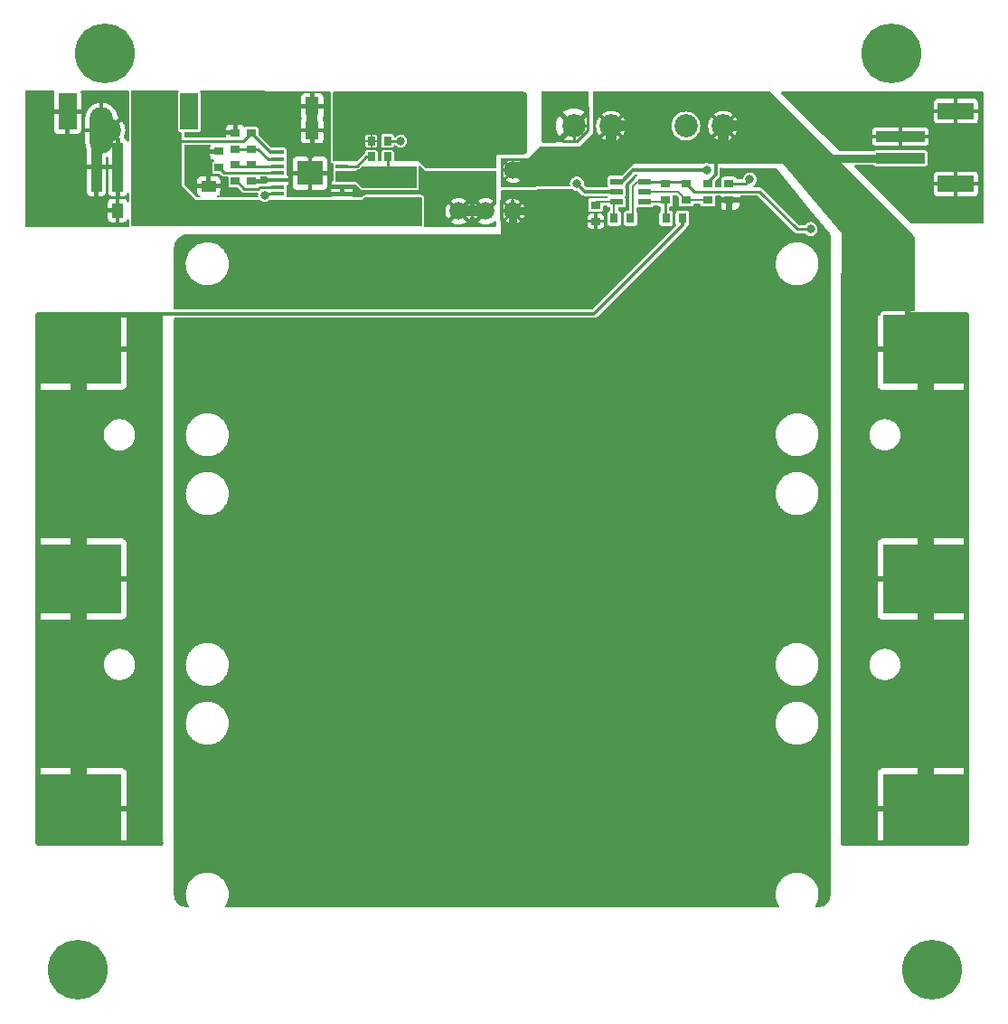
<source format=gbr>
%TF.GenerationSoftware,KiCad,Pcbnew,(6.0.2)*%
%TF.CreationDate,2022-05-05T15:15:48-07:00*%
%TF.ProjectId,Bat_Board_v3.104,4261745f-426f-4617-9264-5f76332e3130,rev?*%
%TF.SameCoordinates,Original*%
%TF.FileFunction,Copper,L1,Top*%
%TF.FilePolarity,Positive*%
%FSLAX46Y46*%
G04 Gerber Fmt 4.6, Leading zero omitted, Abs format (unit mm)*
G04 Created by KiCad (PCBNEW (6.0.2)) date 2022-05-05 15:15:48*
%MOMM*%
%LPD*%
G01*
G04 APERTURE LIST*
%TA.AperFunction,SMDPad,CuDef*%
%ADD10R,0.889000X0.762000*%
%TD*%
%TA.AperFunction,ComponentPad*%
%ADD11C,5.600000*%
%TD*%
%TA.AperFunction,SMDPad,CuDef*%
%ADD12R,1.270000X1.651000*%
%TD*%
%TA.AperFunction,SMDPad,CuDef*%
%ADD13R,1.200000X0.400000*%
%TD*%
%TA.AperFunction,SMDPad,CuDef*%
%ADD14R,2.450000X2.300000*%
%TD*%
%TA.AperFunction,ComponentPad*%
%ADD15C,2.184400*%
%TD*%
%TA.AperFunction,SMDPad,CuDef*%
%ADD16R,0.762000X0.889000*%
%TD*%
%TA.AperFunction,SMDPad,CuDef*%
%ADD17R,1.397000X1.016000*%
%TD*%
%TA.AperFunction,SMDPad,CuDef*%
%ADD18R,8.000000X6.500000*%
%TD*%
%TA.AperFunction,ComponentPad*%
%ADD19O,2.184400X4.368800*%
%TD*%
%TA.AperFunction,SMDPad,CuDef*%
%ADD20R,1.000000X4.600000*%
%TD*%
%TA.AperFunction,SMDPad,CuDef*%
%ADD21R,1.700000X3.400000*%
%TD*%
%TA.AperFunction,ComponentPad*%
%ADD22C,1.676400*%
%TD*%
%TA.AperFunction,SMDPad,CuDef*%
%ADD23R,1.016000X1.397000*%
%TD*%
%TA.AperFunction,SMDPad,CuDef*%
%ADD24R,3.400001X1.600000*%
%TD*%
%TA.AperFunction,SMDPad,CuDef*%
%ADD25R,4.600000X1.000000*%
%TD*%
%TA.AperFunction,SMDPad,CuDef*%
%ADD26R,5.000000X2.000000*%
%TD*%
%TA.AperFunction,SMDPad,CuDef*%
%ADD27R,1.200000X0.550000*%
%TD*%
%TA.AperFunction,ViaPad*%
%ADD28C,0.806400*%
%TD*%
%TA.AperFunction,ViaPad*%
%ADD29C,0.756400*%
%TD*%
%TA.AperFunction,ViaPad*%
%ADD30C,1.406400*%
%TD*%
%TA.AperFunction,Conductor*%
%ADD31C,0.800000*%
%TD*%
%TA.AperFunction,Conductor*%
%ADD32C,0.250000*%
%TD*%
%TA.AperFunction,Conductor*%
%ADD33C,0.500000*%
%TD*%
%TA.AperFunction,Conductor*%
%ADD34C,0.300000*%
%TD*%
%TA.AperFunction,Conductor*%
%ADD35C,1.500000*%
%TD*%
%TA.AperFunction,Conductor*%
%ADD36C,0.200000*%
%TD*%
%TA.AperFunction,Conductor*%
%ADD37C,1.000000*%
%TD*%
G04 APERTURE END LIST*
D10*
%TO.P,C11,P$1*%
%TO.N,SS*%
X116694000Y-68236400D03*
%TO.P,C11,P$2*%
%TO.N,J_GND*%
X116694000Y-66712400D03*
%TD*%
D11*
%TO.P,,1*%
%TO.N,N/C*%
X183426100Y-143294100D03*
%TD*%
D12*
%TO.P,C1,P$1*%
%TO.N,VREG_IN*%
X127989400Y-62474400D03*
%TO.P,C1,P$2*%
%TO.N,J_GND*%
X125398600Y-62474400D03*
%TD*%
D10*
%TO.P,C7,P$1*%
%TO.N,B-*%
X160444000Y-69712400D03*
%TO.P,C7,P$2*%
%TO.N,N$9*%
X160444000Y-71236400D03*
%TD*%
D13*
%TO.P,U3,P1*%
%TO.N,5V*%
X122194000Y-66774400D03*
%TO.P,U3,P2*%
%TO.N,FB*%
X122194000Y-67424400D03*
%TO.P,U3,P3*%
%TO.N,VREG5*%
X122194000Y-68074400D03*
%TO.P,U3,P4*%
%TO.N,SS*%
X122194000Y-68724400D03*
%TO.P,U3,P5*%
%TO.N,J_GND*%
X122194000Y-69374400D03*
%TO.P,U3,P6*%
%TO.N,PG*%
X122194000Y-70024400D03*
%TO.P,U3,P7*%
%TO.N,EN*%
X122194000Y-70674400D03*
%TO.P,U3,P8*%
%TO.N,J_GND*%
X128194000Y-70674400D03*
%TO.P,U3,P9*%
X128194000Y-70024400D03*
%TO.P,U3,P10*%
%TO.N,SW*%
X128194000Y-69374400D03*
%TO.P,U3,P11*%
X128194000Y-68724400D03*
%TO.P,U3,P12*%
%TO.N,N$11*%
X128194000Y-68074400D03*
%TO.P,U3,P13*%
%TO.N,VREG_IN*%
X128194000Y-67424400D03*
%TO.P,U3,P14*%
X128194000Y-66774400D03*
D14*
%TO.P,U3,PPAD*%
%TO.N,J_GND*%
X125194000Y-68724400D03*
%TD*%
D10*
%TO.P,R5,P$1*%
%TO.N,N$9*%
X162444000Y-71236400D03*
%TO.P,R5,P$2*%
%TO.N,PACK+*%
X162444000Y-69712400D03*
%TD*%
D15*
%TO.P,J2,1*%
%TO.N,PACK-*%
X149894000Y-64324400D03*
%TO.P,J2,2*%
%TO.N,PACK+*%
X153394000Y-64324400D03*
%TD*%
D16*
%TO.P,R6,P$1*%
%TO.N,N$8*%
X158557000Y-72974400D03*
%TO.P,R6,P$2*%
%TO.N,BM*%
X160081000Y-72974400D03*
%TD*%
%TO.P,C10,P$1*%
%TO.N,B-*%
X155206000Y-72974400D03*
%TO.P,C10,P$2*%
%TO.N,N$5*%
X153682000Y-72974400D03*
%TD*%
D10*
%TO.P,C8,P$1*%
%TO.N,B-*%
X158444000Y-69712400D03*
%TO.P,C8,P$2*%
%TO.N,N$8*%
X158444000Y-71236400D03*
%TD*%
D17*
%TO.P,C3,P$1*%
%TO.N,5V*%
X115694000Y-71990400D03*
%TO.P,C3,P$2*%
%TO.N,J_GND*%
X115694000Y-69958400D03*
%TD*%
D11*
%TO.P,,1*%
%TO.N,N/C*%
X103426100Y-143294100D03*
%TD*%
%TO.P,,1*%
%TO.N,N/C*%
X105966100Y-57569100D03*
%TD*%
D15*
%TO.P,J1,1*%
%TO.N,PACK-*%
X160394000Y-64324400D03*
%TO.P,J1,2*%
%TO.N,PACK+*%
X163894000Y-64324400D03*
%TD*%
D10*
%TO.P,R2,P$1*%
%TO.N,FB*%
X118194000Y-66486400D03*
%TO.P,R2,P$2*%
%TO.N,J_GND*%
X118194000Y-64962400D03*
%TD*%
D18*
%TO.P,BAT6,NEG*%
%TO.N,BM*%
X103494000Y-128224400D03*
%TO.P,BAT6,POS*%
%TO.N,PACK+*%
X182894000Y-128224400D03*
%TD*%
D11*
%TO.P,,1*%
%TO.N,N/C*%
X179626100Y-57569100D03*
%TD*%
D19*
%TO.P,J5,P$3*%
%TO.N,J_GND*%
X105654000Y-64724400D03*
%TO.P,J5,P$4*%
%TO.N,5V*%
X110734000Y-64724400D03*
%TD*%
D16*
%TO.P,C5,P$1*%
%TO.N,SW*%
X132456000Y-67224400D03*
%TO.P,C5,P$2*%
%TO.N,N$11*%
X130932000Y-67224400D03*
%TD*%
D10*
%TO.P,C9,P$1*%
%TO.N,N$4*%
X164444000Y-69712400D03*
%TO.P,C9,P$2*%
%TO.N,PACK-*%
X164444000Y-71236400D03*
%TD*%
D12*
%TO.P,C2,P$1*%
%TO.N,VREG_IN*%
X127989400Y-64724400D03*
%TO.P,C2,P$2*%
%TO.N,J_GND*%
X125398600Y-64724400D03*
%TD*%
D20*
%TO.P,CONN1,1*%
%TO.N,J_GND*%
X105194000Y-68174400D03*
%TO.P,CONN1,2*%
X107194000Y-68174400D03*
%TO.P,CONN1,3*%
%TO.N,5V*%
X109194000Y-68174400D03*
%TO.P,CONN1,4*%
X111194000Y-68174400D03*
D21*
%TO.P,CONN1,NC1*%
%TO.N,J_GND*%
X102494000Y-62974400D03*
%TO.P,CONN1,NC2*%
%TO.N,N/C*%
X113894000Y-62974400D03*
%TD*%
D22*
%TO.P,JP2,1*%
%TO.N,J_GND*%
X139114000Y-72304400D03*
%TO.P,JP2,2*%
X141654000Y-72304400D03*
%TO.P,JP2,3*%
%TO.N,PACK-*%
X144194000Y-72304400D03*
%TD*%
D10*
%TO.P,R3,P$1*%
%TO.N,VREG5*%
X118194000Y-67962400D03*
%TO.P,R3,P$2*%
%TO.N,PG*%
X118194000Y-69486400D03*
%TD*%
D23*
%TO.P,C4,P$1*%
%TO.N,5V*%
X109210000Y-72224400D03*
%TO.P,C4,P$2*%
%TO.N,J_GND*%
X107178000Y-72224400D03*
%TD*%
D24*
%TO.P,J3,NC2*%
%TO.N,PACK-*%
X185690008Y-69730015D03*
%TO.P,J3,NC1*%
X185690008Y-62930004D03*
D25*
%TO.P,J3,2*%
X180490007Y-65330005D03*
%TO.P,J3,1*%
%TO.N,PACK+*%
X180490007Y-67330005D03*
%TD*%
D10*
%TO.P,C6,P$1*%
%TO.N,VREG5*%
X119694000Y-67962400D03*
%TO.P,C6,P$2*%
%TO.N,J_GND*%
X119694000Y-69486400D03*
%TD*%
D22*
%TO.P,JP1,1*%
%TO.N,PACK+*%
X144194000Y-68494400D03*
%TO.P,JP1,2*%
%TO.N,VREG_IN*%
X144194000Y-65954400D03*
%TO.P,JP1,3*%
X144194000Y-63414400D03*
%TD*%
D15*
%TO.P,J6,1*%
%TO.N,J_GND*%
X106394000Y-64724400D03*
%TO.P,J6,2*%
%TO.N,5V*%
X109894000Y-64724400D03*
%TD*%
D18*
%TO.P,BAT4,NEG*%
%TO.N,BM*%
X103494000Y-85224400D03*
%TO.P,BAT4,POS*%
%TO.N,PACK+*%
X182894000Y-85224400D03*
%TD*%
D26*
%TO.P,L1,P$1*%
%TO.N,SW*%
X132694000Y-69124400D03*
%TO.P,L1,P$2*%
%TO.N,5V*%
X132694000Y-72324400D03*
%TD*%
D16*
%TO.P,R4,P$1*%
%TO.N,EN*%
X132456000Y-65724400D03*
%TO.P,R4,P$2*%
%TO.N,VREG_IN*%
X130932000Y-65724400D03*
%TD*%
D10*
%TO.P,R1,P$1*%
%TO.N,5V*%
X119694000Y-64962400D03*
%TO.P,R1,P$2*%
%TO.N,FB*%
X119694000Y-66486400D03*
%TD*%
D18*
%TO.P,BAT5,NEG*%
%TO.N,BM*%
X103494000Y-106724400D03*
%TO.P,BAT5,POS*%
%TO.N,PACK+*%
X182894000Y-106724400D03*
%TD*%
D27*
%TO.P,U1,1*%
%TO.N,N$3*%
X153894000Y-69524400D03*
%TO.P,U1,2*%
%TO.N,N$6*%
X153894000Y-70474400D03*
%TO.P,U1,3*%
%TO.N,N$5*%
X153894000Y-71424400D03*
%TO.P,U1,4*%
%TO.N,N$8*%
X156494000Y-71424400D03*
%TO.P,U1,5*%
%TO.N,N$9*%
X156494000Y-70474400D03*
%TO.P,U1,6*%
%TO.N,B-*%
X156494000Y-69524400D03*
%TD*%
D10*
%TO.P,R7,P$1*%
%TO.N,N$5*%
X151944000Y-71712400D03*
%TO.P,R7,P$2*%
%TO.N,PACK-*%
X151944000Y-73236400D03*
%TD*%
D28*
%TO.N,BM*%
X104194000Y-120974400D03*
X102694000Y-96474400D03*
X101194000Y-99474400D03*
X105694000Y-100974400D03*
X102694000Y-119474400D03*
X101194000Y-114974400D03*
X102694000Y-122474400D03*
X104194000Y-97974400D03*
X101194000Y-97974400D03*
X102694000Y-94974400D03*
X104194000Y-113474400D03*
X104194000Y-117974400D03*
X104194000Y-96474400D03*
X104194000Y-99474400D03*
X101194000Y-122474400D03*
X104194000Y-122474400D03*
X107194000Y-120974400D03*
X104194000Y-90474400D03*
X102694000Y-91974400D03*
X105694000Y-120974400D03*
X107194000Y-99474400D03*
X101194000Y-94974400D03*
X105694000Y-99474400D03*
X104194000Y-93474400D03*
X104194000Y-116474400D03*
X101194000Y-111974400D03*
X102694000Y-100974400D03*
X102694000Y-97974400D03*
X102694000Y-99474400D03*
X101194000Y-119474400D03*
X107194000Y-97974400D03*
X101194000Y-113474400D03*
X101194000Y-120974400D03*
X102694000Y-117974400D03*
X107194000Y-119474400D03*
X107194000Y-122474400D03*
X104194000Y-119474400D03*
X102694000Y-116474400D03*
X102694000Y-113474400D03*
X102694000Y-114974400D03*
X104194000Y-91974400D03*
X104194000Y-94974400D03*
X102694000Y-120974400D03*
X102694000Y-90474400D03*
X101194000Y-96474400D03*
X102694000Y-111974400D03*
X101194000Y-90474400D03*
X104194000Y-114974400D03*
X101194000Y-100974400D03*
X104194000Y-111974400D03*
X101194000Y-116474400D03*
X102694000Y-93474400D03*
X104194000Y-100974400D03*
X101194000Y-93474400D03*
X101194000Y-117974400D03*
X107194000Y-100974400D03*
X101194000Y-91974400D03*
X105694000Y-97974400D03*
X105694000Y-122474400D03*
X105694000Y-119474400D03*
%TO.N,B-*%
X172069000Y-73974400D03*
%TO.N,PACK+*%
X169930000Y-64300000D03*
%TO.N,N$3*%
X162344000Y-68474400D03*
%TO.N,N$6*%
X150194000Y-69724400D03*
%TO.N,N$4*%
X166394000Y-69324400D03*
%TO.N,PACK-*%
X149194000Y-100224400D03*
X141194000Y-91724400D03*
X137194000Y-91724400D03*
D29*
X137194000Y-132724400D03*
X141194000Y-132724400D03*
D28*
X141194000Y-80724400D03*
X149194000Y-102224400D03*
X137194000Y-113224400D03*
X143194000Y-121724400D03*
X145194000Y-78724400D03*
X147194000Y-102224400D03*
X139194000Y-100224400D03*
D29*
X143194000Y-132724400D03*
D28*
X161944000Y-72974400D03*
X172569000Y-62474400D03*
X139194000Y-111224400D03*
X147194000Y-123724400D03*
X149194000Y-123724400D03*
X139194000Y-91724400D03*
X143194000Y-91724400D03*
X170194000Y-128224400D03*
X116194000Y-106724400D03*
D29*
X149194000Y-134724400D03*
D28*
X149194000Y-78724400D03*
X143194000Y-89724400D03*
X139194000Y-89724400D03*
X149194000Y-113224400D03*
D29*
X141194000Y-134724400D03*
D28*
X143194000Y-113224400D03*
X169319000Y-74299400D03*
X137194000Y-89724400D03*
X116194000Y-85224400D03*
X184380007Y-65460005D03*
X137194000Y-102224400D03*
X145194000Y-89724400D03*
D29*
X145194000Y-134724400D03*
D28*
X116194000Y-128224400D03*
X177319000Y-62474400D03*
X137194000Y-111224400D03*
X141194000Y-102224400D03*
X141194000Y-89724400D03*
X147194000Y-121724400D03*
X143194000Y-102224400D03*
X139194000Y-121724400D03*
D29*
X147194000Y-134724400D03*
D28*
X141194000Y-78724400D03*
D29*
X143194000Y-134724400D03*
D28*
X141194000Y-113224400D03*
X147194000Y-91724400D03*
D29*
X139194000Y-132724400D03*
D28*
X170194000Y-106724400D03*
X145194000Y-123724400D03*
X137194000Y-80724400D03*
X185194000Y-71724400D03*
X137194000Y-123724400D03*
D29*
X149194000Y-132724400D03*
D28*
X137194000Y-100224400D03*
X170694000Y-72174400D03*
X145194000Y-80724400D03*
X150069000Y-71474400D03*
X145194000Y-121724400D03*
X175069000Y-62474400D03*
X181694000Y-71724400D03*
X147194000Y-89724400D03*
X139194000Y-78724400D03*
X141194000Y-111224400D03*
X141194000Y-121724400D03*
X154444000Y-74224400D03*
X143194000Y-111224400D03*
X147194000Y-113224400D03*
X149194000Y-121724400D03*
X143194000Y-123724400D03*
D29*
X145194000Y-132724400D03*
D28*
X143194000Y-100224400D03*
X139194000Y-123724400D03*
D29*
X139194000Y-134724400D03*
D28*
X137194000Y-78724400D03*
X147194000Y-100224400D03*
X149194000Y-91724400D03*
X145194000Y-113224400D03*
X164694000Y-74224400D03*
X139194000Y-80724400D03*
X175050000Y-64307304D03*
X149194000Y-89724400D03*
X148194000Y-74224400D03*
X145194000Y-111224400D03*
X147194000Y-80724400D03*
X149194000Y-111224400D03*
X141194000Y-123724400D03*
X141194000Y-100224400D03*
X170194000Y-85224400D03*
X137194000Y-121724400D03*
X149194000Y-80724400D03*
X143194000Y-80724400D03*
D29*
X147194000Y-132724400D03*
D28*
X145194000Y-91724400D03*
X147194000Y-78724400D03*
X147194000Y-111224400D03*
X139194000Y-102224400D03*
X139194000Y-113224400D03*
X143194000Y-78724400D03*
D29*
X137194000Y-134724400D03*
D28*
X145194000Y-102224400D03*
X145194000Y-100224400D03*
D30*
%TO.N,5V*%
X110444000Y-64724400D03*
X110194000Y-64724400D03*
%TO.N,J_GND*%
X106069000Y-64724400D03*
D28*
X125194000Y-68724400D03*
X125194000Y-66974400D03*
X114194000Y-68724400D03*
X105194000Y-72724400D03*
X100194000Y-65474400D03*
X100194000Y-62974400D03*
X100194000Y-70474400D03*
X102694000Y-72724400D03*
X121194000Y-62474400D03*
X136944000Y-70474400D03*
X121194000Y-64724400D03*
X115194000Y-67224400D03*
X100194000Y-67974400D03*
X123694000Y-64724400D03*
X116194000Y-64474400D03*
D30*
X105819000Y-64724400D03*
D28*
X123694000Y-62474400D03*
X102694000Y-70474400D03*
X118694000Y-62474400D03*
X100194000Y-72724400D03*
X117194000Y-70474400D03*
X116194000Y-62474400D03*
%TO.N,EN*%
X120944000Y-70824400D03*
X133694000Y-65724400D03*
%TD*%
D31*
%TO.N,PACK+*%
X173570011Y-67329990D02*
X172009994Y-68890007D01*
X180489992Y-67329990D02*
X173570011Y-67329990D01*
X180490007Y-67330005D02*
X180489992Y-67329990D01*
D32*
%TO.N,PACK-*%
X151194000Y-64324400D02*
X151194000Y-63180000D01*
X149880000Y-65740000D02*
X148820000Y-65740000D01*
X149920000Y-65700000D02*
X149880000Y-65740000D01*
D33*
%TO.N,BM*%
X99694000Y-81974400D02*
X99694000Y-131474400D01*
D34*
X160081000Y-73624400D02*
X151831000Y-81874400D01*
X151831000Y-81874400D02*
X111194000Y-81874400D01*
D35*
X103494000Y-128224400D02*
X103494000Y-106724400D01*
D33*
X99694000Y-131474400D02*
X111194000Y-131474400D01*
D34*
X160081000Y-72974400D02*
X160081000Y-73624400D01*
D33*
X111194000Y-81974400D02*
X99694000Y-81974400D01*
D35*
X103494000Y-106724400D02*
X103494000Y-85224400D01*
D34*
X111194000Y-81874400D02*
X111194000Y-81974400D01*
D32*
%TO.N,B-*%
X158444000Y-69624400D02*
X158544000Y-69524400D01*
D36*
X155456000Y-69962400D02*
X155456000Y-72724400D01*
D32*
X160444000Y-69712400D02*
X161206000Y-70474400D01*
D36*
X155894000Y-69524400D02*
X155456000Y-69962400D01*
D32*
X158444000Y-69712400D02*
X158444000Y-69624400D01*
X170819000Y-73974400D02*
X167319000Y-70474400D01*
D36*
X155456000Y-72724400D02*
X155206000Y-72974400D01*
D32*
X170819000Y-73974400D02*
X172069000Y-73974400D01*
D36*
X156494000Y-69524400D02*
X155894000Y-69524400D01*
D32*
X156494000Y-69524400D02*
X158544000Y-69524400D01*
X161206000Y-70474400D02*
X167319000Y-70474400D01*
X158544000Y-69524400D02*
X160344000Y-69524400D01*
%TO.N,PACK+*%
X143694000Y-67474400D02*
X143444000Y-67474400D01*
D33*
X186694000Y-131474400D02*
X186694000Y-81974400D01*
D32*
X143194000Y-67974400D02*
X143694000Y-67474400D01*
X143444000Y-67474400D02*
X143194000Y-67724400D01*
D35*
X182894000Y-106724400D02*
X182894000Y-85224400D01*
D32*
X144194000Y-68494400D02*
X144194000Y-67474400D01*
D37*
X153394000Y-64324400D02*
X153394000Y-65924400D01*
D32*
X144194000Y-68474400D02*
X143194000Y-68474400D01*
D33*
X186694000Y-81974400D02*
X181194000Y-81974400D01*
D37*
X163894000Y-64324400D02*
X165794000Y-64324400D01*
D32*
X144194000Y-68494400D02*
X144194000Y-68474400D01*
D35*
X144194000Y-68494400D02*
X145444000Y-68494400D01*
D37*
X153394000Y-64324400D02*
X155094000Y-64324400D01*
D32*
X143194000Y-67724400D02*
X143194000Y-67974400D01*
D34*
X163194000Y-68874400D02*
X162444000Y-69624400D01*
X162444000Y-69624400D02*
X162444000Y-69712400D01*
D32*
X143194000Y-67474400D02*
X143194000Y-67724400D01*
D37*
X155094000Y-64324400D02*
X155194000Y-64224400D01*
X163894000Y-64324400D02*
X163894000Y-66274400D01*
X153394000Y-65924400D02*
X153444000Y-65974400D01*
D35*
X182894000Y-128224400D02*
X182894000Y-106724400D01*
D33*
X175194000Y-131474400D02*
X186694000Y-131474400D01*
D32*
X144194000Y-67474400D02*
X143694000Y-67474400D01*
X143194000Y-67974400D02*
X143194000Y-68474400D01*
X143444000Y-67474400D02*
X143194000Y-67474400D01*
D34*
X163194000Y-66974400D02*
X163194000Y-68874400D01*
D32*
X143194000Y-68474400D02*
X143194000Y-69224400D01*
D37*
X165794000Y-64324400D02*
X165944000Y-64474400D01*
D32*
X144194000Y-67474400D02*
X144944000Y-67474400D01*
D33*
X181194000Y-81974400D02*
X181194000Y-81224400D01*
D34*
X163194000Y-66974400D02*
X163894000Y-66274400D01*
%TO.N,N$3*%
X154394000Y-69524400D02*
X153894000Y-69524400D01*
X162344000Y-68474400D02*
X155444000Y-68474400D01*
X155444000Y-68474400D02*
X154394000Y-69524400D01*
%TO.N,N$6*%
X150194000Y-69724400D02*
X150944000Y-70474400D01*
X150944000Y-70474400D02*
X153894000Y-70474400D01*
D32*
%TO.N,N$4*%
X164444000Y-69712400D02*
X166006000Y-69712400D01*
X166006000Y-69712400D02*
X166394000Y-69324400D01*
D36*
%TO.N,N$5*%
X153694000Y-71424400D02*
X153894000Y-71424400D01*
X151944000Y-71712400D02*
X151944000Y-71424400D01*
X151944000Y-71424400D02*
X153694000Y-71424400D01*
X153694000Y-72874400D02*
X153694000Y-71424400D01*
D32*
%TO.N,PACK-*%
X151194000Y-64324400D02*
X151194000Y-64724400D01*
D34*
X143194000Y-72304400D02*
X143194000Y-73124400D01*
X143194000Y-71324400D02*
X143194000Y-72304400D01*
D32*
X149894000Y-64324400D02*
X151194000Y-64324400D01*
D34*
X144194000Y-72304400D02*
X144194000Y-71324400D01*
D31*
X144200000Y-73430400D02*
X144200000Y-72287400D01*
D32*
X151194000Y-64724400D02*
X150194000Y-65724400D01*
X150194000Y-65724400D02*
X149894000Y-65724400D01*
X149894000Y-64324400D02*
X149894000Y-65724400D01*
D34*
X144194000Y-72304400D02*
X143194000Y-72304400D01*
D31*
X144200000Y-72287400D02*
X145343000Y-72287400D01*
D32*
%TO.N,N$8*%
X158444000Y-71236400D02*
X158444000Y-72861400D01*
X158444000Y-72861400D02*
X158557000Y-72974400D01*
D36*
X156494000Y-71424400D02*
X158344000Y-71424400D01*
%TO.N,N$9*%
X159682000Y-70474400D02*
X160444000Y-71236400D01*
X160444000Y-71236400D02*
X162444000Y-71236400D01*
X156494000Y-70474400D02*
X159682000Y-70474400D01*
D32*
%TO.N,5V*%
X121494000Y-66774400D02*
X119694000Y-64974400D01*
X119694000Y-64974400D02*
X119694000Y-64962400D01*
X111734000Y-65724400D02*
X110734000Y-64724400D01*
X119694000Y-64962400D02*
X118932000Y-65724400D01*
X122194000Y-66774400D02*
X121494000Y-66774400D01*
X118932000Y-65724400D02*
X111734000Y-65724400D01*
D35*
%TO.N,VREG_IN*%
X144194000Y-65954400D02*
X144194000Y-63414400D01*
D37*
%TO.N,J_GND*%
X141654000Y-72304400D02*
X139114000Y-72304400D01*
X125398600Y-62474400D02*
X125398600Y-64724400D01*
D32*
%TO.N,N$11*%
X130444000Y-67224400D02*
X130932000Y-67224400D01*
X128194000Y-68074400D02*
X129594000Y-68074400D01*
X129594000Y-68074400D02*
X130444000Y-67224400D01*
%TO.N,SW*%
X132456000Y-67224400D02*
X132456000Y-68886400D01*
X132456000Y-68886400D02*
X132694000Y-69124400D01*
%TO.N,VREG5*%
X118306000Y-68074400D02*
X118194000Y-67962400D01*
X122194000Y-68074400D02*
X118306000Y-68074400D01*
%TO.N,PG*%
X120519000Y-70024400D02*
X122194000Y-70024400D01*
X119057000Y-70224400D02*
X120319000Y-70224400D01*
X118194000Y-69486400D02*
X118319000Y-69486400D01*
X119057000Y-70224400D02*
X118319000Y-69486400D01*
X120319000Y-70224400D02*
X120519000Y-70024400D01*
%TO.N,SS*%
X116694000Y-68236400D02*
X117182000Y-68724400D01*
X117182000Y-68724400D02*
X122194000Y-68724400D01*
%TO.N,EN*%
X133694000Y-65724400D02*
X132456000Y-65724400D01*
X120944000Y-70824400D02*
X121094000Y-70674400D01*
X121094000Y-70674400D02*
X122194000Y-70674400D01*
%TO.N,FB*%
X119694000Y-66486400D02*
X118194000Y-66486400D01*
X122194000Y-67424400D02*
X121269000Y-67424400D01*
X121269000Y-67424400D02*
X120331000Y-66486400D01*
X120331000Y-66486400D02*
X119694000Y-66486400D01*
%TD*%
%TA.AperFunction,Conductor*%
%TO.N,VREG_IN*%
G36*
X145201243Y-61124861D02*
G01*
X145304498Y-61145400D01*
X145313150Y-61148984D01*
X145405114Y-61210432D01*
X145413953Y-61221203D01*
X145492173Y-61410043D01*
X145494000Y-61419227D01*
X145494000Y-66726961D01*
X145493539Y-66731643D01*
X145473000Y-66834898D01*
X145469416Y-66843550D01*
X145407968Y-66935514D01*
X145397197Y-66944353D01*
X145208357Y-67022573D01*
X145199173Y-67024400D01*
X142823923Y-67024400D01*
X142742839Y-67040528D01*
X142718286Y-67056934D01*
X142685574Y-67078791D01*
X142685573Y-67078792D01*
X142682613Y-67080770D01*
X142619000Y-67234345D01*
X142619000Y-68300400D01*
X142611971Y-68317371D01*
X142595000Y-68324400D01*
X136083231Y-68324400D01*
X136066260Y-68317371D01*
X135376664Y-67627774D01*
X135373290Y-67624400D01*
X133061500Y-67624400D01*
X133044529Y-67617371D01*
X133037500Y-67600400D01*
X133037500Y-66760152D01*
X133025867Y-66701669D01*
X132994000Y-66653977D01*
X132994000Y-66294823D01*
X133025867Y-66247131D01*
X133037500Y-66188648D01*
X133037500Y-66073900D01*
X133044529Y-66056929D01*
X133061500Y-66049900D01*
X133170982Y-66049900D01*
X133187953Y-66056929D01*
X133190023Y-66059290D01*
X133263436Y-66154964D01*
X133389545Y-66251731D01*
X133391002Y-66252334D01*
X133391001Y-66252334D01*
X133534946Y-66311958D01*
X133534949Y-66311959D01*
X133536403Y-66312561D01*
X133694000Y-66333309D01*
X133851597Y-66312561D01*
X133853051Y-66311959D01*
X133853054Y-66311958D01*
X133996999Y-66252334D01*
X133996998Y-66252334D01*
X133998455Y-66251731D01*
X134124564Y-66154964D01*
X134221331Y-66028854D01*
X134282161Y-65881997D01*
X134302909Y-65724400D01*
X134282161Y-65566803D01*
X134221331Y-65419946D01*
X134124564Y-65293836D01*
X133998455Y-65197069D01*
X133975325Y-65187488D01*
X133853054Y-65136842D01*
X133853051Y-65136841D01*
X133851597Y-65136239D01*
X133694000Y-65115491D01*
X133536403Y-65136239D01*
X133389546Y-65197069D01*
X133263436Y-65293836D01*
X133262476Y-65295087D01*
X133190023Y-65389510D01*
X133174115Y-65398695D01*
X133170982Y-65398900D01*
X133061500Y-65398900D01*
X133044529Y-65391871D01*
X133037500Y-65374900D01*
X133037500Y-65260152D01*
X133025867Y-65201669D01*
X132994000Y-65153977D01*
X132994000Y-64624400D01*
X130394000Y-64624400D01*
X130394000Y-66653977D01*
X130362133Y-66701669D01*
X130350500Y-66760152D01*
X130350500Y-66890282D01*
X130343471Y-66907253D01*
X130334705Y-66912836D01*
X130333026Y-66913447D01*
X130330955Y-66913812D01*
X130321098Y-66919503D01*
X130315309Y-66921900D01*
X130304316Y-66924846D01*
X130269806Y-66949011D01*
X130268053Y-66950129D01*
X130231545Y-66971206D01*
X130230196Y-66972814D01*
X130204462Y-67003482D01*
X130203048Y-67005026D01*
X129590703Y-67617371D01*
X129573732Y-67624400D01*
X127368000Y-67624400D01*
X127351029Y-67617371D01*
X127344000Y-67600400D01*
X127344000Y-61148400D01*
X127351029Y-61131429D01*
X127368000Y-61124400D01*
X145196561Y-61124400D01*
X145201243Y-61124861D01*
G37*
%TD.AperFunction*%
%TD*%
%TA.AperFunction,Conductor*%
%TO.N,SW*%
G36*
X135186971Y-68131429D02*
G01*
X135194000Y-68148400D01*
X135194000Y-70100400D01*
X135186971Y-70117371D01*
X135170000Y-70124400D01*
X130083231Y-70124400D01*
X130066260Y-70117371D01*
X129526664Y-69577774D01*
X129523290Y-69574400D01*
X127618000Y-69574400D01*
X127601029Y-69567371D01*
X127594000Y-69550400D01*
X127594000Y-68548400D01*
X127601029Y-68531429D01*
X127618000Y-68524400D01*
X129523290Y-68524400D01*
X129647246Y-68400443D01*
X129658005Y-68394232D01*
X129663524Y-68392753D01*
X129665558Y-68392303D01*
X129707045Y-68384988D01*
X129716902Y-68379297D01*
X129722690Y-68376900D01*
X129731654Y-68374498D01*
X129733684Y-68373954D01*
X129768194Y-68349789D01*
X129769947Y-68348671D01*
X129806455Y-68327594D01*
X129833538Y-68295318D01*
X129834952Y-68293774D01*
X129997297Y-68131429D01*
X130014268Y-68124400D01*
X135170000Y-68124400D01*
X135186971Y-68131429D01*
G37*
%TD.AperFunction*%
%TD*%
%TA.AperFunction,Conductor*%
%TO.N,PACK+*%
G36*
X168263790Y-61117413D02*
G01*
X181800987Y-74654610D01*
X181819000Y-74698097D01*
X181819000Y-81612900D01*
X181800987Y-81656387D01*
X181757500Y-81674400D01*
X178851247Y-81674400D01*
X178847615Y-81674615D01*
X178827852Y-81676967D01*
X178819056Y-81679384D01*
X178726325Y-81720573D01*
X178717122Y-81726899D01*
X178646191Y-81797954D01*
X178639881Y-81807169D01*
X178598859Y-81899960D01*
X178596453Y-81908783D01*
X178594206Y-81928056D01*
X178594000Y-81931606D01*
X178594000Y-82099400D01*
X174944000Y-82099400D01*
X174945261Y-81724400D01*
X174945413Y-81679384D01*
X174968982Y-74672623D01*
X174970000Y-74370000D01*
X169490000Y-67830000D01*
X169479958Y-67830044D01*
X168811034Y-67832979D01*
X165069000Y-67849400D01*
X165069000Y-65075119D01*
X165089966Y-65045942D01*
X165092555Y-65041632D01*
X165191753Y-64840922D01*
X165193605Y-64836243D01*
X165258688Y-64622031D01*
X165259751Y-64617113D01*
X165289091Y-64394254D01*
X165289343Y-64391019D01*
X165290931Y-64326026D01*
X165290837Y-64322773D01*
X165272420Y-64098753D01*
X165271598Y-64093791D01*
X165217057Y-63876654D01*
X165215435Y-63871888D01*
X165126161Y-63666574D01*
X165123786Y-63662144D01*
X165069000Y-63577457D01*
X165069000Y-61099400D01*
X168220303Y-61099400D01*
X168263790Y-61117413D01*
G37*
%TD.AperFunction*%
%TD*%
%TA.AperFunction,Conductor*%
%TO.N,VREG_IN*%
G36*
X132994000Y-65153977D02*
G01*
X132982867Y-65137316D01*
X132981552Y-65135348D01*
X132915231Y-65091033D01*
X132856748Y-65079400D01*
X132055252Y-65079400D01*
X131996769Y-65091033D01*
X131930448Y-65135348D01*
X131886133Y-65201669D01*
X131874500Y-65260152D01*
X131874500Y-66188648D01*
X131886133Y-66247131D01*
X131930448Y-66313452D01*
X131996769Y-66357767D01*
X132055252Y-66369400D01*
X132856748Y-66369400D01*
X132915231Y-66357767D01*
X132981552Y-66313452D01*
X132994000Y-66294823D01*
X132994000Y-66653977D01*
X132982867Y-66637316D01*
X132981552Y-66635348D01*
X132915231Y-66591033D01*
X132856748Y-66579400D01*
X132055252Y-66579400D01*
X131996769Y-66591033D01*
X131930448Y-66635348D01*
X131886133Y-66701669D01*
X131874500Y-66760152D01*
X131874500Y-67600400D01*
X131867471Y-67617371D01*
X131850500Y-67624400D01*
X131537500Y-67624400D01*
X131520529Y-67617371D01*
X131513500Y-67600400D01*
X131513500Y-66760152D01*
X131501867Y-66701669D01*
X131457552Y-66635348D01*
X131391231Y-66591033D01*
X131332748Y-66579400D01*
X130531252Y-66579400D01*
X130472769Y-66591033D01*
X130406448Y-66635348D01*
X130394000Y-66653977D01*
X130394000Y-66182490D01*
X130401001Y-66182490D01*
X130401232Y-66184835D01*
X130409242Y-66225108D01*
X130411017Y-66229393D01*
X130441541Y-66275076D01*
X130444824Y-66278359D01*
X130490507Y-66308883D01*
X130494792Y-66310658D01*
X130535064Y-66318669D01*
X130537409Y-66318900D01*
X130852227Y-66318900D01*
X130855602Y-66317502D01*
X130857000Y-66314127D01*
X130857000Y-66314126D01*
X131007000Y-66314126D01*
X131008398Y-66317501D01*
X131011773Y-66318899D01*
X131326590Y-66318899D01*
X131328935Y-66318668D01*
X131369208Y-66310658D01*
X131373493Y-66308883D01*
X131419176Y-66278359D01*
X131422459Y-66275076D01*
X131452983Y-66229393D01*
X131454758Y-66225108D01*
X131462769Y-66184836D01*
X131463000Y-66182491D01*
X131463000Y-65804173D01*
X131461602Y-65800798D01*
X131458227Y-65799400D01*
X131011773Y-65799400D01*
X131008398Y-65800798D01*
X131007000Y-65804173D01*
X131007000Y-66314126D01*
X130857000Y-66314126D01*
X130857000Y-65804173D01*
X130855602Y-65800798D01*
X130852227Y-65799400D01*
X130405774Y-65799400D01*
X130402399Y-65800798D01*
X130401001Y-65804173D01*
X130401001Y-66182490D01*
X130394000Y-66182490D01*
X130394000Y-65644627D01*
X130401000Y-65644627D01*
X130402398Y-65648002D01*
X130405773Y-65649400D01*
X130852227Y-65649400D01*
X130855602Y-65648002D01*
X130857000Y-65644627D01*
X131007000Y-65644627D01*
X131008398Y-65648002D01*
X131011773Y-65649400D01*
X131458226Y-65649400D01*
X131461601Y-65648002D01*
X131462999Y-65644627D01*
X131462999Y-65266310D01*
X131462768Y-65263965D01*
X131454758Y-65223692D01*
X131452983Y-65219407D01*
X131422459Y-65173724D01*
X131419176Y-65170441D01*
X131373493Y-65139917D01*
X131369208Y-65138142D01*
X131328936Y-65130131D01*
X131326591Y-65129900D01*
X131011773Y-65129900D01*
X131008398Y-65131298D01*
X131007000Y-65134673D01*
X131007000Y-65644627D01*
X130857000Y-65644627D01*
X130857000Y-65134674D01*
X130855602Y-65131299D01*
X130852227Y-65129901D01*
X130537410Y-65129901D01*
X130535065Y-65130132D01*
X130494792Y-65138142D01*
X130490507Y-65139917D01*
X130444824Y-65170441D01*
X130441541Y-65173724D01*
X130411017Y-65219407D01*
X130409242Y-65223692D01*
X130401231Y-65263964D01*
X130401000Y-65266309D01*
X130401000Y-65644627D01*
X130394000Y-65644627D01*
X130394000Y-64624400D01*
X132994000Y-64624400D01*
X132994000Y-65153977D01*
G37*
%TD.AperFunction*%
%TD*%
%TA.AperFunction,Conductor*%
%TO.N,J_GND*%
G36*
X101196540Y-60995031D02*
G01*
X101252075Y-61015449D01*
X101281493Y-61066787D01*
X101273332Y-61120800D01*
X101261924Y-61143190D01*
X101257770Y-61155975D01*
X101244531Y-61239565D01*
X101244000Y-61246314D01*
X101244000Y-62759149D01*
X101248252Y-62770832D01*
X101254432Y-62774400D01*
X103728748Y-62774400D01*
X103740431Y-62770148D01*
X103743999Y-62763968D01*
X103743999Y-61246316D01*
X103743468Y-61239564D01*
X103730230Y-61155980D01*
X103726073Y-61143184D01*
X103718973Y-61129250D01*
X103711761Y-61070521D01*
X103743986Y-61020897D01*
X103796325Y-61003478D01*
X108154581Y-61017637D01*
X108210116Y-61038055D01*
X108239534Y-61089393D01*
X108240800Y-61104137D01*
X108240800Y-65706180D01*
X108220563Y-65761781D01*
X108169321Y-65791366D01*
X108111050Y-65781091D01*
X108077228Y-65745450D01*
X108024732Y-65642421D01*
X108016828Y-65631542D01*
X107936858Y-65551572D01*
X107925979Y-65543668D01*
X107825212Y-65492325D01*
X107812425Y-65488170D01*
X107806735Y-65487269D01*
X107754983Y-65458584D01*
X107733778Y-65403345D01*
X107742719Y-65363509D01*
X107784590Y-65278788D01*
X107787201Y-65272194D01*
X107856467Y-65044217D01*
X107857962Y-65037301D01*
X107889226Y-64799821D01*
X107889582Y-64795245D01*
X107891258Y-64726702D01*
X107891125Y-64722105D01*
X107871499Y-64483391D01*
X107870343Y-64476405D01*
X107812297Y-64245313D01*
X107810015Y-64238610D01*
X107715002Y-64020095D01*
X107711661Y-64013864D01*
X107592564Y-63829770D01*
X107582646Y-63822269D01*
X107578994Y-63822454D01*
X107578363Y-63822879D01*
X106394000Y-65007243D01*
X105513157Y-65888085D01*
X105459531Y-65913091D01*
X105402378Y-65897777D01*
X105390827Y-65888085D01*
X105230315Y-65727573D01*
X105205309Y-65673947D01*
X105220623Y-65616794D01*
X105230315Y-65605243D01*
X106394000Y-64441557D01*
X107287638Y-63547920D01*
X107292893Y-63536652D01*
X107291573Y-63531725D01*
X107225382Y-63479451D01*
X107219501Y-63475544D01*
X107174707Y-63450816D01*
X107135810Y-63406228D01*
X107131173Y-63389216D01*
X107130345Y-63384214D01*
X107072297Y-63153113D01*
X107070015Y-63146410D01*
X106975002Y-62927895D01*
X106971661Y-62921664D01*
X106842233Y-62721600D01*
X106837916Y-62715994D01*
X106677558Y-62539762D01*
X106672379Y-62534933D01*
X106485382Y-62387251D01*
X106479501Y-62383344D01*
X106270892Y-62268186D01*
X106264431Y-62265283D01*
X106039837Y-62185750D01*
X106032986Y-62183939D01*
X105869015Y-62154732D01*
X105856767Y-62156869D01*
X105854000Y-62160155D01*
X105854000Y-64837900D01*
X105833763Y-64893501D01*
X105782521Y-64923086D01*
X105767500Y-64924400D01*
X104177051Y-64924400D01*
X104165368Y-64928652D01*
X104161800Y-64934832D01*
X104161800Y-65877032D01*
X104161945Y-65880567D01*
X104176501Y-66057609D01*
X104177657Y-66064595D01*
X104235703Y-66295687D01*
X104237985Y-66302390D01*
X104286826Y-66414717D01*
X104294000Y-66449209D01*
X104294000Y-67959149D01*
X104298252Y-67970832D01*
X104304432Y-67974400D01*
X106078748Y-67974400D01*
X106090431Y-67970148D01*
X106093999Y-67963968D01*
X106093999Y-67305485D01*
X106114236Y-67249884D01*
X106153626Y-67223265D01*
X106180627Y-67214440D01*
X106239764Y-67216402D01*
X106283804Y-67255918D01*
X106294000Y-67296660D01*
X106294000Y-67959149D01*
X106298252Y-67970832D01*
X106304432Y-67974400D01*
X106978749Y-67974400D01*
X106990432Y-67970148D01*
X106994000Y-67963968D01*
X106994000Y-65520900D01*
X107014237Y-65465299D01*
X107065479Y-65435714D01*
X107080500Y-65434400D01*
X107307500Y-65434400D01*
X107363101Y-65454637D01*
X107392686Y-65505879D01*
X107394000Y-65520900D01*
X107394000Y-70859148D01*
X107398252Y-70870831D01*
X107404432Y-70874399D01*
X107722084Y-70874399D01*
X107728836Y-70873868D01*
X107812420Y-70860630D01*
X107825217Y-70856473D01*
X107925979Y-70805132D01*
X107936858Y-70797228D01*
X108016828Y-70717258D01*
X108024732Y-70706379D01*
X108077228Y-70603350D01*
X108120502Y-70562996D01*
X108179590Y-70559900D01*
X108226845Y-70595509D01*
X108240800Y-70642620D01*
X108240800Y-71380143D01*
X108220563Y-71435744D01*
X108169321Y-71465329D01*
X108111050Y-71455054D01*
X108072033Y-71406872D01*
X108068073Y-71394683D01*
X108016732Y-71293921D01*
X108008828Y-71283042D01*
X107928858Y-71203072D01*
X107917979Y-71195168D01*
X107817212Y-71143825D01*
X107804425Y-71139670D01*
X107720835Y-71126431D01*
X107714086Y-71125900D01*
X107393251Y-71125900D01*
X107381568Y-71130152D01*
X107378000Y-71136332D01*
X107378000Y-73307648D01*
X107382252Y-73319331D01*
X107388432Y-73322899D01*
X107714084Y-73322899D01*
X107720836Y-73322368D01*
X107804420Y-73309130D01*
X107817217Y-73304973D01*
X107917979Y-73253632D01*
X107928858Y-73245728D01*
X108008828Y-73165758D01*
X108016732Y-73154879D01*
X108068075Y-73054112D01*
X108072034Y-73041928D01*
X108108462Y-72995302D01*
X108166338Y-72983000D01*
X108218582Y-73010778D01*
X108240800Y-73068658D01*
X108240800Y-73600400D01*
X108241048Y-73602702D01*
X108241048Y-73602711D01*
X108245195Y-73641280D01*
X108245444Y-73643595D01*
X108245939Y-73645869D01*
X108245939Y-73645871D01*
X108251082Y-73669513D01*
X108243127Y-73728145D01*
X108199344Y-73767946D01*
X108166559Y-73774400D01*
X98625800Y-73774400D01*
X98570199Y-73754163D01*
X98540614Y-73702921D01*
X98539300Y-73687900D01*
X98539300Y-72950984D01*
X106270001Y-72950984D01*
X106270532Y-72957736D01*
X106283770Y-73041320D01*
X106287927Y-73054117D01*
X106339268Y-73154879D01*
X106347172Y-73165758D01*
X106427142Y-73245728D01*
X106438021Y-73253632D01*
X106538788Y-73304975D01*
X106551575Y-73309130D01*
X106635165Y-73322369D01*
X106641914Y-73322900D01*
X106962749Y-73322900D01*
X106974432Y-73318648D01*
X106978000Y-73312468D01*
X106978000Y-72439651D01*
X106973748Y-72427968D01*
X106967568Y-72424400D01*
X106285252Y-72424400D01*
X106273569Y-72428652D01*
X106270001Y-72434832D01*
X106270001Y-72950984D01*
X98539300Y-72950984D01*
X98539300Y-72009149D01*
X106270000Y-72009149D01*
X106274252Y-72020832D01*
X106280432Y-72024400D01*
X106962749Y-72024400D01*
X106974432Y-72020148D01*
X106978000Y-72013968D01*
X106978000Y-71141152D01*
X106973748Y-71129469D01*
X106967568Y-71125901D01*
X106641916Y-71125901D01*
X106635164Y-71126432D01*
X106551580Y-71139670D01*
X106538783Y-71143827D01*
X106438021Y-71195168D01*
X106427142Y-71203072D01*
X106347172Y-71283042D01*
X106339268Y-71293921D01*
X106287925Y-71394688D01*
X106283770Y-71407475D01*
X106270531Y-71491065D01*
X106270000Y-71497814D01*
X106270000Y-72009149D01*
X98539300Y-72009149D01*
X98539300Y-68384832D01*
X104294000Y-68384832D01*
X104294001Y-70502484D01*
X104294532Y-70509236D01*
X104307770Y-70592820D01*
X104311927Y-70605617D01*
X104363268Y-70706379D01*
X104371172Y-70717258D01*
X104451142Y-70797228D01*
X104462021Y-70805132D01*
X104562788Y-70856475D01*
X104575575Y-70860630D01*
X104659165Y-70873869D01*
X104665914Y-70874400D01*
X104978749Y-70874400D01*
X104990432Y-70870148D01*
X104994000Y-70863968D01*
X104994000Y-70859148D01*
X105394000Y-70859148D01*
X105398252Y-70870831D01*
X105404432Y-70874399D01*
X105722084Y-70874399D01*
X105728836Y-70873868D01*
X105812420Y-70860630D01*
X105825217Y-70856473D01*
X105925979Y-70805132D01*
X105936858Y-70797228D01*
X106016828Y-70717258D01*
X106024732Y-70706379D01*
X106076075Y-70605612D01*
X106080230Y-70592825D01*
X106093469Y-70509235D01*
X106094000Y-70502486D01*
X106093999Y-68389651D01*
X106092245Y-68384832D01*
X106294000Y-68384832D01*
X106294001Y-70502484D01*
X106294532Y-70509236D01*
X106307770Y-70592820D01*
X106311927Y-70605617D01*
X106363268Y-70706379D01*
X106371172Y-70717258D01*
X106451142Y-70797228D01*
X106462021Y-70805132D01*
X106562788Y-70856475D01*
X106575575Y-70860630D01*
X106659165Y-70873869D01*
X106665914Y-70874400D01*
X106978749Y-70874400D01*
X106990432Y-70870148D01*
X106994000Y-70863968D01*
X106994000Y-68389651D01*
X106989748Y-68377968D01*
X106983568Y-68374400D01*
X106309251Y-68374400D01*
X106297568Y-68378652D01*
X106294000Y-68384832D01*
X106092245Y-68384832D01*
X106089747Y-68377968D01*
X106083567Y-68374400D01*
X105409251Y-68374400D01*
X105397568Y-68378652D01*
X105394000Y-68384832D01*
X105394000Y-70859148D01*
X104994000Y-70859148D01*
X104994000Y-68389651D01*
X104989748Y-68377968D01*
X104983568Y-68374400D01*
X104309251Y-68374400D01*
X104297568Y-68378652D01*
X104294000Y-68384832D01*
X98539300Y-68384832D01*
X98539300Y-64702484D01*
X101244001Y-64702484D01*
X101244532Y-64709236D01*
X101257770Y-64792820D01*
X101261927Y-64805617D01*
X101313268Y-64906379D01*
X101321172Y-64917258D01*
X101401142Y-64997228D01*
X101412021Y-65005132D01*
X101512788Y-65056475D01*
X101525575Y-65060630D01*
X101609165Y-65073869D01*
X101615914Y-65074400D01*
X102278749Y-65074400D01*
X102290432Y-65070148D01*
X102294000Y-65063968D01*
X102294000Y-65059148D01*
X102694000Y-65059148D01*
X102698252Y-65070831D01*
X102704432Y-65074399D01*
X103372084Y-65074399D01*
X103378836Y-65073868D01*
X103462420Y-65060630D01*
X103475217Y-65056473D01*
X103575979Y-65005132D01*
X103586858Y-64997228D01*
X103666828Y-64917258D01*
X103674732Y-64906379D01*
X103726075Y-64805612D01*
X103730230Y-64792825D01*
X103743469Y-64709235D01*
X103744000Y-64702486D01*
X103744000Y-64509149D01*
X104161800Y-64509149D01*
X104166052Y-64520832D01*
X104172232Y-64524400D01*
X105438749Y-64524400D01*
X105450432Y-64520148D01*
X105454000Y-64513968D01*
X105454000Y-62168406D01*
X105449748Y-62156723D01*
X105445753Y-62154417D01*
X105310505Y-62175113D01*
X105303632Y-62176750D01*
X105077146Y-62250777D01*
X105070610Y-62253524D01*
X104859275Y-62363539D01*
X104853273Y-62367318D01*
X104662739Y-62510375D01*
X104657436Y-62515083D01*
X104492821Y-62687343D01*
X104488368Y-62692842D01*
X104354091Y-62889685D01*
X104350599Y-62895833D01*
X104250274Y-63111963D01*
X104247833Y-63118597D01*
X104184157Y-63348208D01*
X104182830Y-63355163D01*
X104162044Y-63549660D01*
X104161800Y-63554245D01*
X104161800Y-64509149D01*
X103744000Y-64509149D01*
X103744000Y-63189651D01*
X103739748Y-63177968D01*
X103733568Y-63174400D01*
X102709251Y-63174400D01*
X102697568Y-63178652D01*
X102694000Y-63184832D01*
X102694000Y-65059148D01*
X102294000Y-65059148D01*
X102294000Y-63189651D01*
X102289748Y-63177968D01*
X102283568Y-63174400D01*
X101259252Y-63174400D01*
X101247569Y-63178652D01*
X101244001Y-63184832D01*
X101244001Y-64702484D01*
X98539300Y-64702484D01*
X98539300Y-61073180D01*
X98559537Y-61017579D01*
X98610779Y-60987994D01*
X98626080Y-60986680D01*
X101196540Y-60995031D01*
G37*
%TD.AperFunction*%
%TA.AperFunction,Conductor*%
G36*
X127054582Y-61079040D02*
G01*
X127110116Y-61099458D01*
X127139534Y-61150796D01*
X127140800Y-61165540D01*
X127140800Y-67600400D01*
X127141628Y-67604561D01*
X127141628Y-67604565D01*
X127152495Y-67659200D01*
X127156265Y-67678155D01*
X127163294Y-67695126D01*
X127199519Y-67752777D01*
X127206468Y-67757707D01*
X127269311Y-67802295D01*
X127269316Y-67802298D01*
X127273274Y-67805106D01*
X127277756Y-67806962D01*
X127277759Y-67806964D01*
X127281273Y-67808419D01*
X127290245Y-67812135D01*
X127308471Y-67815760D01*
X127320673Y-67818187D01*
X127371259Y-67848881D01*
X127390300Y-67903025D01*
X127390300Y-68294464D01*
X127402119Y-68353880D01*
X127406851Y-68360962D01*
X127409061Y-68366297D01*
X127411643Y-68425410D01*
X127409061Y-68432503D01*
X127406851Y-68437838D01*
X127402119Y-68444920D01*
X127390300Y-68504336D01*
X127390300Y-68944464D01*
X127390633Y-68946136D01*
X127390800Y-68949540D01*
X127390800Y-69149260D01*
X127390633Y-69152664D01*
X127390300Y-69154336D01*
X127390300Y-69429048D01*
X127370063Y-69484649D01*
X127354643Y-69499029D01*
X127351140Y-69501574D01*
X127271172Y-69581542D01*
X127263268Y-69592421D01*
X127211925Y-69693188D01*
X127207770Y-69705975D01*
X127194531Y-69789565D01*
X127194000Y-69796314D01*
X127194000Y-69809149D01*
X127198252Y-69820832D01*
X127204432Y-69824400D01*
X129178748Y-69824400D01*
X129191192Y-69819871D01*
X129235351Y-69782817D01*
X129264936Y-69777600D01*
X129403292Y-69777600D01*
X129458893Y-69797837D01*
X129464456Y-69802934D01*
X129922576Y-70261055D01*
X129926105Y-70263413D01*
X129941753Y-70273868D01*
X129988505Y-70305106D01*
X129992427Y-70306730D01*
X129992430Y-70306732D01*
X129995830Y-70308140D01*
X130005476Y-70312135D01*
X130009641Y-70312963D01*
X130009643Y-70312964D01*
X130079066Y-70326772D01*
X130079070Y-70326772D01*
X130083231Y-70327600D01*
X130168860Y-70327600D01*
X130172264Y-70327767D01*
X130173936Y-70328100D01*
X135214064Y-70328100D01*
X135273480Y-70316281D01*
X135287772Y-70306732D01*
X135333775Y-70275994D01*
X135340860Y-70271260D01*
X135350740Y-70256473D01*
X135381148Y-70210964D01*
X135381148Y-70210963D01*
X135385881Y-70203880D01*
X135397700Y-70144464D01*
X135397700Y-68145008D01*
X135417937Y-68089407D01*
X135469179Y-68059822D01*
X135527450Y-68070097D01*
X135545363Y-68083842D01*
X135922576Y-68461055D01*
X135988505Y-68505106D01*
X135992427Y-68506730D01*
X135992430Y-68506732D01*
X135995830Y-68508140D01*
X136005476Y-68512135D01*
X136009641Y-68512963D01*
X136009643Y-68512964D01*
X136079066Y-68526772D01*
X136079070Y-68526772D01*
X136083231Y-68527600D01*
X142581877Y-68527600D01*
X142637478Y-68547837D01*
X142667063Y-68599079D01*
X142668373Y-68614928D01*
X142646483Y-70902484D01*
X142639796Y-71601233D01*
X142638218Y-71603024D01*
X141654000Y-72587243D01*
X140942096Y-73299146D01*
X140936841Y-73310414D01*
X140937959Y-73314586D01*
X141029444Y-73378645D01*
X141035955Y-73382404D01*
X141225472Y-73470777D01*
X141232537Y-73473348D01*
X141434525Y-73527471D01*
X141441925Y-73528776D01*
X141650240Y-73547001D01*
X141657760Y-73547001D01*
X141866075Y-73528776D01*
X141873475Y-73527471D01*
X142075463Y-73473348D01*
X142082528Y-73470777D01*
X142272045Y-73382404D01*
X142278556Y-73378645D01*
X142449846Y-73258706D01*
X142455609Y-73253871D01*
X142475921Y-73233559D01*
X142529547Y-73208553D01*
X142586700Y-73223867D01*
X142620639Y-73272336D01*
X142623582Y-73295552D01*
X142621881Y-73473348D01*
X142620147Y-73654593D01*
X142619820Y-73688728D01*
X142599052Y-73744133D01*
X142547529Y-73773226D01*
X142533324Y-73774400D01*
X135970239Y-73774400D01*
X135914638Y-73754163D01*
X135885053Y-73702921D01*
X135887242Y-73663533D01*
X135888098Y-73660619D01*
X135888100Y-73660608D01*
X135888969Y-73657650D01*
X135897200Y-73600400D01*
X135897200Y-73310414D01*
X138396841Y-73310414D01*
X138397959Y-73314586D01*
X138489444Y-73378645D01*
X138495955Y-73382404D01*
X138685472Y-73470777D01*
X138692537Y-73473348D01*
X138894525Y-73527471D01*
X138901925Y-73528776D01*
X139110240Y-73547001D01*
X139117760Y-73547001D01*
X139326075Y-73528776D01*
X139333475Y-73527471D01*
X139535463Y-73473348D01*
X139542528Y-73470777D01*
X139732045Y-73382404D01*
X139738556Y-73378645D01*
X139824196Y-73318679D01*
X139831327Y-73308494D01*
X139830951Y-73304193D01*
X139124785Y-72598028D01*
X139113517Y-72592773D01*
X139106622Y-72594621D01*
X138402096Y-73299146D01*
X138396841Y-73310414D01*
X135897200Y-73310414D01*
X135897200Y-72308160D01*
X137871399Y-72308160D01*
X137889624Y-72516475D01*
X137890929Y-72523875D01*
X137945052Y-72725863D01*
X137947623Y-72732928D01*
X138035996Y-72922445D01*
X138039755Y-72928956D01*
X138099721Y-73014596D01*
X138109906Y-73021727D01*
X138114207Y-73021351D01*
X138820372Y-72315185D01*
X138825176Y-72304883D01*
X139402373Y-72304883D01*
X139404221Y-72311778D01*
X140108746Y-73016304D01*
X140120014Y-73021559D01*
X140124186Y-73020441D01*
X140188245Y-72928956D01*
X140192004Y-72922445D01*
X140280377Y-72732928D01*
X140282949Y-72725863D01*
X140300447Y-72660558D01*
X140334386Y-72612089D01*
X140391539Y-72596775D01*
X140445165Y-72621781D01*
X140467553Y-72660558D01*
X140485051Y-72725863D01*
X140487623Y-72732928D01*
X140575996Y-72922445D01*
X140579755Y-72928956D01*
X140639721Y-73014596D01*
X140649906Y-73021727D01*
X140654207Y-73021351D01*
X141360372Y-72315185D01*
X141365627Y-72303917D01*
X141363779Y-72297022D01*
X140659254Y-71592496D01*
X140647986Y-71587241D01*
X140643814Y-71588359D01*
X140579755Y-71679844D01*
X140575996Y-71686355D01*
X140487623Y-71875872D01*
X140485051Y-71882937D01*
X140467553Y-71948242D01*
X140433614Y-71996711D01*
X140376461Y-72012025D01*
X140322835Y-71987019D01*
X140300447Y-71948242D01*
X140282949Y-71882937D01*
X140280377Y-71875872D01*
X140192004Y-71686355D01*
X140188245Y-71679844D01*
X140128279Y-71594204D01*
X140118094Y-71587073D01*
X140113793Y-71587449D01*
X139407628Y-72293615D01*
X139402373Y-72304883D01*
X138825176Y-72304883D01*
X138825627Y-72303917D01*
X138823779Y-72297022D01*
X138119254Y-71592496D01*
X138107986Y-71587241D01*
X138103814Y-71588359D01*
X138039755Y-71679844D01*
X138035996Y-71686355D01*
X137947623Y-71875872D01*
X137945052Y-71882937D01*
X137890929Y-72084925D01*
X137889624Y-72092325D01*
X137871399Y-72300640D01*
X137871399Y-72308160D01*
X135897200Y-72308160D01*
X135897200Y-71300306D01*
X138396673Y-71300306D01*
X138397049Y-71304607D01*
X139103215Y-72010772D01*
X139114483Y-72016027D01*
X139121378Y-72014179D01*
X139825904Y-71309654D01*
X139830264Y-71300306D01*
X140936673Y-71300306D01*
X140937049Y-71304607D01*
X141643215Y-72010772D01*
X141654483Y-72016027D01*
X141661378Y-72014179D01*
X142365904Y-71309654D01*
X142371159Y-71298386D01*
X142370041Y-71294214D01*
X142278556Y-71230155D01*
X142272045Y-71226396D01*
X142082528Y-71138023D01*
X142075463Y-71135452D01*
X141873475Y-71081329D01*
X141866075Y-71080024D01*
X141657760Y-71061799D01*
X141650240Y-71061799D01*
X141441925Y-71080024D01*
X141434525Y-71081329D01*
X141232537Y-71135452D01*
X141225472Y-71138023D01*
X141035955Y-71226396D01*
X141029444Y-71230155D01*
X140943804Y-71290121D01*
X140936673Y-71300306D01*
X139830264Y-71300306D01*
X139831159Y-71298386D01*
X139830041Y-71294214D01*
X139738556Y-71230155D01*
X139732045Y-71226396D01*
X139542528Y-71138023D01*
X139535463Y-71135452D01*
X139333475Y-71081329D01*
X139326075Y-71080024D01*
X139117760Y-71061799D01*
X139110240Y-71061799D01*
X138901925Y-71080024D01*
X138894525Y-71081329D01*
X138692537Y-71135452D01*
X138685472Y-71138023D01*
X138495955Y-71226396D01*
X138489444Y-71230155D01*
X138403804Y-71290121D01*
X138396673Y-71300306D01*
X135897200Y-71300306D01*
X135897200Y-71098400D01*
X135895225Y-71080024D01*
X135892805Y-71057520D01*
X135892805Y-71057518D01*
X135892556Y-71055205D01*
X135884134Y-71016489D01*
X135881474Y-71004264D01*
X135881350Y-71003694D01*
X135878890Y-70993630D01*
X135876346Y-70988855D01*
X135876344Y-70988851D01*
X135838648Y-70918111D01*
X135836362Y-70913821D01*
X135819589Y-70894464D01*
X135791475Y-70862018D01*
X135791465Y-70862007D01*
X135790607Y-70861017D01*
X135773213Y-70843264D01*
X135767815Y-70840244D01*
X135767813Y-70840243D01*
X135698528Y-70801487D01*
X135698527Y-70801486D01*
X135694289Y-70799116D01*
X135627250Y-70779431D01*
X135594466Y-70774717D01*
X135573056Y-70771639D01*
X135573051Y-70771639D01*
X135570000Y-70771200D01*
X130391809Y-70771200D01*
X130390655Y-70771262D01*
X130390649Y-70771262D01*
X130371256Y-70772301D01*
X130371245Y-70772302D01*
X130370086Y-70772364D01*
X130343728Y-70775198D01*
X130268067Y-70798890D01*
X130264340Y-70800925D01*
X130264338Y-70800926D01*
X130231643Y-70818779D01*
X130206744Y-70832375D01*
X130160444Y-70867035D01*
X130158262Y-70869217D01*
X130158255Y-70869223D01*
X130031612Y-70995865D01*
X129977987Y-71020871D01*
X129970448Y-71021200D01*
X129277014Y-71021200D01*
X129221413Y-71000963D01*
X129191828Y-70949721D01*
X129191579Y-70921170D01*
X129193469Y-70909238D01*
X129194000Y-70902486D01*
X129194000Y-70889651D01*
X129189748Y-70877968D01*
X129183568Y-70874400D01*
X127209252Y-70874400D01*
X127197569Y-70878652D01*
X127194001Y-70884832D01*
X127194001Y-70902484D01*
X127194532Y-70909229D01*
X127196423Y-70921172D01*
X127185130Y-70979254D01*
X127139145Y-71016489D01*
X127110987Y-71021200D01*
X123077891Y-71021200D01*
X123022290Y-71000963D01*
X122992705Y-70949721D01*
X122993053Y-70917823D01*
X122993850Y-70913821D01*
X122997700Y-70894464D01*
X122997700Y-70459149D01*
X127194000Y-70459149D01*
X127198252Y-70470832D01*
X127204432Y-70474400D01*
X127978749Y-70474400D01*
X127990432Y-70470148D01*
X127994000Y-70463968D01*
X127994000Y-70459149D01*
X128394000Y-70459149D01*
X128398252Y-70470832D01*
X128404432Y-70474400D01*
X129178748Y-70474400D01*
X129190431Y-70470148D01*
X129193999Y-70463968D01*
X129193999Y-70446315D01*
X129193468Y-70439566D01*
X129181331Y-70362931D01*
X129181331Y-70335868D01*
X129193469Y-70259234D01*
X129194000Y-70252487D01*
X129194000Y-70239651D01*
X129189748Y-70227968D01*
X129183568Y-70224400D01*
X128409251Y-70224400D01*
X128397568Y-70228652D01*
X128394000Y-70234832D01*
X128394000Y-70459149D01*
X127994000Y-70459149D01*
X127994000Y-70239651D01*
X127989748Y-70227968D01*
X127983568Y-70224400D01*
X127209252Y-70224400D01*
X127197569Y-70228652D01*
X127194001Y-70234832D01*
X127194001Y-70252485D01*
X127194532Y-70259234D01*
X127206669Y-70335868D01*
X127206669Y-70362931D01*
X127194531Y-70439566D01*
X127194000Y-70446313D01*
X127194000Y-70459149D01*
X122997700Y-70459149D01*
X122997700Y-70454336D01*
X122985881Y-70394920D01*
X122981149Y-70387838D01*
X122978939Y-70382503D01*
X122976357Y-70323390D01*
X122978939Y-70316297D01*
X122981149Y-70310962D01*
X122985881Y-70303880D01*
X122997700Y-70244464D01*
X122997700Y-69969752D01*
X123017937Y-69914151D01*
X123030448Y-69902484D01*
X123569001Y-69902484D01*
X123569532Y-69909236D01*
X123582770Y-69992820D01*
X123586927Y-70005617D01*
X123638268Y-70106379D01*
X123646172Y-70117258D01*
X123726142Y-70197228D01*
X123737021Y-70205132D01*
X123837788Y-70256475D01*
X123850575Y-70260630D01*
X123934165Y-70273869D01*
X123940914Y-70274400D01*
X124978749Y-70274400D01*
X124990432Y-70270148D01*
X124994000Y-70263968D01*
X124994000Y-70259148D01*
X125394000Y-70259148D01*
X125398252Y-70270831D01*
X125404432Y-70274399D01*
X126447084Y-70274399D01*
X126453836Y-70273868D01*
X126537420Y-70260630D01*
X126550217Y-70256473D01*
X126650979Y-70205132D01*
X126661858Y-70197228D01*
X126741828Y-70117258D01*
X126749732Y-70106379D01*
X126801075Y-70005612D01*
X126805230Y-69992825D01*
X126818469Y-69909235D01*
X126819000Y-69902486D01*
X126819000Y-68939651D01*
X126814748Y-68927968D01*
X126808568Y-68924400D01*
X125409251Y-68924400D01*
X125397568Y-68928652D01*
X125394000Y-68934832D01*
X125394000Y-70259148D01*
X124994000Y-70259148D01*
X124994000Y-68939651D01*
X124989748Y-68927968D01*
X124983568Y-68924400D01*
X123584252Y-68924400D01*
X123572569Y-68928652D01*
X123569001Y-68934832D01*
X123569001Y-69902484D01*
X123030448Y-69902484D01*
X123033357Y-69899771D01*
X123036860Y-69897226D01*
X123116828Y-69817258D01*
X123124732Y-69806379D01*
X123176075Y-69705612D01*
X123180230Y-69692825D01*
X123193469Y-69609235D01*
X123194000Y-69602486D01*
X123194000Y-69589651D01*
X123189748Y-69577968D01*
X123183568Y-69574400D01*
X121209252Y-69574400D01*
X121197569Y-69578652D01*
X121194001Y-69584832D01*
X121194001Y-69605880D01*
X121193036Y-69605880D01*
X121178179Y-69659437D01*
X121129413Y-69692947D01*
X121107762Y-69695700D01*
X120567353Y-69695700D01*
X120532646Y-69686400D01*
X119580500Y-69686400D01*
X119524899Y-69666163D01*
X119495314Y-69614921D01*
X119494000Y-69599900D01*
X119494000Y-69372900D01*
X119514237Y-69317299D01*
X119565479Y-69287714D01*
X119580500Y-69286400D01*
X120523248Y-69286400D01*
X120534931Y-69282148D01*
X120538499Y-69275968D01*
X120538499Y-69139600D01*
X120558736Y-69083999D01*
X120609978Y-69054414D01*
X120624999Y-69053100D01*
X121107761Y-69053100D01*
X121163362Y-69073337D01*
X121192947Y-69124579D01*
X121193829Y-69142919D01*
X121194000Y-69142919D01*
X121194000Y-69159149D01*
X121198252Y-69170832D01*
X121204432Y-69174400D01*
X123178748Y-69174400D01*
X123190431Y-69170148D01*
X123193999Y-69163968D01*
X123193999Y-69146316D01*
X123193468Y-69139564D01*
X123180230Y-69055980D01*
X123176073Y-69043183D01*
X123124732Y-68942421D01*
X123116828Y-68931542D01*
X123036860Y-68851574D01*
X123033357Y-68849029D01*
X123000270Y-68799975D01*
X122997700Y-68779048D01*
X122997700Y-68509149D01*
X123569000Y-68509149D01*
X123573252Y-68520832D01*
X123579432Y-68524400D01*
X124978749Y-68524400D01*
X124990432Y-68520148D01*
X124994000Y-68513968D01*
X124994000Y-68509149D01*
X125394000Y-68509149D01*
X125398252Y-68520832D01*
X125404432Y-68524400D01*
X126803748Y-68524400D01*
X126815431Y-68520148D01*
X126818999Y-68513968D01*
X126818999Y-67546316D01*
X126818468Y-67539564D01*
X126805230Y-67455980D01*
X126801073Y-67443183D01*
X126749732Y-67342421D01*
X126741828Y-67331542D01*
X126661858Y-67251572D01*
X126650979Y-67243668D01*
X126550212Y-67192325D01*
X126537425Y-67188170D01*
X126453835Y-67174931D01*
X126447086Y-67174400D01*
X125409251Y-67174400D01*
X125397568Y-67178652D01*
X125394000Y-67184832D01*
X125394000Y-68509149D01*
X124994000Y-68509149D01*
X124994000Y-67189652D01*
X124989748Y-67177969D01*
X124983568Y-67174401D01*
X123940916Y-67174401D01*
X123934164Y-67174932D01*
X123850580Y-67188170D01*
X123837783Y-67192327D01*
X123737021Y-67243668D01*
X123726142Y-67251572D01*
X123646172Y-67331542D01*
X123638268Y-67342421D01*
X123586925Y-67443188D01*
X123582770Y-67455975D01*
X123569531Y-67539565D01*
X123569000Y-67546314D01*
X123569000Y-68509149D01*
X122997700Y-68509149D01*
X122997700Y-68504336D01*
X122985881Y-68444920D01*
X122981149Y-68437838D01*
X122978939Y-68432503D01*
X122976357Y-68373390D01*
X122978939Y-68366297D01*
X122981149Y-68360962D01*
X122985881Y-68353880D01*
X122997700Y-68294464D01*
X122997700Y-67854336D01*
X122990509Y-67818187D01*
X122987543Y-67803274D01*
X122987543Y-67803273D01*
X122985881Y-67794920D01*
X122981149Y-67787838D01*
X122978939Y-67782503D01*
X122976357Y-67723390D01*
X122978939Y-67716297D01*
X122981149Y-67710962D01*
X122985881Y-67703880D01*
X122987623Y-67695126D01*
X122992968Y-67668252D01*
X122997700Y-67644464D01*
X122997700Y-67204336D01*
X122985881Y-67144920D01*
X122981149Y-67137838D01*
X122978939Y-67132503D01*
X122976357Y-67073390D01*
X122978939Y-67066297D01*
X122981149Y-67060962D01*
X122985881Y-67053880D01*
X122997700Y-66994464D01*
X122997700Y-66554336D01*
X122985881Y-66494920D01*
X122955339Y-66449209D01*
X122945594Y-66434625D01*
X122940860Y-66427540D01*
X122873480Y-66382519D01*
X122814064Y-66370700D01*
X121590982Y-66370700D01*
X121535381Y-66350463D01*
X121529817Y-66345365D01*
X120762436Y-65577984D01*
X124363601Y-65577984D01*
X124364132Y-65584736D01*
X124377370Y-65668320D01*
X124381527Y-65681117D01*
X124432868Y-65781879D01*
X124440772Y-65792758D01*
X124520742Y-65872728D01*
X124531621Y-65880632D01*
X124632388Y-65931975D01*
X124645175Y-65936130D01*
X124728765Y-65949369D01*
X124735514Y-65949900D01*
X125183349Y-65949900D01*
X125195032Y-65945648D01*
X125198600Y-65939468D01*
X125198600Y-65934648D01*
X125598600Y-65934648D01*
X125602852Y-65946331D01*
X125609032Y-65949899D01*
X126061684Y-65949899D01*
X126068436Y-65949368D01*
X126152020Y-65936130D01*
X126164817Y-65931973D01*
X126265579Y-65880632D01*
X126276458Y-65872728D01*
X126356428Y-65792758D01*
X126364332Y-65781879D01*
X126415675Y-65681112D01*
X126419830Y-65668325D01*
X126433069Y-65584735D01*
X126433600Y-65577986D01*
X126433600Y-64939651D01*
X126429348Y-64927968D01*
X126423168Y-64924400D01*
X125613851Y-64924400D01*
X125602168Y-64928652D01*
X125598600Y-64934832D01*
X125598600Y-65934648D01*
X125198600Y-65934648D01*
X125198600Y-64939651D01*
X125194348Y-64927968D01*
X125188168Y-64924400D01*
X124378852Y-64924400D01*
X124367169Y-64928652D01*
X124363601Y-64934832D01*
X124363601Y-65577984D01*
X120762436Y-65577984D01*
X120367535Y-65183083D01*
X120342529Y-65129457D01*
X120342200Y-65121918D01*
X120342200Y-64561336D01*
X120331819Y-64509149D01*
X124363600Y-64509149D01*
X124367852Y-64520832D01*
X124374032Y-64524400D01*
X125183349Y-64524400D01*
X125195032Y-64520148D01*
X125198600Y-64513968D01*
X125198600Y-64509149D01*
X125598600Y-64509149D01*
X125602852Y-64520832D01*
X125609032Y-64524400D01*
X126418348Y-64524400D01*
X126430031Y-64520148D01*
X126433599Y-64513968D01*
X126433599Y-63870816D01*
X126433068Y-63864064D01*
X126419830Y-63780480D01*
X126415673Y-63767683D01*
X126364332Y-63666921D01*
X126352425Y-63650532D01*
X126355299Y-63648444D01*
X126335945Y-63606939D01*
X126351259Y-63549786D01*
X126352492Y-63548317D01*
X126352425Y-63548268D01*
X126364332Y-63531879D01*
X126415675Y-63431112D01*
X126419830Y-63418325D01*
X126433069Y-63334735D01*
X126433600Y-63327986D01*
X126433600Y-62689651D01*
X126429348Y-62677968D01*
X126423168Y-62674400D01*
X125613851Y-62674400D01*
X125602168Y-62678652D01*
X125598600Y-62684832D01*
X125598600Y-64509149D01*
X125198600Y-64509149D01*
X125198600Y-62689651D01*
X125194348Y-62677968D01*
X125188168Y-62674400D01*
X124378852Y-62674400D01*
X124367169Y-62678652D01*
X124363601Y-62684832D01*
X124363601Y-63327984D01*
X124364132Y-63334736D01*
X124377370Y-63418320D01*
X124381527Y-63431117D01*
X124432868Y-63531879D01*
X124444775Y-63548268D01*
X124441901Y-63550356D01*
X124461255Y-63591861D01*
X124445941Y-63649014D01*
X124444708Y-63650483D01*
X124444775Y-63650532D01*
X124432868Y-63666921D01*
X124381525Y-63767688D01*
X124377370Y-63780475D01*
X124364131Y-63864065D01*
X124363600Y-63870814D01*
X124363600Y-64509149D01*
X120331819Y-64509149D01*
X120330381Y-64501920D01*
X120295816Y-64450188D01*
X120290094Y-64441625D01*
X120285360Y-64434540D01*
X120217980Y-64389519D01*
X120158564Y-64377700D01*
X119229436Y-64377700D01*
X119170020Y-64389519D01*
X119162937Y-64394252D01*
X119162936Y-64394252D01*
X119116406Y-64425342D01*
X119058932Y-64439405D01*
X119005865Y-64413234D01*
X118991278Y-64392689D01*
X118969232Y-64349421D01*
X118961328Y-64338542D01*
X118881358Y-64258572D01*
X118870479Y-64250668D01*
X118769712Y-64199325D01*
X118756925Y-64195170D01*
X118673335Y-64181931D01*
X118666586Y-64181400D01*
X118409251Y-64181400D01*
X118397568Y-64185652D01*
X118394000Y-64191832D01*
X118394000Y-65075900D01*
X118373763Y-65131501D01*
X118322521Y-65161086D01*
X118307500Y-65162400D01*
X117364752Y-65162400D01*
X117353069Y-65166652D01*
X117349501Y-65172832D01*
X117349501Y-65309200D01*
X117329264Y-65364801D01*
X117278022Y-65394386D01*
X117263001Y-65395700D01*
X113483700Y-65395700D01*
X113428099Y-65375463D01*
X113398514Y-65324221D01*
X113397200Y-65309200D01*
X113397200Y-64998900D01*
X113394506Y-64973846D01*
X113408682Y-64916402D01*
X113456468Y-64881508D01*
X113480510Y-64878100D01*
X114764064Y-64878100D01*
X114823480Y-64866281D01*
X114890860Y-64821260D01*
X114901312Y-64805617D01*
X114931148Y-64760964D01*
X114931148Y-64760963D01*
X114935881Y-64753880D01*
X114937220Y-64747149D01*
X117349500Y-64747149D01*
X117353752Y-64758832D01*
X117359932Y-64762400D01*
X117978749Y-64762400D01*
X117990432Y-64758148D01*
X117994000Y-64751968D01*
X117994000Y-64196652D01*
X117989748Y-64184969D01*
X117983568Y-64181401D01*
X117721416Y-64181401D01*
X117714664Y-64181932D01*
X117631080Y-64195170D01*
X117618283Y-64199327D01*
X117517521Y-64250668D01*
X117506642Y-64258572D01*
X117426672Y-64338542D01*
X117418768Y-64349421D01*
X117367425Y-64450188D01*
X117363270Y-64462975D01*
X117350031Y-64546565D01*
X117349500Y-64553314D01*
X117349500Y-64747149D01*
X114937220Y-64747149D01*
X114947700Y-64694464D01*
X114947700Y-62259149D01*
X124363600Y-62259149D01*
X124367852Y-62270832D01*
X124374032Y-62274400D01*
X125183349Y-62274400D01*
X125195032Y-62270148D01*
X125198600Y-62263968D01*
X125198600Y-62259149D01*
X125598600Y-62259149D01*
X125602852Y-62270832D01*
X125609032Y-62274400D01*
X126418348Y-62274400D01*
X126430031Y-62270148D01*
X126433599Y-62263968D01*
X126433599Y-61620816D01*
X126433068Y-61614064D01*
X126419830Y-61530480D01*
X126415673Y-61517683D01*
X126364332Y-61416921D01*
X126356428Y-61406042D01*
X126276458Y-61326072D01*
X126265579Y-61318168D01*
X126164812Y-61266825D01*
X126152025Y-61262670D01*
X126068435Y-61249431D01*
X126061686Y-61248900D01*
X125613851Y-61248900D01*
X125602168Y-61253152D01*
X125598600Y-61259332D01*
X125598600Y-62259149D01*
X125198600Y-62259149D01*
X125198600Y-61264152D01*
X125194348Y-61252469D01*
X125188168Y-61248901D01*
X124735516Y-61248901D01*
X124728764Y-61249432D01*
X124645180Y-61262670D01*
X124632383Y-61266827D01*
X124531621Y-61318168D01*
X124520742Y-61326072D01*
X124440772Y-61406042D01*
X124432868Y-61416921D01*
X124381525Y-61517688D01*
X124377370Y-61530475D01*
X124364131Y-61614065D01*
X124363600Y-61620814D01*
X124363600Y-62259149D01*
X114947700Y-62259149D01*
X114947700Y-61254336D01*
X114935881Y-61194920D01*
X114931149Y-61187838D01*
X114931147Y-61187833D01*
X114922180Y-61174413D01*
X114908117Y-61116939D01*
X114934289Y-61063872D01*
X114994383Y-61039858D01*
X127054582Y-61079040D01*
G37*
%TD.AperFunction*%
%TA.AperFunction,Conductor*%
G36*
X115856816Y-66073337D02*
G01*
X115886401Y-66124579D01*
X115878287Y-66178871D01*
X115867424Y-66200191D01*
X115863270Y-66212975D01*
X115850031Y-66296565D01*
X115849500Y-66303314D01*
X115849500Y-66497149D01*
X115853752Y-66508832D01*
X115859932Y-66512400D01*
X116807500Y-66512400D01*
X116863101Y-66532637D01*
X116892686Y-66583879D01*
X116894000Y-66598900D01*
X116894000Y-66825900D01*
X116873763Y-66881501D01*
X116822521Y-66911086D01*
X116807500Y-66912400D01*
X115864752Y-66912400D01*
X115853069Y-66916652D01*
X115849501Y-66922832D01*
X115849501Y-67121484D01*
X115850032Y-67128236D01*
X115863270Y-67211820D01*
X115867427Y-67224617D01*
X115918768Y-67325379D01*
X115926672Y-67336258D01*
X116006642Y-67416228D01*
X116017521Y-67424132D01*
X116118288Y-67475475D01*
X116131074Y-67479630D01*
X116189003Y-67488804D01*
X116240754Y-67517489D01*
X116261959Y-67572728D01*
X116242696Y-67628674D01*
X116192350Y-67659076D01*
X116178380Y-67661855D01*
X116178375Y-67661857D01*
X116170020Y-67663519D01*
X116162937Y-67668252D01*
X116162936Y-67668252D01*
X116122716Y-67695126D01*
X116102640Y-67708540D01*
X116057619Y-67775920D01*
X116045800Y-67835336D01*
X116045800Y-68637464D01*
X116057619Y-68696880D01*
X116102640Y-68764260D01*
X116170020Y-68809281D01*
X116229436Y-68821100D01*
X116778018Y-68821100D01*
X116833619Y-68841337D01*
X116839183Y-68846435D01*
X116936758Y-68944010D01*
X116941856Y-68949574D01*
X116967456Y-68980083D01*
X117001950Y-68999998D01*
X117008294Y-69004039D01*
X117040942Y-69026899D01*
X117048252Y-69028858D01*
X117054654Y-69031843D01*
X117061290Y-69034258D01*
X117067844Y-69038042D01*
X117085436Y-69041144D01*
X117107076Y-69044960D01*
X117114434Y-69046591D01*
X117152910Y-69056901D01*
X117192594Y-69053429D01*
X117200134Y-69053100D01*
X117459300Y-69053100D01*
X117514901Y-69073337D01*
X117544486Y-69124579D01*
X117545800Y-69139600D01*
X117545800Y-69887464D01*
X117557619Y-69946880D01*
X117562352Y-69953963D01*
X117562352Y-69953964D01*
X117588318Y-69992825D01*
X117602640Y-70014260D01*
X117670020Y-70059281D01*
X117729436Y-70071100D01*
X118403018Y-70071100D01*
X118458619Y-70091337D01*
X118464183Y-70096435D01*
X118811758Y-70444010D01*
X118816856Y-70449574D01*
X118842456Y-70480083D01*
X118876950Y-70499998D01*
X118883294Y-70504039D01*
X118915942Y-70526899D01*
X118923253Y-70528858D01*
X118929661Y-70531846D01*
X118936294Y-70534260D01*
X118942844Y-70538042D01*
X118950291Y-70539355D01*
X118950293Y-70539356D01*
X118982073Y-70544960D01*
X118989437Y-70546593D01*
X119013725Y-70553100D01*
X119027911Y-70556901D01*
X119035447Y-70556242D01*
X119035450Y-70556242D01*
X119067599Y-70553429D01*
X119075137Y-70553100D01*
X120271001Y-70553100D01*
X120326602Y-70573337D01*
X120356187Y-70624579D01*
X120354575Y-70661492D01*
X120352721Y-70665967D01*
X120351981Y-70671586D01*
X120351981Y-70671587D01*
X120335372Y-70797748D01*
X120331863Y-70824400D01*
X120344163Y-70917823D01*
X120344898Y-70923409D01*
X120332091Y-70981176D01*
X120285149Y-71017196D01*
X120259138Y-71021200D01*
X116538257Y-71021200D01*
X116482656Y-71000963D01*
X116453071Y-70949721D01*
X116463346Y-70891450D01*
X116511528Y-70852433D01*
X116523717Y-70848473D01*
X116624479Y-70797132D01*
X116635358Y-70789228D01*
X116715328Y-70709258D01*
X116723232Y-70698379D01*
X116774575Y-70597612D01*
X116778730Y-70584825D01*
X116791969Y-70501235D01*
X116792500Y-70494486D01*
X116792500Y-70173651D01*
X116788248Y-70161968D01*
X116782068Y-70158400D01*
X114610752Y-70158400D01*
X114599069Y-70162652D01*
X114595501Y-70168832D01*
X114595501Y-70494484D01*
X114596032Y-70501236D01*
X114609270Y-70584820D01*
X114613427Y-70597617D01*
X114664768Y-70698379D01*
X114672672Y-70709258D01*
X114752642Y-70789228D01*
X114763521Y-70797132D01*
X114864288Y-70848475D01*
X114876472Y-70852434D01*
X114923098Y-70888862D01*
X114935400Y-70946738D01*
X114907622Y-70998982D01*
X114849742Y-71021200D01*
X114667552Y-71021200D01*
X114611951Y-71000963D01*
X114606387Y-70995865D01*
X113422535Y-69812013D01*
X113397529Y-69758387D01*
X113397200Y-69750848D01*
X113397200Y-69743149D01*
X114595500Y-69743149D01*
X114599752Y-69754832D01*
X114605932Y-69758400D01*
X115478749Y-69758400D01*
X115490432Y-69754148D01*
X115494000Y-69747968D01*
X115494000Y-69743149D01*
X115894000Y-69743149D01*
X115898252Y-69754832D01*
X115904432Y-69758400D01*
X116777248Y-69758400D01*
X116788931Y-69754148D01*
X116792499Y-69747968D01*
X116792499Y-69422316D01*
X116791968Y-69415564D01*
X116778730Y-69331980D01*
X116774573Y-69319183D01*
X116723232Y-69218421D01*
X116715328Y-69207542D01*
X116635358Y-69127572D01*
X116624479Y-69119668D01*
X116523712Y-69068325D01*
X116510925Y-69064170D01*
X116427335Y-69050931D01*
X116420586Y-69050400D01*
X115909251Y-69050400D01*
X115897568Y-69054652D01*
X115894000Y-69060832D01*
X115894000Y-69743149D01*
X115494000Y-69743149D01*
X115494000Y-69065652D01*
X115489748Y-69053969D01*
X115483568Y-69050401D01*
X114967416Y-69050401D01*
X114960664Y-69050932D01*
X114877080Y-69064170D01*
X114864283Y-69068327D01*
X114763521Y-69119668D01*
X114752642Y-69127572D01*
X114672672Y-69207542D01*
X114664768Y-69218421D01*
X114613425Y-69319188D01*
X114609270Y-69331975D01*
X114596031Y-69415565D01*
X114595500Y-69422314D01*
X114595500Y-69743149D01*
X113397200Y-69743149D01*
X113397200Y-66139600D01*
X113417437Y-66083999D01*
X113468679Y-66054414D01*
X113483700Y-66053100D01*
X115801215Y-66053100D01*
X115856816Y-66073337D01*
G37*
%TD.AperFunction*%
%TD*%
%TA.AperFunction,Conductor*%
%TO.N,PACK+*%
G36*
X174944854Y-81845491D02*
G01*
X174944000Y-82099400D01*
X178344000Y-82099400D01*
X178344000Y-84931570D01*
X178348404Y-84946569D01*
X178349774Y-84947756D01*
X178357332Y-84949400D01*
X183045000Y-84949400D01*
X183112039Y-84969085D01*
X183157794Y-85021889D01*
X183169000Y-85073400D01*
X183169000Y-89006570D01*
X183173404Y-89021569D01*
X183174774Y-89022756D01*
X183182332Y-89024400D01*
X186820000Y-89024400D01*
X186887039Y-89044085D01*
X186932794Y-89096889D01*
X186944000Y-89148400D01*
X186944000Y-102800400D01*
X186924315Y-102867439D01*
X186871511Y-102913194D01*
X186820000Y-102924400D01*
X183186830Y-102924400D01*
X183171831Y-102928804D01*
X183170644Y-102930174D01*
X183169000Y-102937732D01*
X183169000Y-110506570D01*
X183173404Y-110521569D01*
X183174774Y-110522756D01*
X183182332Y-110524400D01*
X186820000Y-110524400D01*
X186887039Y-110544085D01*
X186932794Y-110596889D01*
X186944000Y-110648400D01*
X186944000Y-124300400D01*
X186924315Y-124367439D01*
X186871511Y-124413194D01*
X186820000Y-124424400D01*
X183186830Y-124424400D01*
X183171831Y-124428804D01*
X183170644Y-124430174D01*
X183169000Y-124437732D01*
X183169000Y-128375400D01*
X183149315Y-128442439D01*
X183096511Y-128488194D01*
X183045000Y-128499400D01*
X178361830Y-128499400D01*
X178346831Y-128503804D01*
X178345644Y-128505174D01*
X178344000Y-128512732D01*
X178344000Y-131513404D01*
X178344448Y-131520833D01*
X178352274Y-131585503D01*
X178340786Y-131654421D01*
X178293861Y-131706189D01*
X178229172Y-131724400D01*
X175068000Y-131724400D01*
X175000961Y-131704715D01*
X174955206Y-131651911D01*
X174944000Y-131600400D01*
X174944000Y-127931570D01*
X178344000Y-127931570D01*
X178348404Y-127946569D01*
X178349774Y-127947756D01*
X178357332Y-127949400D01*
X182601170Y-127949400D01*
X182616169Y-127944996D01*
X182617356Y-127943626D01*
X182619000Y-127936068D01*
X182619000Y-124442230D01*
X182614596Y-124427231D01*
X182613226Y-124426044D01*
X182605668Y-124424400D01*
X178854996Y-124424400D01*
X178847567Y-124424848D01*
X178769479Y-124434297D01*
X178754167Y-124438186D01*
X178629326Y-124487614D01*
X178614730Y-124495839D01*
X178508167Y-124576725D01*
X178496325Y-124588567D01*
X178415439Y-124695130D01*
X178407214Y-124709726D01*
X178357786Y-124834567D01*
X178353897Y-124849879D01*
X178344448Y-124927967D01*
X178344000Y-124935396D01*
X178344000Y-127931570D01*
X174944000Y-127931570D01*
X174944000Y-114652211D01*
X177577277Y-114652211D01*
X177577456Y-114653283D01*
X177579400Y-114653283D01*
X177579400Y-114663459D01*
X177579018Y-114673178D01*
X177578220Y-114683327D01*
X177578937Y-114689379D01*
X177579032Y-114694203D01*
X177579047Y-114698161D01*
X177578017Y-114782478D01*
X177577470Y-114827209D01*
X177578240Y-114832240D01*
X177578240Y-114832242D01*
X177587990Y-114895955D01*
X177589033Y-114904969D01*
X177589543Y-114911453D01*
X177591196Y-114917317D01*
X177591364Y-114918256D01*
X177591865Y-114921279D01*
X177601774Y-114986033D01*
X177602663Y-114991845D01*
X177602582Y-114991857D01*
X177602673Y-114992099D01*
X177602772Y-114994630D01*
X177603647Y-114998279D01*
X177613648Y-115063633D01*
X177615229Y-115068469D01*
X177633450Y-115124216D01*
X177633912Y-115125848D01*
X177635022Y-115129052D01*
X177636445Y-115134983D01*
X177637746Y-115137805D01*
X177637805Y-115139040D01*
X177638248Y-115138895D01*
X177661347Y-115209565D01*
X177660799Y-115209744D01*
X177661691Y-115211293D01*
X177662477Y-115215242D01*
X177664813Y-115220878D01*
X177665172Y-115222060D01*
X177667389Y-115228052D01*
X177687955Y-115290973D01*
X177716951Y-115346675D01*
X177717734Y-115348563D01*
X177718639Y-115349917D01*
X177750792Y-115411683D01*
X177752330Y-115414741D01*
X177753878Y-115417929D01*
X177755989Y-115423648D01*
X177759177Y-115428846D01*
X177759177Y-115428847D01*
X177760550Y-115431087D01*
X177764826Y-115438643D01*
X177773188Y-115454705D01*
X177798394Y-115503125D01*
X177801451Y-115507196D01*
X177872193Y-115601416D01*
X177874783Y-115604997D01*
X177877893Y-115609462D01*
X177880865Y-115614773D01*
X177884816Y-115619402D01*
X177884821Y-115619409D01*
X177887468Y-115622510D01*
X177893492Y-115630156D01*
X177899463Y-115638379D01*
X177900958Y-115639761D01*
X177901278Y-115640153D01*
X177942000Y-115694390D01*
X177945675Y-115697902D01*
X177945684Y-115697912D01*
X178022577Y-115771393D01*
X178026187Y-115775164D01*
X178026275Y-115775079D01*
X178030498Y-115779468D01*
X178034271Y-115784252D01*
X178038902Y-115788205D01*
X178038909Y-115788212D01*
X178041965Y-115790820D01*
X178049138Y-115797448D01*
X178056285Y-115804595D01*
X178059235Y-115806566D01*
X178061293Y-115808389D01*
X178114916Y-115859633D01*
X178181019Y-115904726D01*
X178200519Y-115918028D01*
X178205511Y-115921618D01*
X178207624Y-115923218D01*
X178212098Y-115927356D01*
X178220857Y-115932727D01*
X178228883Y-115938090D01*
X178237208Y-115944134D01*
X178241316Y-115946027D01*
X178244737Y-115948191D01*
X178312499Y-115994415D01*
X178317119Y-115996559D01*
X178317118Y-115996559D01*
X178398487Y-116034329D01*
X178404757Y-116037458D01*
X178405172Y-116037680D01*
X178410237Y-116041066D01*
X178415864Y-116043398D01*
X178415871Y-116043402D01*
X178419671Y-116044977D01*
X178428477Y-116049037D01*
X178432153Y-116050910D01*
X178432158Y-116050912D01*
X178437577Y-116053673D01*
X178443004Y-116055204D01*
X178448698Y-116057636D01*
X178529442Y-116095116D01*
X178613821Y-116118517D01*
X178618836Y-116120083D01*
X178623568Y-116122269D01*
X178629486Y-116123695D01*
X178629497Y-116123699D01*
X178633705Y-116124713D01*
X178642908Y-116127310D01*
X178645849Y-116128264D01*
X178652816Y-116130524D01*
X178658857Y-116131236D01*
X178659455Y-116131367D01*
X178666071Y-116133007D01*
X178726134Y-116149664D01*
X178759920Y-116159034D01*
X178806819Y-116164046D01*
X178839203Y-116167507D01*
X178843121Y-116168066D01*
X178847347Y-116169257D01*
X178853412Y-116169734D01*
X178853417Y-116169735D01*
X178857567Y-116170061D01*
X178867170Y-116171194D01*
X178877296Y-116172793D01*
X178883375Y-116172551D01*
X178887084Y-116172768D01*
X178893020Y-116173258D01*
X178951899Y-116179550D01*
X178951901Y-116179550D01*
X178955175Y-116179900D01*
X178977817Y-116179900D01*
X178983730Y-116180132D01*
X178985251Y-116180102D01*
X178991327Y-116180580D01*
X178995324Y-116180107D01*
X178997069Y-116180582D01*
X178997069Y-116179900D01*
X179069731Y-116179900D01*
X179069731Y-116180423D01*
X179071337Y-116180090D01*
X179075473Y-116180580D01*
X179081549Y-116180102D01*
X179083070Y-116180132D01*
X179088983Y-116179900D01*
X179094033Y-116179900D01*
X179096565Y-116179692D01*
X179096634Y-116179689D01*
X179096928Y-116179662D01*
X179100115Y-116179400D01*
X179105517Y-116179400D01*
X179108391Y-116178828D01*
X179109354Y-116179011D01*
X179109324Y-116178643D01*
X179181933Y-116172674D01*
X179183574Y-116172558D01*
X179189504Y-116172794D01*
X179195516Y-116171844D01*
X179195985Y-116171817D01*
X179203936Y-116170864D01*
X179271772Y-116165287D01*
X179302077Y-116157675D01*
X179327606Y-116151263D01*
X179327608Y-116151262D01*
X179330550Y-116150523D01*
X179332025Y-116150290D01*
X179333199Y-116149858D01*
X179333761Y-116149717D01*
X179333762Y-116149717D01*
X179383452Y-116137235D01*
X179401404Y-116132726D01*
X179405084Y-116131861D01*
X179407929Y-116131238D01*
X179413984Y-116130524D01*
X179423079Y-116127573D01*
X179431132Y-116125258D01*
X179434260Y-116124473D01*
X179437774Y-116123590D01*
X179438919Y-116123309D01*
X179443217Y-116122273D01*
X179443795Y-116124671D01*
X179444096Y-116124657D01*
X179443469Y-116122160D01*
X179453481Y-116119645D01*
X179503742Y-116107020D01*
X179613930Y-116059109D01*
X179618184Y-116057352D01*
X179623359Y-116055327D01*
X179629223Y-116053673D01*
X179634652Y-116050907D01*
X179638323Y-116049037D01*
X179647129Y-116044977D01*
X179651390Y-116043211D01*
X179651403Y-116043205D01*
X179656563Y-116041066D01*
X179658497Y-116039773D01*
X179659332Y-116039369D01*
X179718405Y-116013683D01*
X179718413Y-116013679D01*
X179723081Y-116011649D01*
X179815883Y-115951613D01*
X179820566Y-115948729D01*
X179824062Y-115946682D01*
X179829592Y-115944134D01*
X179837909Y-115938095D01*
X179845943Y-115932727D01*
X179849502Y-115930545D01*
X179849504Y-115930544D01*
X179854701Y-115927357D01*
X179857363Y-115924894D01*
X179859529Y-115923377D01*
X179919627Y-115884498D01*
X179923898Y-115881735D01*
X179998061Y-115814251D01*
X180002837Y-115810124D01*
X180005450Y-115807979D01*
X180010515Y-115804595D01*
X180017662Y-115797448D01*
X180024834Y-115790820D01*
X180032529Y-115784252D01*
X180035681Y-115780255D01*
X180039462Y-115776579D01*
X180041111Y-115775079D01*
X180100800Y-115720766D01*
X180118849Y-115697912D01*
X180158244Y-115648030D01*
X180162839Y-115642545D01*
X180162868Y-115642513D01*
X180167337Y-115638379D01*
X180173320Y-115630139D01*
X180179336Y-115622503D01*
X180181983Y-115619402D01*
X180181983Y-115619401D01*
X180185934Y-115614773D01*
X180188783Y-115609683D01*
X180192731Y-115604362D01*
X180212575Y-115579234D01*
X180249036Y-115533067D01*
X180290239Y-115458428D01*
X180292951Y-115453872D01*
X180296158Y-115449804D01*
X180300750Y-115440791D01*
X180305514Y-115432286D01*
X180310811Y-115423648D01*
X180312919Y-115417940D01*
X180313885Y-115415950D01*
X180316878Y-115410175D01*
X180362164Y-115328137D01*
X180364626Y-115323677D01*
X180390620Y-115250273D01*
X180391940Y-115246930D01*
X180393984Y-115243276D01*
X180397081Y-115233730D01*
X180400473Y-115224531D01*
X180404323Y-115215241D01*
X180405512Y-115209271D01*
X180406928Y-115204606D01*
X180408692Y-115199236D01*
X180444464Y-115098219D01*
X180456841Y-115028737D01*
X180457261Y-115026818D01*
X180458290Y-115024025D01*
X180459836Y-115014232D01*
X180461765Y-115004546D01*
X180464092Y-114994890D01*
X180464337Y-114988805D01*
X180465177Y-114982769D01*
X180465376Y-114982797D01*
X180465931Y-114977709D01*
X180485516Y-114867759D01*
X180485516Y-114867756D01*
X180486408Y-114862750D01*
X180487192Y-114798561D01*
X180489523Y-114798589D01*
X180489344Y-114797517D01*
X180487400Y-114797517D01*
X180487400Y-114787341D01*
X180487782Y-114777619D01*
X180488102Y-114773549D01*
X180488580Y-114767473D01*
X180487863Y-114761421D01*
X180487768Y-114756597D01*
X180487753Y-114752639D01*
X180489268Y-114628681D01*
X180489268Y-114628679D01*
X180489330Y-114623591D01*
X180478809Y-114554837D01*
X180477767Y-114545831D01*
X180477257Y-114539347D01*
X180475604Y-114533483D01*
X180475436Y-114532544D01*
X180474934Y-114529512D01*
X180464242Y-114459639D01*
X180464382Y-114459618D01*
X180464224Y-114459197D01*
X180464092Y-114455910D01*
X180462939Y-114451127D01*
X180453152Y-114387167D01*
X180433258Y-114326301D01*
X180432767Y-114324568D01*
X180431696Y-114321488D01*
X180430269Y-114315568D01*
X180429032Y-114312891D01*
X180428967Y-114311572D01*
X180428494Y-114311727D01*
X180405453Y-114241233D01*
X180406189Y-114240993D01*
X180405077Y-114239344D01*
X180404323Y-114235559D01*
X180401990Y-114229929D01*
X180401636Y-114228762D01*
X180399414Y-114222756D01*
X180380426Y-114164664D01*
X180378845Y-114159827D01*
X180349849Y-114104125D01*
X180349066Y-114102237D01*
X180348161Y-114100883D01*
X180316008Y-114039116D01*
X180314476Y-114036070D01*
X180312921Y-114032867D01*
X180310811Y-114027152D01*
X180307627Y-114021959D01*
X180306244Y-114019703D01*
X180301968Y-114012147D01*
X180270754Y-113952186D01*
X180268406Y-113947675D01*
X180194590Y-113849362D01*
X180192004Y-113845786D01*
X180188908Y-113841340D01*
X180185934Y-113836027D01*
X180179330Y-113828290D01*
X180173320Y-113820661D01*
X180167337Y-113812421D01*
X180165842Y-113811039D01*
X180165522Y-113810647D01*
X180159603Y-113802764D01*
X180124800Y-113756410D01*
X180121125Y-113752898D01*
X180121116Y-113752888D01*
X180044223Y-113679407D01*
X180040616Y-113675639D01*
X180040528Y-113675723D01*
X180036300Y-113671328D01*
X180032529Y-113666548D01*
X180024825Y-113659972D01*
X180017662Y-113653352D01*
X180010515Y-113646205D01*
X180007565Y-113644234D01*
X180005507Y-113642411D01*
X179955561Y-113594681D01*
X179951884Y-113591167D01*
X179866289Y-113532778D01*
X179861303Y-113529192D01*
X179859173Y-113527578D01*
X179854701Y-113523443D01*
X179849510Y-113520260D01*
X179849509Y-113520259D01*
X179845943Y-113518073D01*
X179837903Y-113512701D01*
X179834521Y-113510245D01*
X179834518Y-113510243D01*
X179829592Y-113506666D01*
X179825481Y-113504772D01*
X179822067Y-113502612D01*
X179754301Y-113456385D01*
X179744502Y-113451837D01*
X179668327Y-113416477D01*
X179662063Y-113413352D01*
X179661627Y-113413119D01*
X179656563Y-113409734D01*
X179650936Y-113407402D01*
X179650929Y-113407398D01*
X179647129Y-113405823D01*
X179638323Y-113401763D01*
X179634647Y-113399890D01*
X179634642Y-113399888D01*
X179629223Y-113397127D01*
X179623796Y-113395596D01*
X179618096Y-113393161D01*
X179537358Y-113355684D01*
X179487157Y-113341762D01*
X179452990Y-113332286D01*
X179447962Y-113330716D01*
X179443232Y-113328531D01*
X179433085Y-113326085D01*
X179423907Y-113323495D01*
X179413984Y-113320276D01*
X179407936Y-113319563D01*
X179407346Y-113319434D01*
X179400729Y-113317793D01*
X179311780Y-113293125D01*
X179311781Y-113293125D01*
X179306880Y-113291766D01*
X179227595Y-113283293D01*
X179223682Y-113282735D01*
X179219453Y-113281543D01*
X179213381Y-113281065D01*
X179213379Y-113281065D01*
X179209245Y-113280740D01*
X179199635Y-113279605D01*
X179195529Y-113278957D01*
X179195527Y-113278957D01*
X179189504Y-113278006D01*
X179183412Y-113278248D01*
X179179697Y-113278031D01*
X179173760Y-113277540D01*
X179114900Y-113271250D01*
X179111625Y-113270900D01*
X179088983Y-113270900D01*
X179083070Y-113270668D01*
X179081549Y-113270698D01*
X179075473Y-113270220D01*
X179071476Y-113270693D01*
X179069731Y-113270218D01*
X179069731Y-113270900D01*
X178997069Y-113270900D01*
X178997069Y-113270377D01*
X178995463Y-113270710D01*
X178991327Y-113270220D01*
X178985251Y-113270698D01*
X178983730Y-113270668D01*
X178977817Y-113270900D01*
X178972767Y-113270900D01*
X178970235Y-113271108D01*
X178970166Y-113271111D01*
X178969872Y-113271138D01*
X178966685Y-113271400D01*
X178961283Y-113271400D01*
X178958407Y-113271972D01*
X178957446Y-113271790D01*
X178957476Y-113272157D01*
X178884824Y-113278130D01*
X178883222Y-113278243D01*
X178877296Y-113278007D01*
X178871286Y-113278956D01*
X178870793Y-113278985D01*
X178862874Y-113279935D01*
X178818974Y-113283544D01*
X178795028Y-113285513D01*
X178736249Y-113300277D01*
X178734775Y-113300510D01*
X178733601Y-113300942D01*
X178665396Y-113318074D01*
X178661716Y-113318939D01*
X178658871Y-113319562D01*
X178652816Y-113320276D01*
X178647018Y-113322157D01*
X178643723Y-113323226D01*
X178635674Y-113325540D01*
X178629067Y-113327200D01*
X178627888Y-113327490D01*
X178623562Y-113328532D01*
X178622986Y-113326139D01*
X178622706Y-113326152D01*
X178623331Y-113328640D01*
X178563058Y-113343780D01*
X178488410Y-113376238D01*
X178452870Y-113391691D01*
X178448616Y-113393448D01*
X178443441Y-113395473D01*
X178437577Y-113397127D01*
X178432149Y-113399893D01*
X178432148Y-113399893D01*
X178428477Y-113401763D01*
X178419671Y-113405823D01*
X178415410Y-113407589D01*
X178415397Y-113407595D01*
X178410237Y-113409734D01*
X178408303Y-113411027D01*
X178407468Y-113411431D01*
X178348395Y-113437117D01*
X178348387Y-113437121D01*
X178343719Y-113439151D01*
X178339445Y-113441916D01*
X178339443Y-113441917D01*
X178250918Y-113499186D01*
X178246233Y-113502072D01*
X178242740Y-113504117D01*
X178237208Y-113506666D01*
X178232283Y-113510242D01*
X178232281Y-113510243D01*
X178231167Y-113511052D01*
X178228883Y-113512710D01*
X178220860Y-113518071D01*
X178212098Y-113523444D01*
X178209438Y-113525904D01*
X178207268Y-113527425D01*
X178204537Y-113529192D01*
X178142902Y-113569065D01*
X178068739Y-113636549D01*
X178063963Y-113640676D01*
X178061350Y-113642821D01*
X178056285Y-113646205D01*
X178049144Y-113653346D01*
X178041965Y-113659980D01*
X178038912Y-113662585D01*
X178038903Y-113662594D01*
X178034271Y-113666548D01*
X178031117Y-113670546D01*
X178027357Y-113674203D01*
X177966000Y-113730034D01*
X177962849Y-113734024D01*
X177908561Y-113802764D01*
X177903970Y-113808243D01*
X177903927Y-113808291D01*
X177899463Y-113812421D01*
X177895888Y-113817345D01*
X177895886Y-113817347D01*
X177893492Y-113820644D01*
X177887468Y-113828290D01*
X177884823Y-113831389D01*
X177884819Y-113831394D01*
X177880865Y-113836027D01*
X177878012Y-113841125D01*
X177874076Y-113846430D01*
X177817764Y-113917733D01*
X177815302Y-113922193D01*
X177776568Y-113992359D01*
X177773848Y-113996928D01*
X177770641Y-114000997D01*
X177766050Y-114010007D01*
X177761272Y-114018536D01*
X177759175Y-114021955D01*
X177759173Y-114021959D01*
X177755989Y-114027152D01*
X177753878Y-114032869D01*
X177752918Y-114034847D01*
X177749920Y-114040630D01*
X177704637Y-114122659D01*
X177704631Y-114122671D01*
X177702174Y-114127123D01*
X177700475Y-114131921D01*
X177676193Y-114200491D01*
X177674857Y-114203874D01*
X177672816Y-114207524D01*
X177670937Y-114213316D01*
X177669721Y-114217064D01*
X177666324Y-114226276D01*
X177662477Y-114235558D01*
X177661287Y-114241533D01*
X177659868Y-114246206D01*
X177658104Y-114251572D01*
X177622336Y-114352581D01*
X177621443Y-114357594D01*
X177621442Y-114357598D01*
X177609757Y-114423199D01*
X177609544Y-114424171D01*
X177608677Y-114426516D01*
X177607752Y-114432338D01*
X177607061Y-114436683D01*
X177605177Y-114446146D01*
X177602772Y-114456170D01*
X177602534Y-114462256D01*
X177601946Y-114466511D01*
X177601191Y-114471286D01*
X177587917Y-114545806D01*
X177580392Y-114588050D01*
X177579608Y-114652239D01*
X177577277Y-114652211D01*
X174944000Y-114652211D01*
X174944000Y-110013404D01*
X178344000Y-110013404D01*
X178344448Y-110020833D01*
X178353897Y-110098921D01*
X178357786Y-110114233D01*
X178407214Y-110239074D01*
X178415439Y-110253670D01*
X178496325Y-110360233D01*
X178508167Y-110372075D01*
X178614730Y-110452961D01*
X178629326Y-110461186D01*
X178754167Y-110510614D01*
X178769479Y-110514503D01*
X178847567Y-110523952D01*
X178854996Y-110524400D01*
X182601170Y-110524400D01*
X182616169Y-110519996D01*
X182617356Y-110518626D01*
X182619000Y-110511068D01*
X182619000Y-107017230D01*
X182614596Y-107002231D01*
X182613226Y-107001044D01*
X182605668Y-106999400D01*
X178361830Y-106999400D01*
X178346831Y-107003804D01*
X178345644Y-107005174D01*
X178344000Y-107012732D01*
X178344000Y-110013404D01*
X174944000Y-110013404D01*
X174944000Y-106431570D01*
X178344000Y-106431570D01*
X178348404Y-106446569D01*
X178349774Y-106447756D01*
X178357332Y-106449400D01*
X182601170Y-106449400D01*
X182616169Y-106444996D01*
X182617356Y-106443626D01*
X182619000Y-106436068D01*
X182619000Y-102942230D01*
X182614596Y-102927231D01*
X182613226Y-102926044D01*
X182605668Y-102924400D01*
X178854996Y-102924400D01*
X178847567Y-102924848D01*
X178769479Y-102934297D01*
X178754167Y-102938186D01*
X178629326Y-102987614D01*
X178614730Y-102995839D01*
X178508167Y-103076725D01*
X178496325Y-103088567D01*
X178415439Y-103195130D01*
X178407214Y-103209726D01*
X178357786Y-103334567D01*
X178353897Y-103349879D01*
X178344448Y-103427967D01*
X178344000Y-103435396D01*
X178344000Y-106431570D01*
X174944000Y-106431570D01*
X174944000Y-93152211D01*
X177577277Y-93152211D01*
X177577456Y-93153283D01*
X177579400Y-93153283D01*
X177579400Y-93163459D01*
X177579018Y-93173178D01*
X177578220Y-93183327D01*
X177578937Y-93189379D01*
X177579032Y-93194203D01*
X177579047Y-93198161D01*
X177578017Y-93282478D01*
X177577470Y-93327209D01*
X177578240Y-93332240D01*
X177578240Y-93332242D01*
X177587990Y-93395955D01*
X177589033Y-93404969D01*
X177589543Y-93411453D01*
X177591196Y-93417317D01*
X177591364Y-93418256D01*
X177591865Y-93421279D01*
X177601774Y-93486033D01*
X177602663Y-93491845D01*
X177602582Y-93491857D01*
X177602673Y-93492099D01*
X177602772Y-93494630D01*
X177603647Y-93498279D01*
X177613648Y-93563633D01*
X177615229Y-93568469D01*
X177633450Y-93624216D01*
X177633912Y-93625848D01*
X177635022Y-93629052D01*
X177636445Y-93634983D01*
X177637746Y-93637805D01*
X177637805Y-93639040D01*
X177638248Y-93638895D01*
X177661347Y-93709565D01*
X177660799Y-93709744D01*
X177661691Y-93711293D01*
X177662477Y-93715242D01*
X177664813Y-93720878D01*
X177665172Y-93722060D01*
X177667389Y-93728052D01*
X177687955Y-93790973D01*
X177716951Y-93846675D01*
X177717734Y-93848563D01*
X177718639Y-93849917D01*
X177750792Y-93911683D01*
X177752330Y-93914741D01*
X177753878Y-93917929D01*
X177755989Y-93923648D01*
X177759177Y-93928846D01*
X177759177Y-93928847D01*
X177760550Y-93931087D01*
X177764826Y-93938643D01*
X177773188Y-93954705D01*
X177798394Y-94003125D01*
X177801451Y-94007196D01*
X177872193Y-94101416D01*
X177874783Y-94104997D01*
X177877893Y-94109462D01*
X177880865Y-94114773D01*
X177884816Y-94119402D01*
X177884821Y-94119409D01*
X177887468Y-94122510D01*
X177893492Y-94130156D01*
X177899463Y-94138379D01*
X177900958Y-94139761D01*
X177901278Y-94140153D01*
X177942000Y-94194390D01*
X177945675Y-94197902D01*
X177945684Y-94197912D01*
X178022577Y-94271393D01*
X178026187Y-94275164D01*
X178026275Y-94275079D01*
X178030498Y-94279468D01*
X178034271Y-94284252D01*
X178038902Y-94288205D01*
X178038909Y-94288212D01*
X178041965Y-94290820D01*
X178049138Y-94297448D01*
X178056285Y-94304595D01*
X178059235Y-94306566D01*
X178061293Y-94308389D01*
X178114916Y-94359633D01*
X178181019Y-94404726D01*
X178200519Y-94418028D01*
X178205511Y-94421618D01*
X178207624Y-94423218D01*
X178212098Y-94427356D01*
X178220857Y-94432727D01*
X178228883Y-94438090D01*
X178237208Y-94444134D01*
X178241316Y-94446027D01*
X178244737Y-94448191D01*
X178312499Y-94494415D01*
X178317119Y-94496559D01*
X178317118Y-94496559D01*
X178398487Y-94534329D01*
X178404757Y-94537458D01*
X178405172Y-94537680D01*
X178410237Y-94541066D01*
X178415864Y-94543398D01*
X178415871Y-94543402D01*
X178419671Y-94544977D01*
X178428477Y-94549037D01*
X178432153Y-94550910D01*
X178432158Y-94550912D01*
X178437577Y-94553673D01*
X178443004Y-94555204D01*
X178448698Y-94557636D01*
X178529442Y-94595116D01*
X178534346Y-94596476D01*
X178613779Y-94618505D01*
X178618980Y-94620126D01*
X178623817Y-94622355D01*
X178629743Y-94623777D01*
X178629744Y-94623777D01*
X178633760Y-94624741D01*
X178643095Y-94627371D01*
X178647020Y-94628644D01*
X178647024Y-94628645D01*
X178652816Y-94630524D01*
X178658857Y-94631236D01*
X178659455Y-94631367D01*
X178666071Y-94633007D01*
X178726364Y-94649728D01*
X178759920Y-94659034D01*
X178818432Y-94665287D01*
X178839205Y-94667507D01*
X178843118Y-94668065D01*
X178847347Y-94669257D01*
X178857358Y-94670044D01*
X178867109Y-94671201D01*
X178871009Y-94671821D01*
X178871011Y-94671821D01*
X178877029Y-94672778D01*
X178883119Y-94672542D01*
X178887449Y-94672800D01*
X178893254Y-94673283D01*
X178946847Y-94679010D01*
X178955175Y-94679900D01*
X178977817Y-94679900D01*
X178983730Y-94680132D01*
X178985251Y-94680102D01*
X178991327Y-94680580D01*
X178995324Y-94680107D01*
X178997069Y-94680582D01*
X178997069Y-94679900D01*
X179069731Y-94679900D01*
X179069731Y-94680423D01*
X179071337Y-94680090D01*
X179075473Y-94680580D01*
X179081549Y-94680102D01*
X179083070Y-94680132D01*
X179088983Y-94679900D01*
X179094033Y-94679900D01*
X179096565Y-94679692D01*
X179096634Y-94679689D01*
X179096928Y-94679662D01*
X179097962Y-94679577D01*
X179100115Y-94679400D01*
X179105517Y-94679400D01*
X179108393Y-94678828D01*
X179109354Y-94679010D01*
X179109324Y-94678643D01*
X179181721Y-94672691D01*
X179183770Y-94672546D01*
X179189771Y-94672778D01*
X179195793Y-94671821D01*
X179196356Y-94671787D01*
X179204209Y-94670842D01*
X179271772Y-94665287D01*
X179331898Y-94650184D01*
X179332284Y-94650123D01*
X179332585Y-94650012D01*
X179401388Y-94632730D01*
X179405074Y-94631863D01*
X179407927Y-94631238D01*
X179413984Y-94630524D01*
X179419783Y-94628643D01*
X179419791Y-94628641D01*
X179423089Y-94627571D01*
X179431120Y-94625262D01*
X179433853Y-94624575D01*
X179435818Y-94624082D01*
X179437057Y-94623777D01*
X179442989Y-94622354D01*
X179443551Y-94624698D01*
X179443957Y-94624678D01*
X179443333Y-94622194D01*
X179458019Y-94618505D01*
X179503742Y-94607020D01*
X179613930Y-94559109D01*
X179618184Y-94557352D01*
X179623359Y-94555327D01*
X179629223Y-94553673D01*
X179634652Y-94550907D01*
X179638323Y-94549037D01*
X179647129Y-94544977D01*
X179651390Y-94543211D01*
X179651403Y-94543205D01*
X179656563Y-94541066D01*
X179658497Y-94539773D01*
X179659332Y-94539369D01*
X179718405Y-94513683D01*
X179718413Y-94513679D01*
X179723081Y-94511649D01*
X179815883Y-94451613D01*
X179820566Y-94448729D01*
X179824062Y-94446682D01*
X179829592Y-94444134D01*
X179837909Y-94438095D01*
X179845943Y-94432727D01*
X179849502Y-94430545D01*
X179849504Y-94430544D01*
X179854701Y-94427357D01*
X179857363Y-94424894D01*
X179859529Y-94423377D01*
X179919627Y-94384498D01*
X179923898Y-94381735D01*
X179998061Y-94314251D01*
X180002837Y-94310124D01*
X180005450Y-94307979D01*
X180010515Y-94304595D01*
X180017662Y-94297448D01*
X180024834Y-94290820D01*
X180032529Y-94284252D01*
X180035681Y-94280255D01*
X180039462Y-94276579D01*
X180041111Y-94275079D01*
X180100800Y-94220766D01*
X180118849Y-94197912D01*
X180158244Y-94148030D01*
X180162839Y-94142545D01*
X180162868Y-94142513D01*
X180167337Y-94138379D01*
X180173320Y-94130139D01*
X180179336Y-94122503D01*
X180181983Y-94119402D01*
X180181983Y-94119401D01*
X180185934Y-94114773D01*
X180188783Y-94109683D01*
X180192731Y-94104362D01*
X180212575Y-94079234D01*
X180249036Y-94033067D01*
X180290239Y-93958428D01*
X180292951Y-93953872D01*
X180296158Y-93949804D01*
X180300750Y-93940791D01*
X180305514Y-93932286D01*
X180310811Y-93923648D01*
X180312919Y-93917940D01*
X180313885Y-93915950D01*
X180316878Y-93910175D01*
X180362164Y-93828137D01*
X180364626Y-93823677D01*
X180390620Y-93750273D01*
X180391940Y-93746930D01*
X180393984Y-93743276D01*
X180397081Y-93733730D01*
X180400473Y-93724531D01*
X180404323Y-93715241D01*
X180405512Y-93709271D01*
X180406928Y-93704606D01*
X180408692Y-93699236D01*
X180444464Y-93598219D01*
X180456841Y-93528737D01*
X180457261Y-93526818D01*
X180458290Y-93524025D01*
X180459836Y-93514232D01*
X180461765Y-93504546D01*
X180464092Y-93494890D01*
X180464337Y-93488805D01*
X180465177Y-93482769D01*
X180465376Y-93482797D01*
X180465931Y-93477709D01*
X180485516Y-93367759D01*
X180485516Y-93367756D01*
X180486408Y-93362750D01*
X180487192Y-93298561D01*
X180489523Y-93298589D01*
X180489344Y-93297517D01*
X180487400Y-93297517D01*
X180487400Y-93287341D01*
X180487782Y-93277619D01*
X180488102Y-93273549D01*
X180488580Y-93267473D01*
X180487863Y-93261421D01*
X180487768Y-93256597D01*
X180487753Y-93252639D01*
X180489268Y-93128681D01*
X180489268Y-93128679D01*
X180489330Y-93123591D01*
X180478809Y-93054837D01*
X180477767Y-93045831D01*
X180477257Y-93039347D01*
X180475604Y-93033483D01*
X180475436Y-93032544D01*
X180474934Y-93029512D01*
X180464242Y-92959639D01*
X180464382Y-92959618D01*
X180464224Y-92959197D01*
X180464092Y-92955910D01*
X180462939Y-92951127D01*
X180453152Y-92887167D01*
X180433258Y-92826301D01*
X180432767Y-92824568D01*
X180431696Y-92821488D01*
X180430269Y-92815568D01*
X180429032Y-92812891D01*
X180428967Y-92811572D01*
X180428494Y-92811727D01*
X180405453Y-92741233D01*
X180406189Y-92740993D01*
X180405077Y-92739344D01*
X180404323Y-92735559D01*
X180401990Y-92729929D01*
X180401636Y-92728762D01*
X180399414Y-92722756D01*
X180380426Y-92664664D01*
X180378845Y-92659827D01*
X180349849Y-92604125D01*
X180349066Y-92602237D01*
X180348161Y-92600883D01*
X180316008Y-92539116D01*
X180314476Y-92536070D01*
X180312921Y-92532867D01*
X180310811Y-92527152D01*
X180307627Y-92521959D01*
X180306244Y-92519703D01*
X180301968Y-92512147D01*
X180270754Y-92452186D01*
X180268406Y-92447675D01*
X180194590Y-92349362D01*
X180192004Y-92345786D01*
X180188908Y-92341340D01*
X180185934Y-92336027D01*
X180179330Y-92328290D01*
X180173320Y-92320661D01*
X180167337Y-92312421D01*
X180165842Y-92311039D01*
X180165522Y-92310647D01*
X180159603Y-92302764D01*
X180124800Y-92256410D01*
X180121125Y-92252898D01*
X180121116Y-92252888D01*
X180044223Y-92179407D01*
X180040616Y-92175639D01*
X180040528Y-92175723D01*
X180036300Y-92171328D01*
X180032529Y-92166548D01*
X180024825Y-92159972D01*
X180017662Y-92153352D01*
X180010515Y-92146205D01*
X180007565Y-92144234D01*
X180005507Y-92142411D01*
X179955561Y-92094681D01*
X179951884Y-92091167D01*
X179866289Y-92032778D01*
X179861303Y-92029192D01*
X179859173Y-92027578D01*
X179854701Y-92023443D01*
X179849510Y-92020260D01*
X179849509Y-92020259D01*
X179845943Y-92018073D01*
X179837903Y-92012701D01*
X179834521Y-92010245D01*
X179834518Y-92010243D01*
X179829592Y-92006666D01*
X179825481Y-92004772D01*
X179822067Y-92002612D01*
X179754301Y-91956385D01*
X179744502Y-91951837D01*
X179668327Y-91916477D01*
X179662063Y-91913352D01*
X179661627Y-91913119D01*
X179656563Y-91909734D01*
X179650936Y-91907402D01*
X179650929Y-91907398D01*
X179647129Y-91905823D01*
X179638323Y-91901763D01*
X179634647Y-91899890D01*
X179634642Y-91899888D01*
X179629223Y-91897127D01*
X179623796Y-91895596D01*
X179618096Y-91893161D01*
X179537358Y-91855684D01*
X179487157Y-91841762D01*
X179452990Y-91832286D01*
X179447962Y-91830716D01*
X179443232Y-91828531D01*
X179433085Y-91826085D01*
X179423907Y-91823495D01*
X179413984Y-91820276D01*
X179407936Y-91819563D01*
X179407346Y-91819434D01*
X179400729Y-91817793D01*
X179311780Y-91793125D01*
X179311781Y-91793125D01*
X179306880Y-91791766D01*
X179227595Y-91783293D01*
X179223682Y-91782735D01*
X179219453Y-91781543D01*
X179213381Y-91781065D01*
X179213379Y-91781065D01*
X179209245Y-91780740D01*
X179199635Y-91779605D01*
X179195529Y-91778957D01*
X179195527Y-91778957D01*
X179189504Y-91778006D01*
X179183412Y-91778248D01*
X179179697Y-91778031D01*
X179173760Y-91777540D01*
X179114900Y-91771250D01*
X179111625Y-91770900D01*
X179088983Y-91770900D01*
X179083070Y-91770668D01*
X179081549Y-91770698D01*
X179075473Y-91770220D01*
X179071476Y-91770693D01*
X179069731Y-91770218D01*
X179069731Y-91770900D01*
X178997069Y-91770900D01*
X178997069Y-91770377D01*
X178995463Y-91770710D01*
X178991327Y-91770220D01*
X178985251Y-91770698D01*
X178983730Y-91770668D01*
X178977817Y-91770900D01*
X178972767Y-91770900D01*
X178970235Y-91771108D01*
X178970166Y-91771111D01*
X178969872Y-91771138D01*
X178966685Y-91771400D01*
X178961283Y-91771400D01*
X178958407Y-91771972D01*
X178957446Y-91771790D01*
X178957476Y-91772157D01*
X178884824Y-91778130D01*
X178883222Y-91778243D01*
X178877296Y-91778007D01*
X178871286Y-91778956D01*
X178870793Y-91778985D01*
X178862874Y-91779935D01*
X178818974Y-91783544D01*
X178795028Y-91785513D01*
X178736249Y-91800277D01*
X178734775Y-91800510D01*
X178733601Y-91800942D01*
X178665396Y-91818074D01*
X178661716Y-91818939D01*
X178658871Y-91819562D01*
X178652816Y-91820276D01*
X178647018Y-91822157D01*
X178643723Y-91823226D01*
X178635674Y-91825540D01*
X178629067Y-91827200D01*
X178627888Y-91827490D01*
X178623562Y-91828532D01*
X178622986Y-91826139D01*
X178622706Y-91826152D01*
X178623331Y-91828640D01*
X178563058Y-91843780D01*
X178488410Y-91876238D01*
X178452870Y-91891691D01*
X178448616Y-91893448D01*
X178443441Y-91895473D01*
X178437577Y-91897127D01*
X178432149Y-91899893D01*
X178432148Y-91899893D01*
X178428477Y-91901763D01*
X178419671Y-91905823D01*
X178415410Y-91907589D01*
X178415397Y-91907595D01*
X178410237Y-91909734D01*
X178408303Y-91911027D01*
X178407468Y-91911431D01*
X178348395Y-91937117D01*
X178348387Y-91937121D01*
X178343719Y-91939151D01*
X178339445Y-91941916D01*
X178339443Y-91941917D01*
X178250918Y-91999186D01*
X178246233Y-92002072D01*
X178242740Y-92004117D01*
X178237208Y-92006666D01*
X178232283Y-92010242D01*
X178232281Y-92010243D01*
X178231167Y-92011052D01*
X178228883Y-92012710D01*
X178220860Y-92018071D01*
X178212098Y-92023444D01*
X178209438Y-92025904D01*
X178207268Y-92027425D01*
X178204537Y-92029192D01*
X178142902Y-92069065D01*
X178068739Y-92136549D01*
X178063963Y-92140676D01*
X178061350Y-92142821D01*
X178056285Y-92146205D01*
X178049144Y-92153346D01*
X178041965Y-92159980D01*
X178038912Y-92162585D01*
X178038903Y-92162594D01*
X178034271Y-92166548D01*
X178031117Y-92170546D01*
X178027357Y-92174203D01*
X177966000Y-92230034D01*
X177962849Y-92234024D01*
X177908561Y-92302764D01*
X177903970Y-92308243D01*
X177903927Y-92308291D01*
X177899463Y-92312421D01*
X177895888Y-92317345D01*
X177895886Y-92317347D01*
X177893492Y-92320644D01*
X177887468Y-92328290D01*
X177884823Y-92331389D01*
X177884819Y-92331394D01*
X177880865Y-92336027D01*
X177878012Y-92341125D01*
X177874076Y-92346430D01*
X177817764Y-92417733D01*
X177815302Y-92422193D01*
X177776568Y-92492359D01*
X177773848Y-92496928D01*
X177770641Y-92500997D01*
X177766050Y-92510007D01*
X177761272Y-92518536D01*
X177759175Y-92521955D01*
X177759173Y-92521959D01*
X177755989Y-92527152D01*
X177753878Y-92532869D01*
X177752918Y-92534847D01*
X177749920Y-92540630D01*
X177704637Y-92622659D01*
X177704631Y-92622671D01*
X177702174Y-92627123D01*
X177700475Y-92631921D01*
X177676193Y-92700491D01*
X177674857Y-92703874D01*
X177672816Y-92707524D01*
X177670937Y-92713316D01*
X177669721Y-92717064D01*
X177666324Y-92726276D01*
X177662477Y-92735558D01*
X177661287Y-92741533D01*
X177659868Y-92746206D01*
X177658104Y-92751572D01*
X177622336Y-92852581D01*
X177621443Y-92857594D01*
X177621442Y-92857598D01*
X177609757Y-92923199D01*
X177609544Y-92924171D01*
X177608677Y-92926516D01*
X177607752Y-92932338D01*
X177607061Y-92936683D01*
X177605177Y-92946146D01*
X177602772Y-92956170D01*
X177602534Y-92962256D01*
X177601946Y-92966511D01*
X177601191Y-92971286D01*
X177587917Y-93045806D01*
X177580392Y-93088050D01*
X177579608Y-93152239D01*
X177577277Y-93152211D01*
X174944000Y-93152211D01*
X174944000Y-88513404D01*
X178344000Y-88513404D01*
X178344448Y-88520833D01*
X178353897Y-88598921D01*
X178357786Y-88614233D01*
X178407214Y-88739074D01*
X178415439Y-88753670D01*
X178496325Y-88860233D01*
X178508167Y-88872075D01*
X178614730Y-88952961D01*
X178629326Y-88961186D01*
X178754167Y-89010614D01*
X178769479Y-89014503D01*
X178847567Y-89023952D01*
X178854996Y-89024400D01*
X182601170Y-89024400D01*
X182616169Y-89019996D01*
X182617356Y-89018626D01*
X182619000Y-89011068D01*
X182619000Y-85517230D01*
X182614596Y-85502231D01*
X182613226Y-85501044D01*
X182605668Y-85499400D01*
X178361830Y-85499400D01*
X178346831Y-85503804D01*
X178345644Y-85505174D01*
X178344000Y-85512732D01*
X178344000Y-88513404D01*
X174944000Y-88513404D01*
X174944000Y-81848400D01*
X174944854Y-81845491D01*
G37*
%TD.AperFunction*%
%TD*%
%TA.AperFunction,Conductor*%
%TO.N,PACK-*%
G36*
X171660264Y-74494085D02*
G01*
X171676679Y-74506686D01*
X171685208Y-74514447D01*
X171691773Y-74518011D01*
X171691775Y-74518013D01*
X171778108Y-74564888D01*
X171825106Y-74590406D01*
X171922845Y-74616047D01*
X171971856Y-74628905D01*
X171971858Y-74628905D01*
X171979084Y-74630801D01*
X172058669Y-74632052D01*
X172130783Y-74633185D01*
X172130786Y-74633185D01*
X172138253Y-74633302D01*
X172145534Y-74631634D01*
X172145538Y-74631634D01*
X172286133Y-74599433D01*
X172286134Y-74599433D01*
X172293424Y-74597763D01*
X172373661Y-74557408D01*
X172428961Y-74529595D01*
X172428963Y-74529594D01*
X172435639Y-74526236D01*
X172461545Y-74504110D01*
X172525306Y-74475539D01*
X172542077Y-74474400D01*
X173820000Y-74474400D01*
X173887039Y-74494085D01*
X173932794Y-74546889D01*
X173944000Y-74598400D01*
X173944000Y-136236812D01*
X173941617Y-136261003D01*
X173939097Y-136273674D01*
X173861304Y-136664770D01*
X173859431Y-136674185D01*
X173847173Y-136708446D01*
X173776825Y-136840057D01*
X173740099Y-136908765D01*
X173726595Y-136928975D01*
X173586482Y-137099704D01*
X173569304Y-137116882D01*
X173398575Y-137256995D01*
X173398573Y-137256997D01*
X173378365Y-137270499D01*
X173262370Y-137332500D01*
X173183590Y-137374609D01*
X173161132Y-137383912D01*
X172949784Y-137448023D01*
X172925943Y-137452765D01*
X172712343Y-137473803D01*
X172700189Y-137474400D01*
X172626138Y-137474400D01*
X172559099Y-137454715D01*
X172513344Y-137401911D01*
X172503400Y-137332753D01*
X172517949Y-137289811D01*
X172528187Y-137271530D01*
X172571178Y-137194765D01*
X172573801Y-137190324D01*
X172577436Y-137185586D01*
X172580131Y-137180122D01*
X172583012Y-137174281D01*
X172586848Y-137167107D01*
X172591015Y-137159893D01*
X172591019Y-137159885D01*
X172593158Y-137156182D01*
X172593705Y-137154571D01*
X172593866Y-137154252D01*
X172634859Y-137081055D01*
X172682280Y-136958477D01*
X172684736Y-136952622D01*
X172687706Y-136947476D01*
X172689663Y-136941705D01*
X172689668Y-136941695D01*
X172691772Y-136935492D01*
X172694626Y-136927904D01*
X172697124Y-136921869D01*
X172697125Y-136921866D01*
X172699453Y-136916242D01*
X172700194Y-136912514D01*
X172701262Y-136909414D01*
X172735697Y-136820404D01*
X172735698Y-136820401D01*
X172737281Y-136816309D01*
X172762686Y-136706704D01*
X172764001Y-136701786D01*
X172765912Y-136697178D01*
X172768387Y-136684760D01*
X172770227Y-136676881D01*
X172773507Y-136664656D01*
X172773860Y-136659300D01*
X172774966Y-136653724D01*
X172800390Y-136544038D01*
X172800391Y-136544034D01*
X172801378Y-136539774D01*
X172809650Y-136444272D01*
X172809963Y-136441782D01*
X172810817Y-136438594D01*
X172811651Y-136425880D01*
X172812438Y-136417872D01*
X172813303Y-136411276D01*
X172813303Y-136411272D01*
X172814096Y-136405228D01*
X172813706Y-136399325D01*
X172814066Y-136393273D01*
X172825493Y-136261344D01*
X172825493Y-136261341D01*
X172825872Y-136256966D01*
X172821485Y-136177252D01*
X172823757Y-136177127D01*
X172823571Y-136176303D01*
X172821593Y-136176433D01*
X172820766Y-136163823D01*
X172820500Y-136155708D01*
X172820500Y-136143083D01*
X172819376Y-136137436D01*
X172819084Y-136133624D01*
X172810515Y-135977907D01*
X172810274Y-135973528D01*
X172794552Y-135894489D01*
X172793711Y-135889390D01*
X172793482Y-135888407D01*
X172792690Y-135882363D01*
X172792165Y-135880815D01*
X172792312Y-135878245D01*
X172791359Y-135878435D01*
X172773758Y-135789948D01*
X172774458Y-135789809D01*
X172773615Y-135787787D01*
X172773507Y-135786144D01*
X172771928Y-135780256D01*
X172771713Y-135778960D01*
X172770755Y-135774852D01*
X172755751Y-135699423D01*
X172755751Y-135699422D01*
X172754894Y-135695115D01*
X172701728Y-135543720D01*
X172700571Y-135540183D01*
X172699453Y-135534558D01*
X172694623Y-135522891D01*
X172691761Y-135515282D01*
X172687706Y-135503325D01*
X172689869Y-135502592D01*
X172689748Y-135501731D01*
X172687286Y-135502596D01*
X172662292Y-135431425D01*
X172660838Y-135427284D01*
X172597996Y-135306306D01*
X172595115Y-135300377D01*
X172593158Y-135294618D01*
X172590112Y-135289345D01*
X172590109Y-135289338D01*
X172586848Y-135283693D01*
X172583012Y-135276519D01*
X172580130Y-135270674D01*
X172580124Y-135270664D01*
X172577436Y-135265214D01*
X172575372Y-135262523D01*
X172574017Y-135260145D01*
X172532005Y-135179269D01*
X172529983Y-135175376D01*
X172461672Y-135079785D01*
X172458778Y-135075444D01*
X172456488Y-135070797D01*
X172448728Y-135060677D01*
X172444043Y-135054137D01*
X172440352Y-135048615D01*
X172436968Y-135043552D01*
X172433503Y-135040089D01*
X172430578Y-135036273D01*
X172381725Y-134967910D01*
X172364939Y-134944420D01*
X172295579Y-134871712D01*
X172293774Y-134869672D01*
X172291795Y-134866706D01*
X172287491Y-134862397D01*
X172287487Y-134862392D01*
X172282699Y-134857599D01*
X172277244Y-134851775D01*
X172272782Y-134846693D01*
X172268760Y-134842112D01*
X172264285Y-134838683D01*
X172260392Y-134834828D01*
X172172026Y-134742196D01*
X172172025Y-134742195D01*
X172168999Y-134739023D01*
X172103124Y-134687091D01*
X172102841Y-134686848D01*
X172101708Y-134685557D01*
X172098282Y-134682930D01*
X172091728Y-134677904D01*
X172085433Y-134672740D01*
X172080535Y-134668445D01*
X172080528Y-134668440D01*
X172075955Y-134664430D01*
X172070787Y-134661446D01*
X172066646Y-134658333D01*
X171949513Y-134565993D01*
X171949512Y-134565992D01*
X171946074Y-134563282D01*
X171872832Y-134520740D01*
X171866666Y-134516893D01*
X171866511Y-134516810D01*
X171861451Y-134513428D01*
X171859914Y-134512791D01*
X171857800Y-134510714D01*
X171857238Y-134511682D01*
X171778994Y-134466234D01*
X171779269Y-134465761D01*
X171777667Y-134465216D01*
X171776687Y-134464464D01*
X171771777Y-134462043D01*
X171770019Y-134461022D01*
X171769038Y-134460412D01*
X171768136Y-134459928D01*
X171700611Y-134420706D01*
X171696552Y-134419062D01*
X171696548Y-134419060D01*
X171634434Y-134393902D01*
X171634433Y-134393902D01*
X171629839Y-134392041D01*
X171629604Y-134391925D01*
X171628609Y-134391175D01*
X171628481Y-134391491D01*
X171545608Y-134357923D01*
X171543395Y-134356974D01*
X171538576Y-134354194D01*
X171532805Y-134352237D01*
X171532801Y-134352235D01*
X171528592Y-134350807D01*
X171521870Y-134348308D01*
X171441580Y-134315787D01*
X171441571Y-134315784D01*
X171437507Y-134314138D01*
X171433253Y-134313081D01*
X171433249Y-134313080D01*
X171359061Y-134294652D01*
X171299712Y-134279910D01*
X171293698Y-134278253D01*
X171288069Y-134275925D01*
X171275820Y-134273494D01*
X171267831Y-134271632D01*
X171255756Y-134268393D01*
X171252901Y-134268205D01*
X171251063Y-134267825D01*
X171162012Y-134245705D01*
X171117937Y-134241189D01*
X171040823Y-134233288D01*
X171035037Y-134232515D01*
X171029694Y-134231083D01*
X171017141Y-134230260D01*
X171009020Y-134229458D01*
X171002587Y-134228608D01*
X171002582Y-134228608D01*
X170996548Y-134227811D01*
X170991878Y-134228115D01*
X170987337Y-134227808D01*
X170923060Y-134221222D01*
X170923053Y-134221222D01*
X170919914Y-134220900D01*
X170878570Y-134220900D01*
X170872103Y-134220688D01*
X170871550Y-134220706D01*
X170865468Y-134220307D01*
X170863596Y-134220553D01*
X170860961Y-134219872D01*
X170860961Y-134220900D01*
X170772040Y-134220900D01*
X170772040Y-134220107D01*
X170769652Y-134220586D01*
X170767533Y-134220307D01*
X170761451Y-134220706D01*
X170760898Y-134220688D01*
X170754431Y-134220900D01*
X170744189Y-134220900D01*
X170741554Y-134221087D01*
X170741462Y-134221093D01*
X170737127Y-134221400D01*
X170734183Y-134221400D01*
X170733977Y-134221441D01*
X170732516Y-134221164D01*
X170732556Y-134221724D01*
X170641952Y-134228139D01*
X170641691Y-134228153D01*
X170636452Y-134227811D01*
X170628458Y-134228867D01*
X170621005Y-134229622D01*
X170533342Y-134235829D01*
X170388943Y-134266917D01*
X170383277Y-134267995D01*
X170377244Y-134268393D01*
X170365169Y-134271632D01*
X170357180Y-134273494D01*
X170344931Y-134275925D01*
X170342805Y-134276805D01*
X170341736Y-134277081D01*
X170255834Y-134295575D01*
X170251721Y-134297092D01*
X170251712Y-134297095D01*
X170137125Y-134339369D01*
X170131286Y-134341329D01*
X170125658Y-134342447D01*
X170120030Y-134344777D01*
X170120026Y-134344778D01*
X170113996Y-134347274D01*
X170106408Y-134350128D01*
X170100200Y-134352234D01*
X170100193Y-134352237D01*
X170094424Y-134354194D01*
X170090699Y-134356344D01*
X170087000Y-134357861D01*
X169989513Y-134393826D01*
X169985657Y-134395906D01*
X169985656Y-134395907D01*
X169894517Y-134445083D01*
X169890222Y-134447212D01*
X169885718Y-134448742D01*
X169880446Y-134451787D01*
X169880440Y-134451790D01*
X169874793Y-134455052D01*
X169867619Y-134458888D01*
X169861782Y-134461767D01*
X169861780Y-134461768D01*
X169856314Y-134464464D01*
X169851848Y-134467891D01*
X169846540Y-134470970D01*
X169739692Y-134528622D01*
X169665607Y-134583341D01*
X169664302Y-134584226D01*
X169661897Y-134585412D01*
X169651777Y-134593172D01*
X169645245Y-134597851D01*
X169634652Y-134604932D01*
X169630473Y-134609113D01*
X169626022Y-134612580D01*
X169514886Y-134694665D01*
X169514880Y-134694670D01*
X169511356Y-134697273D01*
X169457635Y-134750157D01*
X169455997Y-134748493D01*
X169455953Y-134748554D01*
X169457585Y-134750183D01*
X169457563Y-134750205D01*
X169456517Y-134751253D01*
X169455968Y-134751798D01*
X169446714Y-134760907D01*
X169441530Y-134765724D01*
X169433326Y-134772918D01*
X169429901Y-134777380D01*
X169427985Y-134779344D01*
X169309062Y-134896414D01*
X169306408Y-134899892D01*
X169261833Y-134958300D01*
X169261178Y-134959100D01*
X169260479Y-134960074D01*
X169259248Y-134961687D01*
X169255628Y-134965809D01*
X169255126Y-134966678D01*
X169253547Y-134967910D01*
X169254148Y-134968369D01*
X169199146Y-135040439D01*
X169198449Y-135039907D01*
X169197281Y-135042303D01*
X169196032Y-135043552D01*
X169192648Y-135048615D01*
X169192469Y-135048833D01*
X169188466Y-135054434D01*
X169136845Y-135122073D01*
X169134703Y-135125898D01*
X169061834Y-135256014D01*
X169059200Y-135260475D01*
X169055564Y-135265213D01*
X169052871Y-135270674D01*
X169052867Y-135270680D01*
X169049984Y-135276527D01*
X169046158Y-135283683D01*
X169039842Y-135294618D01*
X169039295Y-135296229D01*
X169039133Y-135296548D01*
X168998141Y-135369745D01*
X168950720Y-135492323D01*
X168948264Y-135498178D01*
X168945294Y-135503324D01*
X168943337Y-135509095D01*
X168943332Y-135509105D01*
X168941228Y-135515308D01*
X168938374Y-135522896D01*
X168935876Y-135528931D01*
X168933547Y-135534558D01*
X168932806Y-135538286D01*
X168931738Y-135541386D01*
X168895719Y-135634491D01*
X168894728Y-135638766D01*
X168894726Y-135638773D01*
X168870319Y-135744070D01*
X168868966Y-135749139D01*
X168867025Y-135753831D01*
X168865841Y-135759797D01*
X168865840Y-135759801D01*
X168864594Y-135766082D01*
X168862732Y-135774069D01*
X168859493Y-135786144D01*
X168859140Y-135791497D01*
X168858033Y-135797079D01*
X168832610Y-135906761D01*
X168832609Y-135906769D01*
X168831622Y-135911026D01*
X168831244Y-135915393D01*
X168823350Y-136006526D01*
X168823037Y-136009019D01*
X168822183Y-136012206D01*
X168821785Y-136018278D01*
X168821784Y-136018282D01*
X168821360Y-136024754D01*
X168820558Y-136032880D01*
X168818911Y-136045352D01*
X168819301Y-136051339D01*
X168818926Y-136057605D01*
X168809727Y-136163823D01*
X168807128Y-136193834D01*
X168807369Y-136198210D01*
X168811515Y-136273549D01*
X168809245Y-136273674D01*
X168809431Y-136274498D01*
X168811407Y-136274368D01*
X168812234Y-136286968D01*
X168812500Y-136295089D01*
X168812500Y-136307717D01*
X168813624Y-136313364D01*
X168813916Y-136317176D01*
X168822726Y-136477272D01*
X168823583Y-136481580D01*
X168838801Y-136558086D01*
X168839273Y-136560941D01*
X168839664Y-136562615D01*
X168840461Y-136568652D01*
X168840759Y-136569529D01*
X168840622Y-136571966D01*
X168841526Y-136571786D01*
X168859242Y-136660852D01*
X168858542Y-136660991D01*
X168859385Y-136663013D01*
X168859493Y-136664656D01*
X168861072Y-136670544D01*
X168861287Y-136671840D01*
X168862245Y-136675948D01*
X168878106Y-136755685D01*
X168931272Y-136907080D01*
X168932429Y-136910617D01*
X168933547Y-136916242D01*
X168935877Y-136921869D01*
X168935879Y-136921875D01*
X168938377Y-136927909D01*
X168941239Y-136935518D01*
X168945294Y-136947475D01*
X168943140Y-136948206D01*
X168943260Y-136949067D01*
X168945714Y-136948205D01*
X168972162Y-137023516D01*
X168974183Y-137027406D01*
X168974184Y-137027409D01*
X169035005Y-137144496D01*
X169037885Y-137150423D01*
X169039842Y-137156182D01*
X169046153Y-137167107D01*
X169049984Y-137174273D01*
X169055564Y-137185587D01*
X169057631Y-137188280D01*
X169058984Y-137190656D01*
X169103017Y-137275424D01*
X169105572Y-137278999D01*
X169107858Y-137282730D01*
X169106833Y-137283358D01*
X169128038Y-137344288D01*
X169111682Y-137412216D01*
X169061198Y-137460518D01*
X169004189Y-137474400D01*
X117381138Y-137474400D01*
X117314099Y-137454715D01*
X117268344Y-137401911D01*
X117258400Y-137332753D01*
X117272949Y-137289811D01*
X117283187Y-137271530D01*
X117326178Y-137194765D01*
X117328801Y-137190324D01*
X117332436Y-137185586D01*
X117335131Y-137180122D01*
X117338012Y-137174281D01*
X117341848Y-137167107D01*
X117346015Y-137159893D01*
X117346019Y-137159885D01*
X117348158Y-137156182D01*
X117348705Y-137154571D01*
X117348866Y-137154252D01*
X117389859Y-137081055D01*
X117437280Y-136958477D01*
X117439736Y-136952622D01*
X117442706Y-136947476D01*
X117444663Y-136941705D01*
X117444668Y-136941695D01*
X117446772Y-136935492D01*
X117449626Y-136927904D01*
X117452124Y-136921869D01*
X117452125Y-136921866D01*
X117454453Y-136916242D01*
X117455194Y-136912514D01*
X117456262Y-136909414D01*
X117490697Y-136820404D01*
X117490698Y-136820401D01*
X117492281Y-136816309D01*
X117517686Y-136706704D01*
X117519001Y-136701786D01*
X117520912Y-136697178D01*
X117523387Y-136684760D01*
X117525227Y-136676881D01*
X117528507Y-136664656D01*
X117528860Y-136659300D01*
X117529966Y-136653724D01*
X117555390Y-136544038D01*
X117555391Y-136544034D01*
X117556378Y-136539774D01*
X117564650Y-136444272D01*
X117564963Y-136441782D01*
X117565817Y-136438594D01*
X117566651Y-136425880D01*
X117567438Y-136417872D01*
X117568303Y-136411276D01*
X117568303Y-136411272D01*
X117569096Y-136405228D01*
X117568706Y-136399325D01*
X117569066Y-136393273D01*
X117580493Y-136261344D01*
X117580493Y-136261341D01*
X117580872Y-136256966D01*
X117576485Y-136177252D01*
X117578757Y-136177127D01*
X117578571Y-136176303D01*
X117576593Y-136176433D01*
X117575766Y-136163823D01*
X117575500Y-136155708D01*
X117575500Y-136143083D01*
X117574376Y-136137436D01*
X117574084Y-136133624D01*
X117565515Y-135977907D01*
X117565274Y-135973528D01*
X117549552Y-135894489D01*
X117548711Y-135889390D01*
X117548482Y-135888407D01*
X117547690Y-135882363D01*
X117547165Y-135880815D01*
X117547312Y-135878245D01*
X117546359Y-135878435D01*
X117528758Y-135789948D01*
X117529458Y-135789809D01*
X117528615Y-135787787D01*
X117528507Y-135786144D01*
X117526928Y-135780256D01*
X117526713Y-135778960D01*
X117525755Y-135774852D01*
X117510751Y-135699423D01*
X117510751Y-135699422D01*
X117509894Y-135695115D01*
X117456728Y-135543720D01*
X117455571Y-135540183D01*
X117454453Y-135534558D01*
X117449623Y-135522891D01*
X117446761Y-135515282D01*
X117442706Y-135503325D01*
X117444869Y-135502592D01*
X117444748Y-135501731D01*
X117442286Y-135502596D01*
X117417292Y-135431425D01*
X117415838Y-135427284D01*
X117352996Y-135306306D01*
X117350115Y-135300377D01*
X117348158Y-135294618D01*
X117345112Y-135289345D01*
X117345109Y-135289338D01*
X117341848Y-135283693D01*
X117338012Y-135276519D01*
X117335130Y-135270674D01*
X117335124Y-135270664D01*
X117332436Y-135265214D01*
X117330372Y-135262523D01*
X117329017Y-135260145D01*
X117287005Y-135179269D01*
X117284983Y-135175376D01*
X117216672Y-135079785D01*
X117213778Y-135075444D01*
X117211488Y-135070797D01*
X117203728Y-135060677D01*
X117199043Y-135054137D01*
X117195352Y-135048615D01*
X117191968Y-135043552D01*
X117188503Y-135040089D01*
X117185578Y-135036273D01*
X117136725Y-134967910D01*
X117119939Y-134944420D01*
X117050579Y-134871712D01*
X117048774Y-134869672D01*
X117046795Y-134866706D01*
X117042491Y-134862397D01*
X117042487Y-134862392D01*
X117037699Y-134857599D01*
X117032244Y-134851775D01*
X117027782Y-134846693D01*
X117023760Y-134842112D01*
X117019285Y-134838683D01*
X117015392Y-134834828D01*
X116927026Y-134742196D01*
X116927025Y-134742195D01*
X116923999Y-134739023D01*
X116858124Y-134687091D01*
X116857841Y-134686848D01*
X116856708Y-134685557D01*
X116853282Y-134682930D01*
X116846728Y-134677904D01*
X116840433Y-134672740D01*
X116835535Y-134668445D01*
X116835528Y-134668440D01*
X116830955Y-134664430D01*
X116825787Y-134661446D01*
X116821646Y-134658333D01*
X116704513Y-134565993D01*
X116704512Y-134565992D01*
X116701074Y-134563282D01*
X116627832Y-134520740D01*
X116621666Y-134516893D01*
X116621511Y-134516810D01*
X116616451Y-134513428D01*
X116614914Y-134512791D01*
X116612800Y-134510714D01*
X116612238Y-134511682D01*
X116533994Y-134466234D01*
X116534269Y-134465761D01*
X116532667Y-134465216D01*
X116531687Y-134464464D01*
X116526777Y-134462043D01*
X116525019Y-134461022D01*
X116524038Y-134460412D01*
X116523136Y-134459928D01*
X116455611Y-134420706D01*
X116451552Y-134419062D01*
X116451548Y-134419060D01*
X116389434Y-134393902D01*
X116389433Y-134393902D01*
X116384839Y-134392041D01*
X116384604Y-134391925D01*
X116383609Y-134391175D01*
X116383481Y-134391491D01*
X116300608Y-134357923D01*
X116298395Y-134356974D01*
X116293576Y-134354194D01*
X116287805Y-134352237D01*
X116287801Y-134352235D01*
X116283592Y-134350807D01*
X116276870Y-134348308D01*
X116196580Y-134315787D01*
X116196571Y-134315784D01*
X116192507Y-134314138D01*
X116188253Y-134313081D01*
X116188249Y-134313080D01*
X116114061Y-134294652D01*
X116054712Y-134279910D01*
X116048698Y-134278253D01*
X116043069Y-134275925D01*
X116030820Y-134273494D01*
X116022831Y-134271632D01*
X116010756Y-134268393D01*
X116007901Y-134268205D01*
X116006063Y-134267825D01*
X115917012Y-134245705D01*
X115872937Y-134241189D01*
X115795823Y-134233288D01*
X115790037Y-134232515D01*
X115784694Y-134231083D01*
X115772141Y-134230260D01*
X115764020Y-134229458D01*
X115757587Y-134228608D01*
X115757582Y-134228608D01*
X115751548Y-134227811D01*
X115746878Y-134228115D01*
X115742337Y-134227808D01*
X115678060Y-134221222D01*
X115678053Y-134221222D01*
X115674914Y-134220900D01*
X115633570Y-134220900D01*
X115627103Y-134220688D01*
X115626550Y-134220706D01*
X115620468Y-134220307D01*
X115618596Y-134220553D01*
X115615961Y-134219872D01*
X115615961Y-134220900D01*
X115527040Y-134220900D01*
X115527040Y-134220107D01*
X115524652Y-134220586D01*
X115522533Y-134220307D01*
X115516451Y-134220706D01*
X115515898Y-134220688D01*
X115509431Y-134220900D01*
X115499189Y-134220900D01*
X115496554Y-134221087D01*
X115496462Y-134221093D01*
X115492127Y-134221400D01*
X115489183Y-134221400D01*
X115488977Y-134221441D01*
X115487516Y-134221164D01*
X115487556Y-134221724D01*
X115396952Y-134228139D01*
X115396691Y-134228153D01*
X115391452Y-134227811D01*
X115383458Y-134228867D01*
X115376005Y-134229622D01*
X115288342Y-134235829D01*
X115143943Y-134266917D01*
X115138277Y-134267995D01*
X115132244Y-134268393D01*
X115120169Y-134271632D01*
X115112180Y-134273494D01*
X115099931Y-134275925D01*
X115097805Y-134276805D01*
X115096736Y-134277081D01*
X115010834Y-134295575D01*
X115006721Y-134297092D01*
X115006712Y-134297095D01*
X114892125Y-134339369D01*
X114886286Y-134341329D01*
X114880658Y-134342447D01*
X114875030Y-134344777D01*
X114875026Y-134344778D01*
X114868996Y-134347274D01*
X114861408Y-134350128D01*
X114855200Y-134352234D01*
X114855193Y-134352237D01*
X114849424Y-134354194D01*
X114845699Y-134356344D01*
X114842000Y-134357861D01*
X114744513Y-134393826D01*
X114740657Y-134395906D01*
X114740656Y-134395907D01*
X114649517Y-134445083D01*
X114645222Y-134447212D01*
X114640718Y-134448742D01*
X114635446Y-134451787D01*
X114635440Y-134451790D01*
X114629793Y-134455052D01*
X114622619Y-134458888D01*
X114616782Y-134461767D01*
X114616780Y-134461768D01*
X114611314Y-134464464D01*
X114606848Y-134467891D01*
X114601540Y-134470970D01*
X114494692Y-134528622D01*
X114420607Y-134583341D01*
X114419302Y-134584226D01*
X114416897Y-134585412D01*
X114406777Y-134593172D01*
X114400245Y-134597851D01*
X114389652Y-134604932D01*
X114385473Y-134609113D01*
X114381022Y-134612580D01*
X114269886Y-134694665D01*
X114269880Y-134694670D01*
X114266356Y-134697273D01*
X114212635Y-134750157D01*
X114210997Y-134748493D01*
X114210953Y-134748554D01*
X114212585Y-134750183D01*
X114212563Y-134750205D01*
X114211517Y-134751253D01*
X114210968Y-134751798D01*
X114201714Y-134760907D01*
X114196530Y-134765724D01*
X114188326Y-134772918D01*
X114184901Y-134777380D01*
X114182985Y-134779344D01*
X114064062Y-134896414D01*
X114061408Y-134899892D01*
X114016833Y-134958300D01*
X114016178Y-134959100D01*
X114015479Y-134960074D01*
X114014248Y-134961687D01*
X114010628Y-134965809D01*
X114010126Y-134966678D01*
X114008547Y-134967910D01*
X114009148Y-134968369D01*
X113954146Y-135040439D01*
X113953449Y-135039907D01*
X113952281Y-135042303D01*
X113951032Y-135043552D01*
X113947648Y-135048615D01*
X113947469Y-135048833D01*
X113943466Y-135054434D01*
X113891845Y-135122073D01*
X113889703Y-135125898D01*
X113816834Y-135256014D01*
X113814200Y-135260475D01*
X113810564Y-135265213D01*
X113807871Y-135270674D01*
X113807867Y-135270680D01*
X113804984Y-135276527D01*
X113801158Y-135283683D01*
X113794842Y-135294618D01*
X113794295Y-135296229D01*
X113794133Y-135296548D01*
X113753141Y-135369745D01*
X113705720Y-135492323D01*
X113703264Y-135498178D01*
X113700294Y-135503324D01*
X113698337Y-135509095D01*
X113698332Y-135509105D01*
X113696228Y-135515308D01*
X113693374Y-135522896D01*
X113690876Y-135528931D01*
X113688547Y-135534558D01*
X113687806Y-135538286D01*
X113686738Y-135541386D01*
X113650719Y-135634491D01*
X113649728Y-135638766D01*
X113649726Y-135638773D01*
X113625319Y-135744070D01*
X113623966Y-135749139D01*
X113622025Y-135753831D01*
X113620841Y-135759797D01*
X113620840Y-135759801D01*
X113619594Y-135766082D01*
X113617732Y-135774069D01*
X113614493Y-135786144D01*
X113614140Y-135791497D01*
X113613033Y-135797079D01*
X113587610Y-135906761D01*
X113587609Y-135906769D01*
X113586622Y-135911026D01*
X113586244Y-135915393D01*
X113578350Y-136006526D01*
X113578037Y-136009019D01*
X113577183Y-136012206D01*
X113576785Y-136018278D01*
X113576784Y-136018282D01*
X113576360Y-136024754D01*
X113575558Y-136032880D01*
X113573911Y-136045352D01*
X113574301Y-136051339D01*
X113573926Y-136057605D01*
X113564727Y-136163823D01*
X113562128Y-136193834D01*
X113562369Y-136198210D01*
X113566515Y-136273549D01*
X113564245Y-136273674D01*
X113564431Y-136274498D01*
X113566407Y-136274368D01*
X113567234Y-136286968D01*
X113567500Y-136295089D01*
X113567500Y-136307717D01*
X113568624Y-136313364D01*
X113568916Y-136317176D01*
X113577726Y-136477272D01*
X113578583Y-136481580D01*
X113593801Y-136558086D01*
X113594273Y-136560941D01*
X113594664Y-136562615D01*
X113595461Y-136568652D01*
X113595759Y-136569529D01*
X113595622Y-136571966D01*
X113596526Y-136571786D01*
X113614242Y-136660852D01*
X113613542Y-136660991D01*
X113614385Y-136663013D01*
X113614493Y-136664656D01*
X113616072Y-136670544D01*
X113616287Y-136671840D01*
X113617245Y-136675948D01*
X113633106Y-136755685D01*
X113686272Y-136907080D01*
X113687429Y-136910617D01*
X113688547Y-136916242D01*
X113690877Y-136921869D01*
X113690879Y-136921875D01*
X113693377Y-136927909D01*
X113696239Y-136935518D01*
X113700294Y-136947475D01*
X113698140Y-136948206D01*
X113698260Y-136949067D01*
X113700714Y-136948205D01*
X113727162Y-137023516D01*
X113729183Y-137027406D01*
X113729184Y-137027409D01*
X113790005Y-137144496D01*
X113792885Y-137150423D01*
X113794842Y-137156182D01*
X113801153Y-137167107D01*
X113804984Y-137174273D01*
X113810564Y-137185587D01*
X113812631Y-137188280D01*
X113813984Y-137190656D01*
X113858017Y-137275424D01*
X113860572Y-137278999D01*
X113862858Y-137282730D01*
X113861833Y-137283358D01*
X113883038Y-137344288D01*
X113866682Y-137412216D01*
X113816198Y-137460518D01*
X113759189Y-137474400D01*
X113681588Y-137474400D01*
X113657397Y-137472017D01*
X113570413Y-137454715D01*
X113244213Y-137389830D01*
X113209954Y-137377573D01*
X113032517Y-137282730D01*
X113009635Y-137270499D01*
X112989425Y-137256995D01*
X112987510Y-137255423D01*
X112818696Y-137116882D01*
X112801518Y-137099704D01*
X112661401Y-136928971D01*
X112647899Y-136908762D01*
X112543791Y-136713990D01*
X112534488Y-136691532D01*
X112470377Y-136480184D01*
X112465635Y-136456343D01*
X112444597Y-136242743D01*
X112444000Y-136230589D01*
X112444000Y-120191834D01*
X113562128Y-120191834D01*
X113562369Y-120196210D01*
X113566515Y-120271549D01*
X113564245Y-120271674D01*
X113564431Y-120272498D01*
X113566407Y-120272368D01*
X113567234Y-120284968D01*
X113567500Y-120293089D01*
X113567500Y-120305717D01*
X113568624Y-120311364D01*
X113568916Y-120315176D01*
X113577726Y-120475272D01*
X113578583Y-120479580D01*
X113593801Y-120556086D01*
X113594273Y-120558941D01*
X113594664Y-120560615D01*
X113595461Y-120566652D01*
X113595759Y-120567529D01*
X113595622Y-120569966D01*
X113596526Y-120569786D01*
X113614242Y-120658852D01*
X113613542Y-120658991D01*
X113614385Y-120661013D01*
X113614493Y-120662656D01*
X113616072Y-120668544D01*
X113616287Y-120669840D01*
X113617245Y-120673948D01*
X113633106Y-120753685D01*
X113686272Y-120905080D01*
X113687429Y-120908617D01*
X113688547Y-120914242D01*
X113690877Y-120919869D01*
X113690879Y-120919875D01*
X113693377Y-120925909D01*
X113696239Y-120933518D01*
X113700294Y-120945475D01*
X113698140Y-120946206D01*
X113698260Y-120947067D01*
X113700714Y-120946205D01*
X113727162Y-121021516D01*
X113729183Y-121025406D01*
X113729184Y-121025409D01*
X113790005Y-121142496D01*
X113792885Y-121148423D01*
X113794842Y-121154182D01*
X113801153Y-121165107D01*
X113804984Y-121172273D01*
X113810564Y-121183587D01*
X113812631Y-121186280D01*
X113813984Y-121188656D01*
X113858017Y-121273424D01*
X113926328Y-121369015D01*
X113929222Y-121373356D01*
X113931512Y-121378003D01*
X113939272Y-121388123D01*
X113943951Y-121394655D01*
X113951032Y-121405248D01*
X113954497Y-121408711D01*
X113957422Y-121412527D01*
X114020510Y-121500811D01*
X114020514Y-121500816D01*
X114023061Y-121504380D01*
X114026090Y-121507555D01*
X114092439Y-121577106D01*
X114094285Y-121579192D01*
X114096305Y-121582215D01*
X114105318Y-121591228D01*
X114110816Y-121597094D01*
X114115218Y-121602108D01*
X114115221Y-121602111D01*
X114119240Y-121606688D01*
X114123715Y-121610117D01*
X114127603Y-121613967D01*
X114219001Y-121709777D01*
X114271961Y-121751527D01*
X114284874Y-121761707D01*
X114285159Y-121761952D01*
X114286292Y-121763243D01*
X114289709Y-121765863D01*
X114289716Y-121765869D01*
X114296175Y-121770821D01*
X114302541Y-121776047D01*
X114307326Y-121780249D01*
X114307334Y-121780255D01*
X114311909Y-121784272D01*
X114317134Y-121787292D01*
X114321398Y-121790500D01*
X114441926Y-121885518D01*
X114445717Y-121887720D01*
X114515166Y-121928059D01*
X114521334Y-121931907D01*
X114521489Y-121931990D01*
X114526549Y-121935372D01*
X114528086Y-121936009D01*
X114530200Y-121938086D01*
X114530762Y-121937118D01*
X114609010Y-121982568D01*
X114608734Y-121983044D01*
X114610345Y-121983592D01*
X114611314Y-121984336D01*
X114616217Y-121986754D01*
X114617982Y-121987779D01*
X114618953Y-121988383D01*
X114619851Y-121988865D01*
X114687389Y-122028094D01*
X114691448Y-122029738D01*
X114691452Y-122029740D01*
X114722875Y-122042467D01*
X114758161Y-122056759D01*
X114758365Y-122056860D01*
X114759389Y-122057631D01*
X114759519Y-122057309D01*
X114842400Y-122090880D01*
X114844604Y-122091825D01*
X114849424Y-122094606D01*
X114855197Y-122096564D01*
X114855204Y-122096567D01*
X114859408Y-122097993D01*
X114866130Y-122100492D01*
X114946420Y-122133013D01*
X114946429Y-122133016D01*
X114950493Y-122134662D01*
X114954747Y-122135719D01*
X114954751Y-122135720D01*
X115019104Y-122151705D01*
X115088288Y-122168890D01*
X115094302Y-122170547D01*
X115099931Y-122172875D01*
X115110482Y-122174969D01*
X115112182Y-122175306D01*
X115120169Y-122177168D01*
X115132244Y-122180407D01*
X115135099Y-122180595D01*
X115136937Y-122180975D01*
X115225988Y-122203095D01*
X115270063Y-122207611D01*
X115347177Y-122215512D01*
X115352963Y-122216285D01*
X115358306Y-122217717D01*
X115368208Y-122218367D01*
X115370864Y-122218541D01*
X115378973Y-122219342D01*
X115385408Y-122220192D01*
X115385419Y-122220192D01*
X115391452Y-122220989D01*
X115396122Y-122220685D01*
X115400663Y-122220992D01*
X115464940Y-122227578D01*
X115464947Y-122227578D01*
X115468086Y-122227900D01*
X115509431Y-122227900D01*
X115515898Y-122228112D01*
X115516451Y-122228094D01*
X115522533Y-122228493D01*
X115524405Y-122228247D01*
X115527040Y-122228928D01*
X115527040Y-122227900D01*
X115615961Y-122227900D01*
X115615961Y-122228693D01*
X115618349Y-122228214D01*
X115620468Y-122228493D01*
X115626550Y-122228094D01*
X115627103Y-122228112D01*
X115633570Y-122227900D01*
X115643811Y-122227900D01*
X115646446Y-122227713D01*
X115646538Y-122227707D01*
X115650873Y-122227400D01*
X115653817Y-122227400D01*
X115654023Y-122227359D01*
X115655484Y-122227636D01*
X115655444Y-122227076D01*
X115746048Y-122220661D01*
X115746309Y-122220647D01*
X115751548Y-122220989D01*
X115759542Y-122219933D01*
X115766995Y-122219178D01*
X115854658Y-122212971D01*
X115999057Y-122181883D01*
X116004723Y-122180805D01*
X116010756Y-122180407D01*
X116022831Y-122177168D01*
X116030818Y-122175306D01*
X116032888Y-122174895D01*
X116043069Y-122172875D01*
X116045195Y-122171995D01*
X116046264Y-122171719D01*
X116132166Y-122153225D01*
X116136279Y-122151708D01*
X116136288Y-122151705D01*
X116250875Y-122109431D01*
X116256714Y-122107471D01*
X116262342Y-122106353D01*
X116267970Y-122104023D01*
X116267974Y-122104022D01*
X116274004Y-122101526D01*
X116281592Y-122098672D01*
X116287800Y-122096566D01*
X116287807Y-122096563D01*
X116293576Y-122094606D01*
X116297301Y-122092456D01*
X116301000Y-122090939D01*
X116394378Y-122056490D01*
X116394379Y-122056489D01*
X116398487Y-122054974D01*
X116402344Y-122052893D01*
X116493486Y-122003716D01*
X116497781Y-122001587D01*
X116502282Y-122000058D01*
X116513217Y-121993742D01*
X116520373Y-121989916D01*
X116526222Y-121987032D01*
X116526228Y-121987028D01*
X116531687Y-121984336D01*
X116536151Y-121980910D01*
X116541480Y-121977819D01*
X116630067Y-121930020D01*
X116648308Y-121920178D01*
X116722393Y-121865459D01*
X116723698Y-121864574D01*
X116726103Y-121863388D01*
X116736223Y-121855628D01*
X116742755Y-121850949D01*
X116753348Y-121843868D01*
X116757527Y-121839687D01*
X116761978Y-121836220D01*
X116873114Y-121754135D01*
X116873120Y-121754130D01*
X116876644Y-121751527D01*
X116942314Y-121686880D01*
X116947480Y-121682076D01*
X116954788Y-121675660D01*
X116957992Y-121671479D01*
X116958770Y-121670681D01*
X117053827Y-121577106D01*
X117075819Y-121555457D01*
X117075823Y-121555452D01*
X117078938Y-121552386D01*
X117126169Y-121490497D01*
X117126822Y-121489700D01*
X117127521Y-121488726D01*
X117128752Y-121487113D01*
X117132372Y-121482991D01*
X117132874Y-121482122D01*
X117134453Y-121480890D01*
X117133852Y-121480431D01*
X117188854Y-121408361D01*
X117189551Y-121408893D01*
X117190719Y-121406497D01*
X117191968Y-121405248D01*
X117195353Y-121400184D01*
X117195531Y-121399967D01*
X117199539Y-121394360D01*
X117204308Y-121388111D01*
X117251155Y-121326727D01*
X117326178Y-121192765D01*
X117328801Y-121188324D01*
X117332436Y-121183586D01*
X117335131Y-121178122D01*
X117338012Y-121172281D01*
X117341848Y-121165107D01*
X117346015Y-121157893D01*
X117346019Y-121157885D01*
X117348158Y-121154182D01*
X117348705Y-121152571D01*
X117348866Y-121152252D01*
X117389859Y-121079055D01*
X117437280Y-120956477D01*
X117439736Y-120950622D01*
X117442706Y-120945476D01*
X117444663Y-120939705D01*
X117444668Y-120939695D01*
X117446772Y-120933492D01*
X117449626Y-120925904D01*
X117452124Y-120919869D01*
X117452125Y-120919866D01*
X117454453Y-120914242D01*
X117455194Y-120910514D01*
X117456262Y-120907414D01*
X117490697Y-120818404D01*
X117490698Y-120818401D01*
X117492281Y-120814309D01*
X117517686Y-120704704D01*
X117519001Y-120699786D01*
X117520912Y-120695178D01*
X117523387Y-120682760D01*
X117525227Y-120674881D01*
X117528507Y-120662656D01*
X117528860Y-120657300D01*
X117529966Y-120651724D01*
X117555390Y-120542038D01*
X117555391Y-120542034D01*
X117556378Y-120537774D01*
X117564650Y-120442272D01*
X117564963Y-120439782D01*
X117565817Y-120436594D01*
X117566651Y-120423880D01*
X117567438Y-120415872D01*
X117568303Y-120409276D01*
X117568303Y-120409272D01*
X117569096Y-120403228D01*
X117568706Y-120397325D01*
X117569066Y-120391273D01*
X117580493Y-120259344D01*
X117580493Y-120259341D01*
X117580872Y-120254966D01*
X117577398Y-120191834D01*
X168807128Y-120191834D01*
X168807369Y-120196210D01*
X168811515Y-120271549D01*
X168809245Y-120271674D01*
X168809431Y-120272498D01*
X168811407Y-120272368D01*
X168812234Y-120284968D01*
X168812500Y-120293089D01*
X168812500Y-120305717D01*
X168813624Y-120311364D01*
X168813916Y-120315176D01*
X168822726Y-120475272D01*
X168823583Y-120479580D01*
X168838801Y-120556086D01*
X168839273Y-120558941D01*
X168839664Y-120560615D01*
X168840461Y-120566652D01*
X168840759Y-120567529D01*
X168840622Y-120569966D01*
X168841526Y-120569786D01*
X168859242Y-120658852D01*
X168858542Y-120658991D01*
X168859385Y-120661013D01*
X168859493Y-120662656D01*
X168861072Y-120668544D01*
X168861287Y-120669840D01*
X168862245Y-120673948D01*
X168878106Y-120753685D01*
X168931272Y-120905080D01*
X168932429Y-120908617D01*
X168933547Y-120914242D01*
X168935877Y-120919869D01*
X168935879Y-120919875D01*
X168938377Y-120925909D01*
X168941239Y-120933518D01*
X168945294Y-120945475D01*
X168943140Y-120946206D01*
X168943260Y-120947067D01*
X168945714Y-120946205D01*
X168972162Y-121021516D01*
X168974183Y-121025406D01*
X168974184Y-121025409D01*
X169035005Y-121142496D01*
X169037885Y-121148423D01*
X169039842Y-121154182D01*
X169046153Y-121165107D01*
X169049984Y-121172273D01*
X169055564Y-121183587D01*
X169057631Y-121186280D01*
X169058984Y-121188656D01*
X169103017Y-121273424D01*
X169171328Y-121369015D01*
X169174222Y-121373356D01*
X169176512Y-121378003D01*
X169184272Y-121388123D01*
X169188951Y-121394655D01*
X169196032Y-121405248D01*
X169199497Y-121408711D01*
X169202422Y-121412527D01*
X169265510Y-121500811D01*
X169265514Y-121500816D01*
X169268061Y-121504380D01*
X169271090Y-121507555D01*
X169337439Y-121577106D01*
X169339285Y-121579192D01*
X169341305Y-121582215D01*
X169350318Y-121591228D01*
X169355816Y-121597094D01*
X169360218Y-121602108D01*
X169360221Y-121602111D01*
X169364240Y-121606688D01*
X169368715Y-121610117D01*
X169372603Y-121613967D01*
X169464001Y-121709777D01*
X169516961Y-121751527D01*
X169529874Y-121761707D01*
X169530159Y-121761952D01*
X169531292Y-121763243D01*
X169534709Y-121765863D01*
X169534716Y-121765869D01*
X169541175Y-121770821D01*
X169547541Y-121776047D01*
X169552326Y-121780249D01*
X169552334Y-121780255D01*
X169556909Y-121784272D01*
X169562134Y-121787292D01*
X169566398Y-121790500D01*
X169686926Y-121885518D01*
X169690717Y-121887720D01*
X169760166Y-121928059D01*
X169766334Y-121931907D01*
X169766489Y-121931990D01*
X169771549Y-121935372D01*
X169773086Y-121936009D01*
X169775200Y-121938086D01*
X169775762Y-121937118D01*
X169854010Y-121982568D01*
X169853734Y-121983044D01*
X169855345Y-121983592D01*
X169856314Y-121984336D01*
X169861217Y-121986754D01*
X169862982Y-121987779D01*
X169863953Y-121988383D01*
X169864851Y-121988865D01*
X169932389Y-122028094D01*
X169936448Y-122029738D01*
X169936452Y-122029740D01*
X169967875Y-122042467D01*
X170003161Y-122056759D01*
X170003365Y-122056860D01*
X170004389Y-122057631D01*
X170004519Y-122057309D01*
X170087400Y-122090880D01*
X170089604Y-122091825D01*
X170094424Y-122094606D01*
X170100197Y-122096564D01*
X170100204Y-122096567D01*
X170104408Y-122097993D01*
X170111130Y-122100492D01*
X170191420Y-122133013D01*
X170191429Y-122133016D01*
X170195493Y-122134662D01*
X170199747Y-122135719D01*
X170199751Y-122135720D01*
X170264104Y-122151705D01*
X170333288Y-122168890D01*
X170339302Y-122170547D01*
X170344931Y-122172875D01*
X170355482Y-122174969D01*
X170357182Y-122175306D01*
X170365169Y-122177168D01*
X170377244Y-122180407D01*
X170380099Y-122180595D01*
X170381937Y-122180975D01*
X170470988Y-122203095D01*
X170515063Y-122207611D01*
X170592177Y-122215512D01*
X170597963Y-122216285D01*
X170603306Y-122217717D01*
X170613208Y-122218367D01*
X170615864Y-122218541D01*
X170623973Y-122219342D01*
X170630408Y-122220192D01*
X170630419Y-122220192D01*
X170636452Y-122220989D01*
X170641122Y-122220685D01*
X170645663Y-122220992D01*
X170709940Y-122227578D01*
X170709947Y-122227578D01*
X170713086Y-122227900D01*
X170754431Y-122227900D01*
X170760898Y-122228112D01*
X170761451Y-122228094D01*
X170767533Y-122228493D01*
X170769405Y-122228247D01*
X170772040Y-122228928D01*
X170772040Y-122227900D01*
X170860961Y-122227900D01*
X170860961Y-122228693D01*
X170863349Y-122228214D01*
X170865468Y-122228493D01*
X170871550Y-122228094D01*
X170872103Y-122228112D01*
X170878570Y-122227900D01*
X170888811Y-122227900D01*
X170891446Y-122227713D01*
X170891538Y-122227707D01*
X170895873Y-122227400D01*
X170898817Y-122227400D01*
X170899023Y-122227359D01*
X170900484Y-122227636D01*
X170900444Y-122227076D01*
X170991048Y-122220661D01*
X170991309Y-122220647D01*
X170996548Y-122220989D01*
X171004542Y-122219933D01*
X171011995Y-122219178D01*
X171099658Y-122212971D01*
X171244057Y-122181883D01*
X171249723Y-122180805D01*
X171255756Y-122180407D01*
X171267831Y-122177168D01*
X171275818Y-122175306D01*
X171277888Y-122174895D01*
X171288069Y-122172875D01*
X171290195Y-122171995D01*
X171291264Y-122171719D01*
X171377166Y-122153225D01*
X171381279Y-122151708D01*
X171381288Y-122151705D01*
X171495875Y-122109431D01*
X171501714Y-122107471D01*
X171507342Y-122106353D01*
X171512970Y-122104023D01*
X171512974Y-122104022D01*
X171519004Y-122101526D01*
X171526592Y-122098672D01*
X171532800Y-122096566D01*
X171532807Y-122096563D01*
X171538576Y-122094606D01*
X171542301Y-122092456D01*
X171546000Y-122090939D01*
X171639378Y-122056490D01*
X171639379Y-122056489D01*
X171643487Y-122054974D01*
X171647344Y-122052893D01*
X171738486Y-122003716D01*
X171742781Y-122001587D01*
X171747282Y-122000058D01*
X171758217Y-121993742D01*
X171765373Y-121989916D01*
X171771222Y-121987032D01*
X171771228Y-121987028D01*
X171776687Y-121984336D01*
X171781151Y-121980910D01*
X171786480Y-121977819D01*
X171875067Y-121930020D01*
X171893308Y-121920178D01*
X171967393Y-121865459D01*
X171968698Y-121864574D01*
X171971103Y-121863388D01*
X171981223Y-121855628D01*
X171987755Y-121850949D01*
X171998348Y-121843868D01*
X172002527Y-121839687D01*
X172006978Y-121836220D01*
X172118114Y-121754135D01*
X172118120Y-121754130D01*
X172121644Y-121751527D01*
X172187314Y-121686880D01*
X172192480Y-121682076D01*
X172199788Y-121675660D01*
X172202992Y-121671479D01*
X172203770Y-121670681D01*
X172298827Y-121577106D01*
X172320819Y-121555457D01*
X172320823Y-121555452D01*
X172323938Y-121552386D01*
X172371169Y-121490497D01*
X172371822Y-121489700D01*
X172372521Y-121488726D01*
X172373752Y-121487113D01*
X172377372Y-121482991D01*
X172377874Y-121482122D01*
X172379453Y-121480890D01*
X172378852Y-121480431D01*
X172433854Y-121408361D01*
X172434551Y-121408893D01*
X172435719Y-121406497D01*
X172436968Y-121405248D01*
X172440353Y-121400184D01*
X172440531Y-121399967D01*
X172444539Y-121394360D01*
X172449308Y-121388111D01*
X172496155Y-121326727D01*
X172571178Y-121192765D01*
X172573801Y-121188324D01*
X172577436Y-121183586D01*
X172580131Y-121178122D01*
X172583012Y-121172281D01*
X172586848Y-121165107D01*
X172591015Y-121157893D01*
X172591019Y-121157885D01*
X172593158Y-121154182D01*
X172593705Y-121152571D01*
X172593866Y-121152252D01*
X172634859Y-121079055D01*
X172682280Y-120956477D01*
X172684736Y-120950622D01*
X172687706Y-120945476D01*
X172689663Y-120939705D01*
X172689668Y-120939695D01*
X172691772Y-120933492D01*
X172694626Y-120925904D01*
X172697124Y-120919869D01*
X172697125Y-120919866D01*
X172699453Y-120914242D01*
X172700194Y-120910514D01*
X172701262Y-120907414D01*
X172735697Y-120818404D01*
X172735698Y-120818401D01*
X172737281Y-120814309D01*
X172762686Y-120704704D01*
X172764001Y-120699786D01*
X172765912Y-120695178D01*
X172768387Y-120682760D01*
X172770227Y-120674881D01*
X172773507Y-120662656D01*
X172773860Y-120657300D01*
X172774966Y-120651724D01*
X172800390Y-120542038D01*
X172800391Y-120542034D01*
X172801378Y-120537774D01*
X172809650Y-120442272D01*
X172809963Y-120439782D01*
X172810817Y-120436594D01*
X172811651Y-120423880D01*
X172812438Y-120415872D01*
X172813303Y-120409276D01*
X172813303Y-120409272D01*
X172814096Y-120403228D01*
X172813706Y-120397325D01*
X172814066Y-120391273D01*
X172825493Y-120259344D01*
X172825493Y-120259341D01*
X172825872Y-120254966D01*
X172821485Y-120175252D01*
X172823757Y-120175127D01*
X172823571Y-120174303D01*
X172821593Y-120174433D01*
X172820766Y-120161823D01*
X172820500Y-120153708D01*
X172820500Y-120141083D01*
X172819376Y-120135436D01*
X172819084Y-120131624D01*
X172810515Y-119975907D01*
X172810274Y-119971528D01*
X172794552Y-119892489D01*
X172793711Y-119887390D01*
X172793482Y-119886407D01*
X172792690Y-119880363D01*
X172792165Y-119878815D01*
X172792312Y-119876245D01*
X172791359Y-119876435D01*
X172773758Y-119787948D01*
X172774458Y-119787809D01*
X172773615Y-119785787D01*
X172773507Y-119784144D01*
X172771928Y-119778256D01*
X172771713Y-119776960D01*
X172770755Y-119772852D01*
X172755751Y-119697423D01*
X172755751Y-119697422D01*
X172754894Y-119693115D01*
X172701728Y-119541720D01*
X172700571Y-119538183D01*
X172699453Y-119532558D01*
X172694623Y-119520891D01*
X172691761Y-119513282D01*
X172687706Y-119501325D01*
X172689869Y-119500592D01*
X172689748Y-119499731D01*
X172687286Y-119500596D01*
X172662292Y-119429425D01*
X172660838Y-119425284D01*
X172597996Y-119304306D01*
X172595115Y-119298377D01*
X172593158Y-119292618D01*
X172590112Y-119287345D01*
X172590109Y-119287338D01*
X172586848Y-119281693D01*
X172583012Y-119274519D01*
X172580130Y-119268674D01*
X172580124Y-119268664D01*
X172577436Y-119263214D01*
X172575372Y-119260523D01*
X172574017Y-119258145D01*
X172532005Y-119177269D01*
X172529983Y-119173376D01*
X172461672Y-119077785D01*
X172458778Y-119073444D01*
X172456488Y-119068797D01*
X172448728Y-119058677D01*
X172444043Y-119052137D01*
X172440352Y-119046615D01*
X172436968Y-119041552D01*
X172433503Y-119038089D01*
X172430578Y-119034273D01*
X172367490Y-118945989D01*
X172367486Y-118945984D01*
X172364939Y-118942420D01*
X172319143Y-118894414D01*
X172295567Y-118869700D01*
X172293715Y-118867607D01*
X172291695Y-118864584D01*
X172282674Y-118855563D01*
X172277177Y-118849697D01*
X172272788Y-118844699D01*
X172272786Y-118844697D01*
X172268760Y-118840112D01*
X172264287Y-118836685D01*
X172260393Y-118832827D01*
X172172034Y-118740203D01*
X172172023Y-118740193D01*
X172168999Y-118737023D01*
X172103122Y-118685090D01*
X172102841Y-118684848D01*
X172101708Y-118683557D01*
X172098291Y-118680937D01*
X172098284Y-118680931D01*
X172091825Y-118675979D01*
X172085459Y-118670753D01*
X172080674Y-118666551D01*
X172080666Y-118666545D01*
X172076091Y-118662528D01*
X172070866Y-118659508D01*
X172066602Y-118656300D01*
X171946074Y-118561282D01*
X171872832Y-118518740D01*
X171866666Y-118514893D01*
X171866511Y-118514810D01*
X171861451Y-118511428D01*
X171859914Y-118510791D01*
X171857800Y-118508714D01*
X171857238Y-118509682D01*
X171778994Y-118464234D01*
X171779269Y-118463761D01*
X171777667Y-118463216D01*
X171776687Y-118462464D01*
X171771777Y-118460043D01*
X171770019Y-118459022D01*
X171769038Y-118458412D01*
X171768136Y-118457928D01*
X171700611Y-118418706D01*
X171696552Y-118417062D01*
X171696548Y-118417060D01*
X171634434Y-118391902D01*
X171634433Y-118391902D01*
X171629839Y-118390041D01*
X171629604Y-118389925D01*
X171628609Y-118389175D01*
X171628481Y-118389491D01*
X171545608Y-118355923D01*
X171543395Y-118354974D01*
X171538576Y-118352194D01*
X171532805Y-118350237D01*
X171532801Y-118350235D01*
X171528592Y-118348807D01*
X171521870Y-118346308D01*
X171441580Y-118313787D01*
X171441571Y-118313784D01*
X171437507Y-118312138D01*
X171433253Y-118311081D01*
X171433249Y-118311080D01*
X171299633Y-118277890D01*
X171293819Y-118276286D01*
X171288277Y-118273988D01*
X171275870Y-118271516D01*
X171267991Y-118269676D01*
X171255756Y-118266393D01*
X171252907Y-118266205D01*
X171251062Y-118265824D01*
X171166271Y-118244763D01*
X171166272Y-118244763D01*
X171162012Y-118243705D01*
X171065621Y-118233829D01*
X171040821Y-118231288D01*
X171035039Y-118230516D01*
X171029694Y-118229083D01*
X171019255Y-118228398D01*
X171016980Y-118228249D01*
X171008972Y-118227462D01*
X171002376Y-118226597D01*
X171002372Y-118226597D01*
X170996328Y-118225804D01*
X170991757Y-118226106D01*
X170987344Y-118225809D01*
X170923060Y-118219222D01*
X170923053Y-118219222D01*
X170919914Y-118218900D01*
X170878570Y-118218900D01*
X170872103Y-118218688D01*
X170871550Y-118218706D01*
X170865468Y-118218307D01*
X170863596Y-118218553D01*
X170860961Y-118217872D01*
X170860961Y-118218900D01*
X170772040Y-118218900D01*
X170772040Y-118218107D01*
X170769652Y-118218586D01*
X170767533Y-118218307D01*
X170761451Y-118218706D01*
X170760898Y-118218688D01*
X170754431Y-118218900D01*
X170744189Y-118218900D01*
X170741554Y-118219087D01*
X170741462Y-118219093D01*
X170737127Y-118219400D01*
X170734183Y-118219400D01*
X170733981Y-118219440D01*
X170732517Y-118219163D01*
X170732557Y-118219724D01*
X170732556Y-118219724D01*
X170641940Y-118226140D01*
X170641838Y-118226145D01*
X170636672Y-118225804D01*
X170628576Y-118226866D01*
X170621243Y-118227605D01*
X170533342Y-118233829D01*
X170529045Y-118234754D01*
X170529046Y-118234754D01*
X170388956Y-118264914D01*
X170383275Y-118265996D01*
X170377244Y-118266393D01*
X170365019Y-118269673D01*
X170357140Y-118271513D01*
X170354069Y-118272125D01*
X170344722Y-118273988D01*
X170342692Y-118274830D01*
X170341658Y-118275098D01*
X170255834Y-118293575D01*
X170251721Y-118295092D01*
X170251712Y-118295095D01*
X170137125Y-118337369D01*
X170131286Y-118339329D01*
X170125658Y-118340447D01*
X170120030Y-118342777D01*
X170120026Y-118342778D01*
X170113996Y-118345274D01*
X170106408Y-118348128D01*
X170100200Y-118350234D01*
X170100193Y-118350237D01*
X170094424Y-118352194D01*
X170090699Y-118354344D01*
X170087000Y-118355861D01*
X169989513Y-118391826D01*
X169985657Y-118393906D01*
X169985656Y-118393907D01*
X169894517Y-118443083D01*
X169890222Y-118445212D01*
X169885718Y-118446742D01*
X169880446Y-118449787D01*
X169880440Y-118449790D01*
X169874793Y-118453052D01*
X169867619Y-118456888D01*
X169861782Y-118459767D01*
X169861780Y-118459768D01*
X169856314Y-118462464D01*
X169851848Y-118465891D01*
X169846540Y-118468970D01*
X169739692Y-118526622D01*
X169665607Y-118581341D01*
X169664302Y-118582226D01*
X169661897Y-118583412D01*
X169651777Y-118591172D01*
X169645245Y-118595851D01*
X169634652Y-118602932D01*
X169630473Y-118607113D01*
X169626022Y-118610580D01*
X169514886Y-118692665D01*
X169514880Y-118692670D01*
X169511356Y-118695273D01*
X169508228Y-118698352D01*
X169508226Y-118698354D01*
X169445686Y-118759920D01*
X169440520Y-118764724D01*
X169433212Y-118771140D01*
X169430008Y-118775321D01*
X169429230Y-118776119D01*
X169371624Y-118832827D01*
X169312181Y-118891343D01*
X169312177Y-118891348D01*
X169309062Y-118894414D01*
X169306408Y-118897892D01*
X169261833Y-118956300D01*
X169261178Y-118957100D01*
X169260479Y-118958074D01*
X169259248Y-118959687D01*
X169255628Y-118963809D01*
X169255126Y-118964678D01*
X169253547Y-118965910D01*
X169254148Y-118966369D01*
X169199146Y-119038439D01*
X169198449Y-119037907D01*
X169197281Y-119040303D01*
X169196032Y-119041552D01*
X169192648Y-119046615D01*
X169192469Y-119046833D01*
X169188466Y-119052434D01*
X169136845Y-119120073D01*
X169134703Y-119123898D01*
X169061834Y-119254014D01*
X169059200Y-119258475D01*
X169055564Y-119263213D01*
X169052871Y-119268674D01*
X169052867Y-119268680D01*
X169049984Y-119274527D01*
X169046158Y-119281683D01*
X169039842Y-119292618D01*
X169039295Y-119294229D01*
X169039133Y-119294548D01*
X168998141Y-119367745D01*
X168950720Y-119490323D01*
X168948264Y-119496178D01*
X168945294Y-119501324D01*
X168943337Y-119507095D01*
X168943332Y-119507105D01*
X168941228Y-119513308D01*
X168938374Y-119520896D01*
X168935876Y-119526931D01*
X168933547Y-119532558D01*
X168932806Y-119536286D01*
X168931738Y-119539386D01*
X168895719Y-119632491D01*
X168894728Y-119636766D01*
X168894726Y-119636773D01*
X168870319Y-119742070D01*
X168868966Y-119747139D01*
X168867025Y-119751831D01*
X168865841Y-119757797D01*
X168865840Y-119757801D01*
X168864594Y-119764082D01*
X168862732Y-119772069D01*
X168859493Y-119784144D01*
X168859140Y-119789497D01*
X168858033Y-119795079D01*
X168832610Y-119904761D01*
X168832609Y-119904769D01*
X168831622Y-119909026D01*
X168831244Y-119913393D01*
X168823350Y-120004526D01*
X168823037Y-120007019D01*
X168822183Y-120010206D01*
X168821785Y-120016278D01*
X168821784Y-120016282D01*
X168821360Y-120022754D01*
X168820558Y-120030880D01*
X168818911Y-120043352D01*
X168819301Y-120049339D01*
X168818926Y-120055605D01*
X168809727Y-120161823D01*
X168807128Y-120191834D01*
X117577398Y-120191834D01*
X117576485Y-120175252D01*
X117578757Y-120175127D01*
X117578571Y-120174303D01*
X117576593Y-120174433D01*
X117575766Y-120161823D01*
X117575500Y-120153708D01*
X117575500Y-120141083D01*
X117574376Y-120135436D01*
X117574084Y-120131624D01*
X117565515Y-119975907D01*
X117565274Y-119971528D01*
X117549552Y-119892489D01*
X117548711Y-119887390D01*
X117548482Y-119886407D01*
X117547690Y-119880363D01*
X117547165Y-119878815D01*
X117547312Y-119876245D01*
X117546359Y-119876435D01*
X117528758Y-119787948D01*
X117529458Y-119787809D01*
X117528615Y-119785787D01*
X117528507Y-119784144D01*
X117526928Y-119778256D01*
X117526713Y-119776960D01*
X117525755Y-119772852D01*
X117510751Y-119697423D01*
X117510751Y-119697422D01*
X117509894Y-119693115D01*
X117456728Y-119541720D01*
X117455571Y-119538183D01*
X117454453Y-119532558D01*
X117449623Y-119520891D01*
X117446761Y-119513282D01*
X117442706Y-119501325D01*
X117444869Y-119500592D01*
X117444748Y-119499731D01*
X117442286Y-119500596D01*
X117417292Y-119429425D01*
X117415838Y-119425284D01*
X117352996Y-119304306D01*
X117350115Y-119298377D01*
X117348158Y-119292618D01*
X117345112Y-119287345D01*
X117345109Y-119287338D01*
X117341848Y-119281693D01*
X117338012Y-119274519D01*
X117335130Y-119268674D01*
X117335124Y-119268664D01*
X117332436Y-119263214D01*
X117330372Y-119260523D01*
X117329017Y-119258145D01*
X117287005Y-119177269D01*
X117284983Y-119173376D01*
X117216672Y-119077785D01*
X117213778Y-119073444D01*
X117211488Y-119068797D01*
X117203728Y-119058677D01*
X117199043Y-119052137D01*
X117195352Y-119046615D01*
X117191968Y-119041552D01*
X117188503Y-119038089D01*
X117185578Y-119034273D01*
X117122490Y-118945989D01*
X117122486Y-118945984D01*
X117119939Y-118942420D01*
X117074143Y-118894414D01*
X117050567Y-118869700D01*
X117048715Y-118867607D01*
X117046695Y-118864584D01*
X117037674Y-118855563D01*
X117032177Y-118849697D01*
X117027788Y-118844699D01*
X117027786Y-118844697D01*
X117023760Y-118840112D01*
X117019287Y-118836685D01*
X117015393Y-118832827D01*
X116927034Y-118740203D01*
X116927023Y-118740193D01*
X116923999Y-118737023D01*
X116858122Y-118685090D01*
X116857841Y-118684848D01*
X116856708Y-118683557D01*
X116853291Y-118680937D01*
X116853284Y-118680931D01*
X116846825Y-118675979D01*
X116840459Y-118670753D01*
X116835674Y-118666551D01*
X116835666Y-118666545D01*
X116831091Y-118662528D01*
X116825866Y-118659508D01*
X116821602Y-118656300D01*
X116701074Y-118561282D01*
X116627832Y-118518740D01*
X116621666Y-118514893D01*
X116621511Y-118514810D01*
X116616451Y-118511428D01*
X116614914Y-118510791D01*
X116612800Y-118508714D01*
X116612238Y-118509682D01*
X116533994Y-118464234D01*
X116534269Y-118463761D01*
X116532667Y-118463216D01*
X116531687Y-118462464D01*
X116526777Y-118460043D01*
X116525019Y-118459022D01*
X116524038Y-118458412D01*
X116523136Y-118457928D01*
X116455611Y-118418706D01*
X116451552Y-118417062D01*
X116451548Y-118417060D01*
X116389434Y-118391902D01*
X116389433Y-118391902D01*
X116384839Y-118390041D01*
X116384604Y-118389925D01*
X116383609Y-118389175D01*
X116383481Y-118389491D01*
X116300608Y-118355923D01*
X116298395Y-118354974D01*
X116293576Y-118352194D01*
X116287805Y-118350237D01*
X116287801Y-118350235D01*
X116283592Y-118348807D01*
X116276870Y-118346308D01*
X116196580Y-118313787D01*
X116196571Y-118313784D01*
X116192507Y-118312138D01*
X116188253Y-118311081D01*
X116188249Y-118311080D01*
X116054633Y-118277890D01*
X116048819Y-118276286D01*
X116043277Y-118273988D01*
X116030870Y-118271516D01*
X116022991Y-118269676D01*
X116010756Y-118266393D01*
X116007907Y-118266205D01*
X116006062Y-118265824D01*
X115921271Y-118244763D01*
X115921272Y-118244763D01*
X115917012Y-118243705D01*
X115820621Y-118233829D01*
X115795821Y-118231288D01*
X115790039Y-118230516D01*
X115784694Y-118229083D01*
X115774255Y-118228398D01*
X115771980Y-118228249D01*
X115763972Y-118227462D01*
X115757376Y-118226597D01*
X115757372Y-118226597D01*
X115751328Y-118225804D01*
X115746757Y-118226106D01*
X115742344Y-118225809D01*
X115678060Y-118219222D01*
X115678053Y-118219222D01*
X115674914Y-118218900D01*
X115633570Y-118218900D01*
X115627103Y-118218688D01*
X115626550Y-118218706D01*
X115620468Y-118218307D01*
X115618596Y-118218553D01*
X115615961Y-118217872D01*
X115615961Y-118218900D01*
X115527040Y-118218900D01*
X115527040Y-118218107D01*
X115524652Y-118218586D01*
X115522533Y-118218307D01*
X115516451Y-118218706D01*
X115515898Y-118218688D01*
X115509431Y-118218900D01*
X115499189Y-118218900D01*
X115496554Y-118219087D01*
X115496462Y-118219093D01*
X115492127Y-118219400D01*
X115489183Y-118219400D01*
X115488981Y-118219440D01*
X115487517Y-118219163D01*
X115487557Y-118219724D01*
X115487556Y-118219724D01*
X115396940Y-118226140D01*
X115396838Y-118226145D01*
X115391672Y-118225804D01*
X115383576Y-118226866D01*
X115376243Y-118227605D01*
X115288342Y-118233829D01*
X115284045Y-118234754D01*
X115284046Y-118234754D01*
X115143956Y-118264914D01*
X115138275Y-118265996D01*
X115132244Y-118266393D01*
X115120019Y-118269673D01*
X115112140Y-118271513D01*
X115109069Y-118272125D01*
X115099722Y-118273988D01*
X115097692Y-118274830D01*
X115096658Y-118275098D01*
X115010834Y-118293575D01*
X115006721Y-118295092D01*
X115006712Y-118295095D01*
X114892125Y-118337369D01*
X114886286Y-118339329D01*
X114880658Y-118340447D01*
X114875030Y-118342777D01*
X114875026Y-118342778D01*
X114868996Y-118345274D01*
X114861408Y-118348128D01*
X114855200Y-118350234D01*
X114855193Y-118350237D01*
X114849424Y-118352194D01*
X114845699Y-118354344D01*
X114842000Y-118355861D01*
X114744513Y-118391826D01*
X114740657Y-118393906D01*
X114740656Y-118393907D01*
X114649517Y-118443083D01*
X114645222Y-118445212D01*
X114640718Y-118446742D01*
X114635446Y-118449787D01*
X114635440Y-118449790D01*
X114629793Y-118453052D01*
X114622619Y-118456888D01*
X114616782Y-118459767D01*
X114616780Y-118459768D01*
X114611314Y-118462464D01*
X114606848Y-118465891D01*
X114601540Y-118468970D01*
X114494692Y-118526622D01*
X114420607Y-118581341D01*
X114419302Y-118582226D01*
X114416897Y-118583412D01*
X114406777Y-118591172D01*
X114400245Y-118595851D01*
X114389652Y-118602932D01*
X114385473Y-118607113D01*
X114381022Y-118610580D01*
X114269886Y-118692665D01*
X114269880Y-118692670D01*
X114266356Y-118695273D01*
X114263228Y-118698352D01*
X114263226Y-118698354D01*
X114200686Y-118759920D01*
X114195520Y-118764724D01*
X114188212Y-118771140D01*
X114185008Y-118775321D01*
X114184230Y-118776119D01*
X114126624Y-118832827D01*
X114067181Y-118891343D01*
X114067177Y-118891348D01*
X114064062Y-118894414D01*
X114061408Y-118897892D01*
X114016833Y-118956300D01*
X114016178Y-118957100D01*
X114015479Y-118958074D01*
X114014248Y-118959687D01*
X114010628Y-118963809D01*
X114010126Y-118964678D01*
X114008547Y-118965910D01*
X114009148Y-118966369D01*
X113954146Y-119038439D01*
X113953449Y-119037907D01*
X113952281Y-119040303D01*
X113951032Y-119041552D01*
X113947648Y-119046615D01*
X113947469Y-119046833D01*
X113943466Y-119052434D01*
X113891845Y-119120073D01*
X113889703Y-119123898D01*
X113816834Y-119254014D01*
X113814200Y-119258475D01*
X113810564Y-119263213D01*
X113807871Y-119268674D01*
X113807867Y-119268680D01*
X113804984Y-119274527D01*
X113801158Y-119281683D01*
X113794842Y-119292618D01*
X113794295Y-119294229D01*
X113794133Y-119294548D01*
X113753141Y-119367745D01*
X113705720Y-119490323D01*
X113703264Y-119496178D01*
X113700294Y-119501324D01*
X113698337Y-119507095D01*
X113698332Y-119507105D01*
X113696228Y-119513308D01*
X113693374Y-119520896D01*
X113690876Y-119526931D01*
X113688547Y-119532558D01*
X113687806Y-119536286D01*
X113686738Y-119539386D01*
X113650719Y-119632491D01*
X113649728Y-119636766D01*
X113649726Y-119636773D01*
X113625319Y-119742070D01*
X113623966Y-119747139D01*
X113622025Y-119751831D01*
X113620841Y-119757797D01*
X113620840Y-119757801D01*
X113619594Y-119764082D01*
X113617732Y-119772069D01*
X113614493Y-119784144D01*
X113614140Y-119789497D01*
X113613033Y-119795079D01*
X113587610Y-119904761D01*
X113587609Y-119904769D01*
X113586622Y-119909026D01*
X113586244Y-119913393D01*
X113578350Y-120004526D01*
X113578037Y-120007019D01*
X113577183Y-120010206D01*
X113576785Y-120016278D01*
X113576784Y-120016282D01*
X113576360Y-120022754D01*
X113575558Y-120030880D01*
X113573911Y-120043352D01*
X113574301Y-120049339D01*
X113573926Y-120055605D01*
X113564727Y-120161823D01*
X113562128Y-120191834D01*
X112444000Y-120191834D01*
X112444000Y-114693834D01*
X113562128Y-114693834D01*
X113562369Y-114698210D01*
X113566515Y-114773549D01*
X113564245Y-114773674D01*
X113564431Y-114774498D01*
X113566407Y-114774368D01*
X113567234Y-114786968D01*
X113567500Y-114795089D01*
X113567500Y-114807717D01*
X113568624Y-114813364D01*
X113568916Y-114817176D01*
X113577726Y-114977272D01*
X113578583Y-114981580D01*
X113593801Y-115058086D01*
X113594273Y-115060941D01*
X113594664Y-115062615D01*
X113595461Y-115068652D01*
X113595759Y-115069529D01*
X113595622Y-115071966D01*
X113596526Y-115071786D01*
X113614242Y-115160852D01*
X113613542Y-115160991D01*
X113614385Y-115163013D01*
X113614493Y-115164656D01*
X113616072Y-115170544D01*
X113616287Y-115171840D01*
X113617245Y-115175948D01*
X113633106Y-115255685D01*
X113686272Y-115407080D01*
X113687429Y-115410617D01*
X113688547Y-115416242D01*
X113690877Y-115421869D01*
X113690879Y-115421875D01*
X113693377Y-115427909D01*
X113696239Y-115435518D01*
X113700294Y-115447475D01*
X113698140Y-115448206D01*
X113698260Y-115449067D01*
X113700714Y-115448205D01*
X113727162Y-115523516D01*
X113729183Y-115527406D01*
X113729184Y-115527409D01*
X113790005Y-115644496D01*
X113792885Y-115650423D01*
X113794842Y-115656182D01*
X113801153Y-115667107D01*
X113804984Y-115674273D01*
X113810564Y-115685587D01*
X113812631Y-115688280D01*
X113813984Y-115690656D01*
X113858017Y-115775424D01*
X113926328Y-115871015D01*
X113929222Y-115875356D01*
X113931512Y-115880003D01*
X113939272Y-115890123D01*
X113943951Y-115896655D01*
X113951032Y-115907248D01*
X113954497Y-115910711D01*
X113957422Y-115914527D01*
X114020510Y-116002811D01*
X114020514Y-116002816D01*
X114023061Y-116006380D01*
X114026090Y-116009555D01*
X114092439Y-116079106D01*
X114094285Y-116081192D01*
X114096305Y-116084215D01*
X114105318Y-116093228D01*
X114110816Y-116099094D01*
X114115218Y-116104108D01*
X114115221Y-116104111D01*
X114119240Y-116108688D01*
X114123715Y-116112117D01*
X114127603Y-116115967D01*
X114219001Y-116211777D01*
X114271961Y-116253527D01*
X114284874Y-116263707D01*
X114285159Y-116263952D01*
X114286292Y-116265243D01*
X114289709Y-116267863D01*
X114289716Y-116267869D01*
X114296175Y-116272821D01*
X114302541Y-116278047D01*
X114307326Y-116282249D01*
X114307334Y-116282255D01*
X114311909Y-116286272D01*
X114317134Y-116289292D01*
X114321398Y-116292500D01*
X114441926Y-116387518D01*
X114445717Y-116389720D01*
X114515166Y-116430059D01*
X114521334Y-116433907D01*
X114521489Y-116433990D01*
X114526549Y-116437372D01*
X114528086Y-116438009D01*
X114530200Y-116440086D01*
X114530762Y-116439118D01*
X114609010Y-116484568D01*
X114608734Y-116485044D01*
X114610345Y-116485592D01*
X114611314Y-116486336D01*
X114616217Y-116488754D01*
X114617982Y-116489779D01*
X114618953Y-116490383D01*
X114619851Y-116490865D01*
X114687389Y-116530094D01*
X114691448Y-116531738D01*
X114691452Y-116531740D01*
X114722875Y-116544467D01*
X114758161Y-116558759D01*
X114758365Y-116558860D01*
X114759389Y-116559631D01*
X114759519Y-116559309D01*
X114842400Y-116592880D01*
X114844604Y-116593825D01*
X114849424Y-116596606D01*
X114855197Y-116598564D01*
X114855204Y-116598567D01*
X114859408Y-116599993D01*
X114866130Y-116602492D01*
X114946420Y-116635013D01*
X114946429Y-116635016D01*
X114950493Y-116636662D01*
X114954747Y-116637719D01*
X114954751Y-116637720D01*
X115019104Y-116653705D01*
X115088288Y-116670890D01*
X115094302Y-116672547D01*
X115099931Y-116674875D01*
X115110482Y-116676969D01*
X115112182Y-116677306D01*
X115120169Y-116679168D01*
X115132244Y-116682407D01*
X115135099Y-116682595D01*
X115136937Y-116682975D01*
X115225988Y-116705095D01*
X115270063Y-116709611D01*
X115347177Y-116717512D01*
X115352963Y-116718285D01*
X115358306Y-116719717D01*
X115368208Y-116720367D01*
X115370864Y-116720541D01*
X115378973Y-116721342D01*
X115385408Y-116722192D01*
X115385419Y-116722192D01*
X115391452Y-116722989D01*
X115396122Y-116722685D01*
X115400663Y-116722992D01*
X115464940Y-116729578D01*
X115464947Y-116729578D01*
X115468086Y-116729900D01*
X115509431Y-116729900D01*
X115515898Y-116730112D01*
X115516451Y-116730094D01*
X115522533Y-116730493D01*
X115524405Y-116730247D01*
X115527040Y-116730928D01*
X115527040Y-116729900D01*
X115615961Y-116729900D01*
X115615961Y-116730693D01*
X115618349Y-116730214D01*
X115620468Y-116730493D01*
X115626550Y-116730094D01*
X115627103Y-116730112D01*
X115633570Y-116729900D01*
X115643811Y-116729900D01*
X115646446Y-116729713D01*
X115646538Y-116729707D01*
X115650873Y-116729400D01*
X115653817Y-116729400D01*
X115654023Y-116729359D01*
X115655484Y-116729636D01*
X115655444Y-116729076D01*
X115746048Y-116722661D01*
X115746309Y-116722647D01*
X115751548Y-116722989D01*
X115759542Y-116721933D01*
X115766995Y-116721178D01*
X115854658Y-116714971D01*
X115999057Y-116683883D01*
X116004723Y-116682805D01*
X116010756Y-116682407D01*
X116022831Y-116679168D01*
X116030818Y-116677306D01*
X116032888Y-116676895D01*
X116043069Y-116674875D01*
X116045195Y-116673995D01*
X116046264Y-116673719D01*
X116132166Y-116655225D01*
X116136279Y-116653708D01*
X116136288Y-116653705D01*
X116250875Y-116611431D01*
X116256714Y-116609471D01*
X116262342Y-116608353D01*
X116267970Y-116606023D01*
X116267974Y-116606022D01*
X116274004Y-116603526D01*
X116281592Y-116600672D01*
X116287800Y-116598566D01*
X116287807Y-116598563D01*
X116293576Y-116596606D01*
X116297301Y-116594456D01*
X116301000Y-116592939D01*
X116394378Y-116558490D01*
X116394379Y-116558489D01*
X116398487Y-116556974D01*
X116402344Y-116554893D01*
X116493486Y-116505716D01*
X116497781Y-116503587D01*
X116502282Y-116502058D01*
X116513217Y-116495742D01*
X116520373Y-116491916D01*
X116526222Y-116489032D01*
X116526228Y-116489028D01*
X116531687Y-116486336D01*
X116536151Y-116482910D01*
X116541480Y-116479819D01*
X116630067Y-116432020D01*
X116648308Y-116422178D01*
X116722393Y-116367459D01*
X116723698Y-116366574D01*
X116726103Y-116365388D01*
X116736223Y-116357628D01*
X116742755Y-116352949D01*
X116753348Y-116345868D01*
X116757527Y-116341687D01*
X116761978Y-116338220D01*
X116873114Y-116256135D01*
X116873120Y-116256130D01*
X116876644Y-116253527D01*
X116942314Y-116188880D01*
X116947480Y-116184076D01*
X116954788Y-116177660D01*
X116957992Y-116173479D01*
X116958770Y-116172681D01*
X117053827Y-116079106D01*
X117075819Y-116057457D01*
X117075823Y-116057452D01*
X117078938Y-116054386D01*
X117126169Y-115992497D01*
X117126822Y-115991700D01*
X117127521Y-115990726D01*
X117128752Y-115989113D01*
X117132372Y-115984991D01*
X117132874Y-115984122D01*
X117134453Y-115982890D01*
X117133852Y-115982431D01*
X117188854Y-115910361D01*
X117189551Y-115910893D01*
X117190719Y-115908497D01*
X117191968Y-115907248D01*
X117195353Y-115902184D01*
X117195531Y-115901967D01*
X117199539Y-115896360D01*
X117204308Y-115890111D01*
X117251155Y-115828727D01*
X117326178Y-115694765D01*
X117328801Y-115690324D01*
X117332436Y-115685586D01*
X117335131Y-115680122D01*
X117338012Y-115674281D01*
X117341848Y-115667107D01*
X117346015Y-115659893D01*
X117346019Y-115659885D01*
X117348158Y-115656182D01*
X117348705Y-115654571D01*
X117348866Y-115654252D01*
X117389859Y-115581055D01*
X117437280Y-115458477D01*
X117439736Y-115452622D01*
X117442706Y-115447476D01*
X117444663Y-115441705D01*
X117444668Y-115441695D01*
X117446772Y-115435492D01*
X117449626Y-115427904D01*
X117452124Y-115421869D01*
X117452125Y-115421866D01*
X117454453Y-115416242D01*
X117455194Y-115412514D01*
X117456262Y-115409414D01*
X117490697Y-115320404D01*
X117490698Y-115320401D01*
X117492281Y-115316309D01*
X117517686Y-115206704D01*
X117519001Y-115201786D01*
X117520912Y-115197178D01*
X117523387Y-115184760D01*
X117525227Y-115176881D01*
X117528507Y-115164656D01*
X117528860Y-115159300D01*
X117529966Y-115153724D01*
X117555390Y-115044038D01*
X117555391Y-115044034D01*
X117556378Y-115039774D01*
X117564650Y-114944272D01*
X117564963Y-114941782D01*
X117565817Y-114938594D01*
X117566651Y-114925880D01*
X117567438Y-114917872D01*
X117568303Y-114911276D01*
X117568303Y-114911272D01*
X117569096Y-114905228D01*
X117568706Y-114899325D01*
X117569066Y-114893273D01*
X117580493Y-114761344D01*
X117580493Y-114761341D01*
X117580872Y-114756966D01*
X117577398Y-114693834D01*
X168807128Y-114693834D01*
X168807369Y-114698210D01*
X168811515Y-114773549D01*
X168809245Y-114773674D01*
X168809431Y-114774498D01*
X168811407Y-114774368D01*
X168812234Y-114786968D01*
X168812500Y-114795089D01*
X168812500Y-114807717D01*
X168813624Y-114813364D01*
X168813916Y-114817176D01*
X168822726Y-114977272D01*
X168823583Y-114981580D01*
X168838801Y-115058086D01*
X168839273Y-115060941D01*
X168839664Y-115062615D01*
X168840461Y-115068652D01*
X168840759Y-115069529D01*
X168840622Y-115071966D01*
X168841526Y-115071786D01*
X168859242Y-115160852D01*
X168858542Y-115160991D01*
X168859385Y-115163013D01*
X168859493Y-115164656D01*
X168861072Y-115170544D01*
X168861287Y-115171840D01*
X168862245Y-115175948D01*
X168878106Y-115255685D01*
X168931272Y-115407080D01*
X168932429Y-115410617D01*
X168933547Y-115416242D01*
X168935877Y-115421869D01*
X168935879Y-115421875D01*
X168938377Y-115427909D01*
X168941239Y-115435518D01*
X168945294Y-115447475D01*
X168943140Y-115448206D01*
X168943260Y-115449067D01*
X168945714Y-115448205D01*
X168972162Y-115523516D01*
X168974183Y-115527406D01*
X168974184Y-115527409D01*
X169035005Y-115644496D01*
X169037885Y-115650423D01*
X169039842Y-115656182D01*
X169046153Y-115667107D01*
X169049984Y-115674273D01*
X169055564Y-115685587D01*
X169057631Y-115688280D01*
X169058984Y-115690656D01*
X169103017Y-115775424D01*
X169171328Y-115871015D01*
X169174222Y-115875356D01*
X169176512Y-115880003D01*
X169184272Y-115890123D01*
X169188951Y-115896655D01*
X169196032Y-115907248D01*
X169199497Y-115910711D01*
X169202422Y-115914527D01*
X169265510Y-116002811D01*
X169265514Y-116002816D01*
X169268061Y-116006380D01*
X169271090Y-116009555D01*
X169337439Y-116079106D01*
X169339285Y-116081192D01*
X169341305Y-116084215D01*
X169350318Y-116093228D01*
X169355816Y-116099094D01*
X169360218Y-116104108D01*
X169360221Y-116104111D01*
X169364240Y-116108688D01*
X169368715Y-116112117D01*
X169372603Y-116115967D01*
X169464001Y-116211777D01*
X169516961Y-116253527D01*
X169529874Y-116263707D01*
X169530159Y-116263952D01*
X169531292Y-116265243D01*
X169534709Y-116267863D01*
X169534716Y-116267869D01*
X169541175Y-116272821D01*
X169547541Y-116278047D01*
X169552326Y-116282249D01*
X169552334Y-116282255D01*
X169556909Y-116286272D01*
X169562134Y-116289292D01*
X169566398Y-116292500D01*
X169686926Y-116387518D01*
X169690717Y-116389720D01*
X169760166Y-116430059D01*
X169766334Y-116433907D01*
X169766489Y-116433990D01*
X169771549Y-116437372D01*
X169773086Y-116438009D01*
X169775200Y-116440086D01*
X169775762Y-116439118D01*
X169854010Y-116484568D01*
X169853734Y-116485044D01*
X169855345Y-116485592D01*
X169856314Y-116486336D01*
X169861217Y-116488754D01*
X169862982Y-116489779D01*
X169863953Y-116490383D01*
X169864851Y-116490865D01*
X169932389Y-116530094D01*
X169936448Y-116531738D01*
X169936452Y-116531740D01*
X169967875Y-116544467D01*
X170003161Y-116558759D01*
X170003365Y-116558860D01*
X170004389Y-116559631D01*
X170004519Y-116559309D01*
X170087400Y-116592880D01*
X170089604Y-116593825D01*
X170094424Y-116596606D01*
X170100197Y-116598564D01*
X170100204Y-116598567D01*
X170104408Y-116599993D01*
X170111130Y-116602492D01*
X170191420Y-116635013D01*
X170191429Y-116635016D01*
X170195493Y-116636662D01*
X170199747Y-116637719D01*
X170199751Y-116637720D01*
X170264104Y-116653705D01*
X170333288Y-116670890D01*
X170339302Y-116672547D01*
X170344931Y-116674875D01*
X170355482Y-116676969D01*
X170357182Y-116677306D01*
X170365169Y-116679168D01*
X170377244Y-116682407D01*
X170380099Y-116682595D01*
X170381937Y-116682975D01*
X170470988Y-116705095D01*
X170515063Y-116709611D01*
X170592177Y-116717512D01*
X170597963Y-116718285D01*
X170603306Y-116719717D01*
X170613208Y-116720367D01*
X170615864Y-116720541D01*
X170623973Y-116721342D01*
X170630408Y-116722192D01*
X170630419Y-116722192D01*
X170636452Y-116722989D01*
X170641122Y-116722685D01*
X170645663Y-116722992D01*
X170709940Y-116729578D01*
X170709947Y-116729578D01*
X170713086Y-116729900D01*
X170754431Y-116729900D01*
X170760898Y-116730112D01*
X170761451Y-116730094D01*
X170767533Y-116730493D01*
X170769405Y-116730247D01*
X170772040Y-116730928D01*
X170772040Y-116729900D01*
X170860961Y-116729900D01*
X170860961Y-116730693D01*
X170863349Y-116730214D01*
X170865468Y-116730493D01*
X170871550Y-116730094D01*
X170872103Y-116730112D01*
X170878570Y-116729900D01*
X170888811Y-116729900D01*
X170891446Y-116729713D01*
X170891538Y-116729707D01*
X170895873Y-116729400D01*
X170898817Y-116729400D01*
X170899023Y-116729359D01*
X170900484Y-116729636D01*
X170900444Y-116729076D01*
X170991048Y-116722661D01*
X170991309Y-116722647D01*
X170996548Y-116722989D01*
X171004542Y-116721933D01*
X171011995Y-116721178D01*
X171099658Y-116714971D01*
X171244057Y-116683883D01*
X171249723Y-116682805D01*
X171255756Y-116682407D01*
X171267831Y-116679168D01*
X171275818Y-116677306D01*
X171277888Y-116676895D01*
X171288069Y-116674875D01*
X171290195Y-116673995D01*
X171291264Y-116673719D01*
X171377166Y-116655225D01*
X171381279Y-116653708D01*
X171381288Y-116653705D01*
X171495875Y-116611431D01*
X171501714Y-116609471D01*
X171507342Y-116608353D01*
X171512970Y-116606023D01*
X171512974Y-116606022D01*
X171519004Y-116603526D01*
X171526592Y-116600672D01*
X171532800Y-116598566D01*
X171532807Y-116598563D01*
X171538576Y-116596606D01*
X171542301Y-116594456D01*
X171546000Y-116592939D01*
X171639378Y-116558490D01*
X171639379Y-116558489D01*
X171643487Y-116556974D01*
X171647344Y-116554893D01*
X171738486Y-116505716D01*
X171742781Y-116503587D01*
X171747282Y-116502058D01*
X171758217Y-116495742D01*
X171765373Y-116491916D01*
X171771222Y-116489032D01*
X171771228Y-116489028D01*
X171776687Y-116486336D01*
X171781151Y-116482910D01*
X171786480Y-116479819D01*
X171875067Y-116432020D01*
X171893308Y-116422178D01*
X171967393Y-116367459D01*
X171968698Y-116366574D01*
X171971103Y-116365388D01*
X171981223Y-116357628D01*
X171987755Y-116352949D01*
X171998348Y-116345868D01*
X172002527Y-116341687D01*
X172006978Y-116338220D01*
X172118114Y-116256135D01*
X172118120Y-116256130D01*
X172121644Y-116253527D01*
X172187314Y-116188880D01*
X172192480Y-116184076D01*
X172199788Y-116177660D01*
X172202992Y-116173479D01*
X172203770Y-116172681D01*
X172298827Y-116079106D01*
X172320819Y-116057457D01*
X172320823Y-116057452D01*
X172323938Y-116054386D01*
X172371169Y-115992497D01*
X172371822Y-115991700D01*
X172372521Y-115990726D01*
X172373752Y-115989113D01*
X172377372Y-115984991D01*
X172377874Y-115984122D01*
X172379453Y-115982890D01*
X172378852Y-115982431D01*
X172433854Y-115910361D01*
X172434551Y-115910893D01*
X172435719Y-115908497D01*
X172436968Y-115907248D01*
X172440353Y-115902184D01*
X172440531Y-115901967D01*
X172444539Y-115896360D01*
X172449308Y-115890111D01*
X172496155Y-115828727D01*
X172571178Y-115694765D01*
X172573801Y-115690324D01*
X172577436Y-115685586D01*
X172580131Y-115680122D01*
X172583012Y-115674281D01*
X172586848Y-115667107D01*
X172591015Y-115659893D01*
X172591019Y-115659885D01*
X172593158Y-115656182D01*
X172593705Y-115654571D01*
X172593866Y-115654252D01*
X172634859Y-115581055D01*
X172682280Y-115458477D01*
X172684736Y-115452622D01*
X172687706Y-115447476D01*
X172689663Y-115441705D01*
X172689668Y-115441695D01*
X172691772Y-115435492D01*
X172694626Y-115427904D01*
X172697124Y-115421869D01*
X172697125Y-115421866D01*
X172699453Y-115416242D01*
X172700194Y-115412514D01*
X172701262Y-115409414D01*
X172735697Y-115320404D01*
X172735698Y-115320401D01*
X172737281Y-115316309D01*
X172762686Y-115206704D01*
X172764001Y-115201786D01*
X172765912Y-115197178D01*
X172768387Y-115184760D01*
X172770227Y-115176881D01*
X172773507Y-115164656D01*
X172773860Y-115159300D01*
X172774966Y-115153724D01*
X172800390Y-115044038D01*
X172800391Y-115044034D01*
X172801378Y-115039774D01*
X172809650Y-114944272D01*
X172809963Y-114941782D01*
X172810817Y-114938594D01*
X172811651Y-114925880D01*
X172812438Y-114917872D01*
X172813303Y-114911276D01*
X172813303Y-114911272D01*
X172814096Y-114905228D01*
X172813706Y-114899325D01*
X172814066Y-114893273D01*
X172825493Y-114761344D01*
X172825493Y-114761341D01*
X172825872Y-114756966D01*
X172821485Y-114677252D01*
X172823757Y-114677127D01*
X172823571Y-114676303D01*
X172821593Y-114676433D01*
X172820766Y-114663823D01*
X172820500Y-114655708D01*
X172820500Y-114643083D01*
X172819376Y-114637436D01*
X172819084Y-114633624D01*
X172810515Y-114477907D01*
X172810274Y-114473528D01*
X172794552Y-114394489D01*
X172793711Y-114389390D01*
X172793482Y-114388407D01*
X172792690Y-114382363D01*
X172792165Y-114380815D01*
X172792312Y-114378245D01*
X172791359Y-114378435D01*
X172773758Y-114289948D01*
X172774458Y-114289809D01*
X172773615Y-114287787D01*
X172773507Y-114286144D01*
X172771928Y-114280256D01*
X172771713Y-114278960D01*
X172770755Y-114274852D01*
X172755751Y-114199423D01*
X172755751Y-114199422D01*
X172754894Y-114195115D01*
X172701728Y-114043720D01*
X172700571Y-114040183D01*
X172699453Y-114034558D01*
X172694623Y-114022891D01*
X172691761Y-114015282D01*
X172687706Y-114003325D01*
X172689869Y-114002592D01*
X172689748Y-114001731D01*
X172687286Y-114002596D01*
X172662292Y-113931425D01*
X172660838Y-113927284D01*
X172597996Y-113806306D01*
X172595115Y-113800377D01*
X172593158Y-113794618D01*
X172590112Y-113789345D01*
X172590109Y-113789338D01*
X172586848Y-113783693D01*
X172583012Y-113776519D01*
X172580130Y-113770674D01*
X172580124Y-113770664D01*
X172577436Y-113765214D01*
X172575372Y-113762523D01*
X172574017Y-113760145D01*
X172532005Y-113679269D01*
X172529983Y-113675376D01*
X172461672Y-113579785D01*
X172458778Y-113575444D01*
X172456488Y-113570797D01*
X172448728Y-113560677D01*
X172444043Y-113554137D01*
X172440352Y-113548615D01*
X172436968Y-113543552D01*
X172433503Y-113540089D01*
X172430578Y-113536273D01*
X172367490Y-113447989D01*
X172367486Y-113447984D01*
X172364939Y-113444420D01*
X172319143Y-113396414D01*
X172295567Y-113371700D01*
X172293715Y-113369607D01*
X172291695Y-113366584D01*
X172282674Y-113357563D01*
X172277177Y-113351697D01*
X172272788Y-113346699D01*
X172272786Y-113346697D01*
X172268760Y-113342112D01*
X172264287Y-113338685D01*
X172260393Y-113334827D01*
X172172034Y-113242203D01*
X172172023Y-113242193D01*
X172168999Y-113239023D01*
X172103122Y-113187090D01*
X172102841Y-113186848D01*
X172101708Y-113185557D01*
X172098291Y-113182937D01*
X172098284Y-113182931D01*
X172091825Y-113177979D01*
X172085459Y-113172753D01*
X172080674Y-113168551D01*
X172080666Y-113168545D01*
X172076091Y-113164528D01*
X172070866Y-113161508D01*
X172066602Y-113158300D01*
X171946074Y-113063282D01*
X171872832Y-113020740D01*
X171866666Y-113016893D01*
X171866511Y-113016810D01*
X171861451Y-113013428D01*
X171859914Y-113012791D01*
X171857800Y-113010714D01*
X171857238Y-113011682D01*
X171778994Y-112966234D01*
X171779269Y-112965761D01*
X171777667Y-112965216D01*
X171776687Y-112964464D01*
X171771777Y-112962043D01*
X171770019Y-112961022D01*
X171769038Y-112960412D01*
X171768136Y-112959928D01*
X171700611Y-112920706D01*
X171696552Y-112919062D01*
X171696548Y-112919060D01*
X171634434Y-112893902D01*
X171634433Y-112893902D01*
X171629839Y-112892041D01*
X171629604Y-112891925D01*
X171628609Y-112891175D01*
X171628481Y-112891491D01*
X171545608Y-112857923D01*
X171543395Y-112856974D01*
X171538576Y-112854194D01*
X171532805Y-112852237D01*
X171532801Y-112852235D01*
X171528592Y-112850807D01*
X171521870Y-112848308D01*
X171441580Y-112815787D01*
X171441571Y-112815784D01*
X171437507Y-112814138D01*
X171433253Y-112813081D01*
X171433249Y-112813080D01*
X171359061Y-112794652D01*
X171299712Y-112779910D01*
X171293698Y-112778253D01*
X171288069Y-112775925D01*
X171275820Y-112773494D01*
X171267831Y-112771632D01*
X171255756Y-112768393D01*
X171252901Y-112768205D01*
X171251063Y-112767825D01*
X171162012Y-112745705D01*
X171117937Y-112741189D01*
X171040823Y-112733288D01*
X171035037Y-112732515D01*
X171029694Y-112731083D01*
X171017141Y-112730260D01*
X171009020Y-112729458D01*
X171002587Y-112728608D01*
X171002582Y-112728608D01*
X170996548Y-112727811D01*
X170991878Y-112728115D01*
X170987337Y-112727808D01*
X170923060Y-112721222D01*
X170923053Y-112721222D01*
X170919914Y-112720900D01*
X170878570Y-112720900D01*
X170872103Y-112720688D01*
X170871550Y-112720706D01*
X170865468Y-112720307D01*
X170863596Y-112720553D01*
X170860961Y-112719872D01*
X170860961Y-112720900D01*
X170772040Y-112720900D01*
X170772040Y-112720107D01*
X170769652Y-112720586D01*
X170767533Y-112720307D01*
X170761451Y-112720706D01*
X170760898Y-112720688D01*
X170754431Y-112720900D01*
X170744189Y-112720900D01*
X170741554Y-112721087D01*
X170741462Y-112721093D01*
X170737127Y-112721400D01*
X170734183Y-112721400D01*
X170733977Y-112721441D01*
X170732516Y-112721164D01*
X170732556Y-112721724D01*
X170641952Y-112728139D01*
X170641691Y-112728153D01*
X170636452Y-112727811D01*
X170628458Y-112728867D01*
X170621005Y-112729622D01*
X170533342Y-112735829D01*
X170388943Y-112766917D01*
X170383277Y-112767995D01*
X170377244Y-112768393D01*
X170365169Y-112771632D01*
X170357180Y-112773494D01*
X170344931Y-112775925D01*
X170342805Y-112776805D01*
X170341736Y-112777081D01*
X170255834Y-112795575D01*
X170251721Y-112797092D01*
X170251712Y-112797095D01*
X170137125Y-112839369D01*
X170131286Y-112841329D01*
X170125658Y-112842447D01*
X170120030Y-112844777D01*
X170120026Y-112844778D01*
X170113996Y-112847274D01*
X170106408Y-112850128D01*
X170100200Y-112852234D01*
X170100193Y-112852237D01*
X170094424Y-112854194D01*
X170090699Y-112856344D01*
X170087000Y-112857861D01*
X169989513Y-112893826D01*
X169985657Y-112895906D01*
X169985656Y-112895907D01*
X169894517Y-112945083D01*
X169890222Y-112947212D01*
X169885718Y-112948742D01*
X169880446Y-112951787D01*
X169880440Y-112951790D01*
X169874793Y-112955052D01*
X169867619Y-112958888D01*
X169861782Y-112961767D01*
X169861780Y-112961768D01*
X169856314Y-112964464D01*
X169851848Y-112967891D01*
X169846540Y-112970970D01*
X169739692Y-113028622D01*
X169665607Y-113083341D01*
X169664302Y-113084226D01*
X169661897Y-113085412D01*
X169651777Y-113093172D01*
X169645245Y-113097851D01*
X169634652Y-113104932D01*
X169630473Y-113109113D01*
X169626022Y-113112580D01*
X169514886Y-113194665D01*
X169514880Y-113194670D01*
X169511356Y-113197273D01*
X169508228Y-113200352D01*
X169508226Y-113200354D01*
X169445686Y-113261920D01*
X169440520Y-113266724D01*
X169433212Y-113273140D01*
X169430008Y-113277321D01*
X169429230Y-113278119D01*
X169371624Y-113334827D01*
X169312181Y-113393343D01*
X169312177Y-113393348D01*
X169309062Y-113396414D01*
X169306408Y-113399892D01*
X169261833Y-113458300D01*
X169261178Y-113459100D01*
X169260479Y-113460074D01*
X169259248Y-113461687D01*
X169255628Y-113465809D01*
X169255126Y-113466678D01*
X169253547Y-113467910D01*
X169254148Y-113468369D01*
X169199146Y-113540439D01*
X169198449Y-113539907D01*
X169197281Y-113542303D01*
X169196032Y-113543552D01*
X169192648Y-113548615D01*
X169192469Y-113548833D01*
X169188466Y-113554434D01*
X169136845Y-113622073D01*
X169134703Y-113625898D01*
X169061834Y-113756014D01*
X169059200Y-113760475D01*
X169055564Y-113765213D01*
X169052871Y-113770674D01*
X169052867Y-113770680D01*
X169049984Y-113776527D01*
X169046158Y-113783683D01*
X169039842Y-113794618D01*
X169039295Y-113796229D01*
X169039133Y-113796548D01*
X168998141Y-113869745D01*
X168950720Y-113992323D01*
X168948264Y-113998178D01*
X168945294Y-114003324D01*
X168943337Y-114009095D01*
X168943332Y-114009105D01*
X168941228Y-114015308D01*
X168938374Y-114022896D01*
X168935876Y-114028931D01*
X168933547Y-114034558D01*
X168932806Y-114038286D01*
X168931738Y-114041386D01*
X168895719Y-114134491D01*
X168894728Y-114138766D01*
X168894726Y-114138773D01*
X168870319Y-114244070D01*
X168868966Y-114249139D01*
X168867025Y-114253831D01*
X168865841Y-114259797D01*
X168865840Y-114259801D01*
X168864594Y-114266082D01*
X168862732Y-114274069D01*
X168859493Y-114286144D01*
X168859140Y-114291497D01*
X168858033Y-114297079D01*
X168832610Y-114406761D01*
X168832609Y-114406769D01*
X168831622Y-114411026D01*
X168831244Y-114415393D01*
X168823350Y-114506526D01*
X168823037Y-114509019D01*
X168822183Y-114512206D01*
X168821785Y-114518278D01*
X168821784Y-114518282D01*
X168821360Y-114524754D01*
X168820558Y-114532880D01*
X168818911Y-114545352D01*
X168819301Y-114551339D01*
X168818926Y-114557605D01*
X168809727Y-114663823D01*
X168807128Y-114693834D01*
X117577398Y-114693834D01*
X117576485Y-114677252D01*
X117578757Y-114677127D01*
X117578571Y-114676303D01*
X117576593Y-114676433D01*
X117575766Y-114663823D01*
X117575500Y-114655708D01*
X117575500Y-114643083D01*
X117574376Y-114637436D01*
X117574084Y-114633624D01*
X117565515Y-114477907D01*
X117565274Y-114473528D01*
X117549552Y-114394489D01*
X117548711Y-114389390D01*
X117548482Y-114388407D01*
X117547690Y-114382363D01*
X117547165Y-114380815D01*
X117547312Y-114378245D01*
X117546359Y-114378435D01*
X117528758Y-114289948D01*
X117529458Y-114289809D01*
X117528615Y-114287787D01*
X117528507Y-114286144D01*
X117526928Y-114280256D01*
X117526713Y-114278960D01*
X117525755Y-114274852D01*
X117510751Y-114199423D01*
X117510751Y-114199422D01*
X117509894Y-114195115D01*
X117456728Y-114043720D01*
X117455571Y-114040183D01*
X117454453Y-114034558D01*
X117449623Y-114022891D01*
X117446761Y-114015282D01*
X117442706Y-114003325D01*
X117444869Y-114002592D01*
X117444748Y-114001731D01*
X117442286Y-114002596D01*
X117417292Y-113931425D01*
X117415838Y-113927284D01*
X117352996Y-113806306D01*
X117350115Y-113800377D01*
X117348158Y-113794618D01*
X117345112Y-113789345D01*
X117345109Y-113789338D01*
X117341848Y-113783693D01*
X117338012Y-113776519D01*
X117335130Y-113770674D01*
X117335124Y-113770664D01*
X117332436Y-113765214D01*
X117330372Y-113762523D01*
X117329017Y-113760145D01*
X117287005Y-113679269D01*
X117284983Y-113675376D01*
X117216672Y-113579785D01*
X117213778Y-113575444D01*
X117211488Y-113570797D01*
X117203728Y-113560677D01*
X117199043Y-113554137D01*
X117195352Y-113548615D01*
X117191968Y-113543552D01*
X117188503Y-113540089D01*
X117185578Y-113536273D01*
X117122490Y-113447989D01*
X117122486Y-113447984D01*
X117119939Y-113444420D01*
X117074143Y-113396414D01*
X117050567Y-113371700D01*
X117048715Y-113369607D01*
X117046695Y-113366584D01*
X117037674Y-113357563D01*
X117032177Y-113351697D01*
X117027788Y-113346699D01*
X117027786Y-113346697D01*
X117023760Y-113342112D01*
X117019287Y-113338685D01*
X117015393Y-113334827D01*
X116927034Y-113242203D01*
X116927023Y-113242193D01*
X116923999Y-113239023D01*
X116858122Y-113187090D01*
X116857841Y-113186848D01*
X116856708Y-113185557D01*
X116853291Y-113182937D01*
X116853284Y-113182931D01*
X116846825Y-113177979D01*
X116840459Y-113172753D01*
X116835674Y-113168551D01*
X116835666Y-113168545D01*
X116831091Y-113164528D01*
X116825866Y-113161508D01*
X116821602Y-113158300D01*
X116701074Y-113063282D01*
X116627832Y-113020740D01*
X116621666Y-113016893D01*
X116621511Y-113016810D01*
X116616451Y-113013428D01*
X116614914Y-113012791D01*
X116612800Y-113010714D01*
X116612238Y-113011682D01*
X116533994Y-112966234D01*
X116534269Y-112965761D01*
X116532667Y-112965216D01*
X116531687Y-112964464D01*
X116526777Y-112962043D01*
X116525019Y-112961022D01*
X116524038Y-112960412D01*
X116523136Y-112959928D01*
X116455611Y-112920706D01*
X116451552Y-112919062D01*
X116451548Y-112919060D01*
X116389434Y-112893902D01*
X116389433Y-112893902D01*
X116384839Y-112892041D01*
X116384604Y-112891925D01*
X116383609Y-112891175D01*
X116383481Y-112891491D01*
X116300608Y-112857923D01*
X116298395Y-112856974D01*
X116293576Y-112854194D01*
X116287805Y-112852237D01*
X116287801Y-112852235D01*
X116283592Y-112850807D01*
X116276870Y-112848308D01*
X116196580Y-112815787D01*
X116196571Y-112815784D01*
X116192507Y-112814138D01*
X116188253Y-112813081D01*
X116188249Y-112813080D01*
X116114061Y-112794652D01*
X116054712Y-112779910D01*
X116048698Y-112778253D01*
X116043069Y-112775925D01*
X116030820Y-112773494D01*
X116022831Y-112771632D01*
X116010756Y-112768393D01*
X116007901Y-112768205D01*
X116006063Y-112767825D01*
X115917012Y-112745705D01*
X115872937Y-112741189D01*
X115795823Y-112733288D01*
X115790037Y-112732515D01*
X115784694Y-112731083D01*
X115772141Y-112730260D01*
X115764020Y-112729458D01*
X115757587Y-112728608D01*
X115757582Y-112728608D01*
X115751548Y-112727811D01*
X115746878Y-112728115D01*
X115742337Y-112727808D01*
X115678060Y-112721222D01*
X115678053Y-112721222D01*
X115674914Y-112720900D01*
X115633570Y-112720900D01*
X115627103Y-112720688D01*
X115626550Y-112720706D01*
X115620468Y-112720307D01*
X115618596Y-112720553D01*
X115615961Y-112719872D01*
X115615961Y-112720900D01*
X115527040Y-112720900D01*
X115527040Y-112720107D01*
X115524652Y-112720586D01*
X115522533Y-112720307D01*
X115516451Y-112720706D01*
X115515898Y-112720688D01*
X115509431Y-112720900D01*
X115499189Y-112720900D01*
X115496554Y-112721087D01*
X115496462Y-112721093D01*
X115492127Y-112721400D01*
X115489183Y-112721400D01*
X115488977Y-112721441D01*
X115487516Y-112721164D01*
X115487556Y-112721724D01*
X115396952Y-112728139D01*
X115396691Y-112728153D01*
X115391452Y-112727811D01*
X115383458Y-112728867D01*
X115376005Y-112729622D01*
X115288342Y-112735829D01*
X115143943Y-112766917D01*
X115138277Y-112767995D01*
X115132244Y-112768393D01*
X115120169Y-112771632D01*
X115112180Y-112773494D01*
X115099931Y-112775925D01*
X115097805Y-112776805D01*
X115096736Y-112777081D01*
X115010834Y-112795575D01*
X115006721Y-112797092D01*
X115006712Y-112797095D01*
X114892125Y-112839369D01*
X114886286Y-112841329D01*
X114880658Y-112842447D01*
X114875030Y-112844777D01*
X114875026Y-112844778D01*
X114868996Y-112847274D01*
X114861408Y-112850128D01*
X114855200Y-112852234D01*
X114855193Y-112852237D01*
X114849424Y-112854194D01*
X114845699Y-112856344D01*
X114842000Y-112857861D01*
X114744513Y-112893826D01*
X114740657Y-112895906D01*
X114740656Y-112895907D01*
X114649517Y-112945083D01*
X114645222Y-112947212D01*
X114640718Y-112948742D01*
X114635446Y-112951787D01*
X114635440Y-112951790D01*
X114629793Y-112955052D01*
X114622619Y-112958888D01*
X114616782Y-112961767D01*
X114616780Y-112961768D01*
X114611314Y-112964464D01*
X114606848Y-112967891D01*
X114601540Y-112970970D01*
X114494692Y-113028622D01*
X114420607Y-113083341D01*
X114419302Y-113084226D01*
X114416897Y-113085412D01*
X114406777Y-113093172D01*
X114400245Y-113097851D01*
X114389652Y-113104932D01*
X114385473Y-113109113D01*
X114381022Y-113112580D01*
X114269886Y-113194665D01*
X114269880Y-113194670D01*
X114266356Y-113197273D01*
X114263228Y-113200352D01*
X114263226Y-113200354D01*
X114200686Y-113261920D01*
X114195520Y-113266724D01*
X114188212Y-113273140D01*
X114185008Y-113277321D01*
X114184230Y-113278119D01*
X114126624Y-113334827D01*
X114067181Y-113393343D01*
X114067177Y-113393348D01*
X114064062Y-113396414D01*
X114061408Y-113399892D01*
X114016833Y-113458300D01*
X114016178Y-113459100D01*
X114015479Y-113460074D01*
X114014248Y-113461687D01*
X114010628Y-113465809D01*
X114010126Y-113466678D01*
X114008547Y-113467910D01*
X114009148Y-113468369D01*
X113954146Y-113540439D01*
X113953449Y-113539907D01*
X113952281Y-113542303D01*
X113951032Y-113543552D01*
X113947648Y-113548615D01*
X113947469Y-113548833D01*
X113943466Y-113554434D01*
X113891845Y-113622073D01*
X113889703Y-113625898D01*
X113816834Y-113756014D01*
X113814200Y-113760475D01*
X113810564Y-113765213D01*
X113807871Y-113770674D01*
X113807867Y-113770680D01*
X113804984Y-113776527D01*
X113801158Y-113783683D01*
X113794842Y-113794618D01*
X113794295Y-113796229D01*
X113794133Y-113796548D01*
X113753141Y-113869745D01*
X113705720Y-113992323D01*
X113703264Y-113998178D01*
X113700294Y-114003324D01*
X113698337Y-114009095D01*
X113698332Y-114009105D01*
X113696228Y-114015308D01*
X113693374Y-114022896D01*
X113690876Y-114028931D01*
X113688547Y-114034558D01*
X113687806Y-114038286D01*
X113686738Y-114041386D01*
X113650719Y-114134491D01*
X113649728Y-114138766D01*
X113649726Y-114138773D01*
X113625319Y-114244070D01*
X113623966Y-114249139D01*
X113622025Y-114253831D01*
X113620841Y-114259797D01*
X113620840Y-114259801D01*
X113619594Y-114266082D01*
X113617732Y-114274069D01*
X113614493Y-114286144D01*
X113614140Y-114291497D01*
X113613033Y-114297079D01*
X113587610Y-114406761D01*
X113587609Y-114406769D01*
X113586622Y-114411026D01*
X113586244Y-114415393D01*
X113578350Y-114506526D01*
X113578037Y-114509019D01*
X113577183Y-114512206D01*
X113576785Y-114518278D01*
X113576784Y-114518282D01*
X113576360Y-114524754D01*
X113575558Y-114532880D01*
X113573911Y-114545352D01*
X113574301Y-114551339D01*
X113573926Y-114557605D01*
X113564727Y-114663823D01*
X113562128Y-114693834D01*
X112444000Y-114693834D01*
X112444000Y-98691834D01*
X113562128Y-98691834D01*
X113562369Y-98696210D01*
X113566515Y-98771549D01*
X113564245Y-98771674D01*
X113564431Y-98772498D01*
X113566407Y-98772368D01*
X113567234Y-98784968D01*
X113567500Y-98793089D01*
X113567500Y-98805717D01*
X113568624Y-98811364D01*
X113568916Y-98815176D01*
X113577726Y-98975272D01*
X113578583Y-98979580D01*
X113593801Y-99056086D01*
X113594273Y-99058941D01*
X113594664Y-99060615D01*
X113595461Y-99066652D01*
X113595759Y-99067529D01*
X113595622Y-99069966D01*
X113596526Y-99069786D01*
X113614242Y-99158852D01*
X113613542Y-99158991D01*
X113614385Y-99161013D01*
X113614493Y-99162656D01*
X113616072Y-99168544D01*
X113616287Y-99169840D01*
X113617245Y-99173948D01*
X113633106Y-99253685D01*
X113686272Y-99405080D01*
X113687429Y-99408617D01*
X113688547Y-99414242D01*
X113690877Y-99419869D01*
X113690879Y-99419875D01*
X113693377Y-99425909D01*
X113696239Y-99433518D01*
X113700294Y-99445475D01*
X113698140Y-99446206D01*
X113698260Y-99447067D01*
X113700714Y-99446205D01*
X113727162Y-99521516D01*
X113729183Y-99525406D01*
X113729184Y-99525409D01*
X113790005Y-99642496D01*
X113792885Y-99648423D01*
X113794842Y-99654182D01*
X113801153Y-99665107D01*
X113804984Y-99672273D01*
X113810564Y-99683587D01*
X113812631Y-99686280D01*
X113813984Y-99688656D01*
X113858017Y-99773424D01*
X113926328Y-99869015D01*
X113929222Y-99873356D01*
X113931512Y-99878003D01*
X113939272Y-99888123D01*
X113943951Y-99894655D01*
X113951032Y-99905248D01*
X113954497Y-99908711D01*
X113957422Y-99912527D01*
X114020510Y-100000811D01*
X114020514Y-100000816D01*
X114023061Y-100004380D01*
X114026090Y-100007555D01*
X114092439Y-100077106D01*
X114094285Y-100079192D01*
X114096305Y-100082215D01*
X114105318Y-100091228D01*
X114110816Y-100097094D01*
X114115218Y-100102108D01*
X114115221Y-100102111D01*
X114119240Y-100106688D01*
X114123715Y-100110117D01*
X114127603Y-100113967D01*
X114219001Y-100209777D01*
X114271961Y-100251527D01*
X114284874Y-100261707D01*
X114285159Y-100261952D01*
X114286292Y-100263243D01*
X114289709Y-100265863D01*
X114289716Y-100265869D01*
X114296175Y-100270821D01*
X114302541Y-100276047D01*
X114307326Y-100280249D01*
X114307334Y-100280255D01*
X114311909Y-100284272D01*
X114317134Y-100287292D01*
X114321398Y-100290500D01*
X114441926Y-100385518D01*
X114445717Y-100387720D01*
X114515166Y-100428059D01*
X114521334Y-100431907D01*
X114521489Y-100431990D01*
X114526549Y-100435372D01*
X114528086Y-100436009D01*
X114530200Y-100438086D01*
X114530762Y-100437118D01*
X114609010Y-100482568D01*
X114608734Y-100483044D01*
X114610345Y-100483592D01*
X114611314Y-100484336D01*
X114616217Y-100486754D01*
X114617982Y-100487779D01*
X114618953Y-100488383D01*
X114619851Y-100488865D01*
X114687389Y-100528094D01*
X114691448Y-100529738D01*
X114691452Y-100529740D01*
X114722875Y-100542467D01*
X114758161Y-100556759D01*
X114758365Y-100556860D01*
X114759389Y-100557631D01*
X114759519Y-100557309D01*
X114842400Y-100590880D01*
X114844604Y-100591825D01*
X114849424Y-100594606D01*
X114855197Y-100596564D01*
X114855204Y-100596567D01*
X114859408Y-100597993D01*
X114866130Y-100600492D01*
X114946420Y-100633013D01*
X114946429Y-100633016D01*
X114950493Y-100634662D01*
X114954747Y-100635719D01*
X114954751Y-100635720D01*
X115019104Y-100651705D01*
X115088288Y-100668890D01*
X115094302Y-100670547D01*
X115099931Y-100672875D01*
X115110482Y-100674969D01*
X115112182Y-100675306D01*
X115120169Y-100677168D01*
X115132244Y-100680407D01*
X115135099Y-100680595D01*
X115136937Y-100680975D01*
X115225988Y-100703095D01*
X115270063Y-100707611D01*
X115347177Y-100715512D01*
X115352963Y-100716285D01*
X115358306Y-100717717D01*
X115368208Y-100718367D01*
X115370864Y-100718541D01*
X115378973Y-100719342D01*
X115385408Y-100720192D01*
X115385419Y-100720192D01*
X115391452Y-100720989D01*
X115396122Y-100720685D01*
X115400663Y-100720992D01*
X115464940Y-100727578D01*
X115464947Y-100727578D01*
X115468086Y-100727900D01*
X115509431Y-100727900D01*
X115515898Y-100728112D01*
X115516451Y-100728094D01*
X115522533Y-100728493D01*
X115524405Y-100728247D01*
X115527040Y-100728928D01*
X115527040Y-100727900D01*
X115615961Y-100727900D01*
X115615961Y-100728693D01*
X115618349Y-100728214D01*
X115620468Y-100728493D01*
X115626550Y-100728094D01*
X115627103Y-100728112D01*
X115633570Y-100727900D01*
X115643811Y-100727900D01*
X115646446Y-100727713D01*
X115646538Y-100727707D01*
X115650873Y-100727400D01*
X115653817Y-100727400D01*
X115654023Y-100727359D01*
X115655484Y-100727636D01*
X115655444Y-100727076D01*
X115746048Y-100720661D01*
X115746309Y-100720647D01*
X115751548Y-100720989D01*
X115759542Y-100719933D01*
X115766995Y-100719178D01*
X115854658Y-100712971D01*
X115999057Y-100681883D01*
X116004723Y-100680805D01*
X116010756Y-100680407D01*
X116022831Y-100677168D01*
X116030818Y-100675306D01*
X116032888Y-100674895D01*
X116043069Y-100672875D01*
X116045195Y-100671995D01*
X116046264Y-100671719D01*
X116132166Y-100653225D01*
X116136279Y-100651708D01*
X116136288Y-100651705D01*
X116250875Y-100609431D01*
X116256714Y-100607471D01*
X116262342Y-100606353D01*
X116267970Y-100604023D01*
X116267974Y-100604022D01*
X116274004Y-100601526D01*
X116281592Y-100598672D01*
X116287800Y-100596566D01*
X116287807Y-100596563D01*
X116293576Y-100594606D01*
X116297301Y-100592456D01*
X116301000Y-100590939D01*
X116394378Y-100556490D01*
X116394379Y-100556489D01*
X116398487Y-100554974D01*
X116402344Y-100552893D01*
X116493486Y-100503716D01*
X116497781Y-100501587D01*
X116502282Y-100500058D01*
X116513217Y-100493742D01*
X116520373Y-100489916D01*
X116526222Y-100487032D01*
X116526228Y-100487028D01*
X116531687Y-100484336D01*
X116536151Y-100480910D01*
X116541480Y-100477819D01*
X116630067Y-100430020D01*
X116648308Y-100420178D01*
X116722393Y-100365459D01*
X116723698Y-100364574D01*
X116726103Y-100363388D01*
X116736223Y-100355628D01*
X116742755Y-100350949D01*
X116753348Y-100343868D01*
X116757527Y-100339687D01*
X116761978Y-100336220D01*
X116873114Y-100254135D01*
X116873120Y-100254130D01*
X116876644Y-100251527D01*
X116942314Y-100186880D01*
X116947480Y-100182076D01*
X116954788Y-100175660D01*
X116957992Y-100171479D01*
X116958770Y-100170681D01*
X117053827Y-100077106D01*
X117075819Y-100055457D01*
X117075823Y-100055452D01*
X117078938Y-100052386D01*
X117126169Y-99990497D01*
X117126822Y-99989700D01*
X117127521Y-99988726D01*
X117128752Y-99987113D01*
X117132372Y-99982991D01*
X117132874Y-99982122D01*
X117134453Y-99980890D01*
X117133852Y-99980431D01*
X117188854Y-99908361D01*
X117189551Y-99908893D01*
X117190719Y-99906497D01*
X117191968Y-99905248D01*
X117195353Y-99900184D01*
X117195531Y-99899967D01*
X117199539Y-99894360D01*
X117204308Y-99888111D01*
X117251155Y-99826727D01*
X117326178Y-99692765D01*
X117328801Y-99688324D01*
X117332436Y-99683586D01*
X117335131Y-99678122D01*
X117338012Y-99672281D01*
X117341848Y-99665107D01*
X117346015Y-99657893D01*
X117346019Y-99657885D01*
X117348158Y-99654182D01*
X117348705Y-99652571D01*
X117348866Y-99652252D01*
X117389859Y-99579055D01*
X117437280Y-99456477D01*
X117439736Y-99450622D01*
X117442706Y-99445476D01*
X117444663Y-99439705D01*
X117444668Y-99439695D01*
X117446772Y-99433492D01*
X117449626Y-99425904D01*
X117452124Y-99419869D01*
X117452125Y-99419866D01*
X117454453Y-99414242D01*
X117455194Y-99410514D01*
X117456262Y-99407414D01*
X117490697Y-99318404D01*
X117490698Y-99318401D01*
X117492281Y-99314309D01*
X117517686Y-99204704D01*
X117519001Y-99199786D01*
X117520912Y-99195178D01*
X117523387Y-99182760D01*
X117525227Y-99174881D01*
X117528507Y-99162656D01*
X117528860Y-99157300D01*
X117529966Y-99151724D01*
X117555390Y-99042038D01*
X117555391Y-99042034D01*
X117556378Y-99037774D01*
X117564650Y-98942272D01*
X117564963Y-98939782D01*
X117565817Y-98936594D01*
X117566651Y-98923880D01*
X117567438Y-98915872D01*
X117568303Y-98909276D01*
X117568303Y-98909272D01*
X117569096Y-98903228D01*
X117568706Y-98897325D01*
X117569066Y-98891273D01*
X117580493Y-98759344D01*
X117580493Y-98759341D01*
X117580872Y-98754966D01*
X117577398Y-98691834D01*
X168807128Y-98691834D01*
X168807369Y-98696210D01*
X168811515Y-98771549D01*
X168809245Y-98771674D01*
X168809431Y-98772498D01*
X168811407Y-98772368D01*
X168812234Y-98784968D01*
X168812500Y-98793089D01*
X168812500Y-98805717D01*
X168813624Y-98811364D01*
X168813916Y-98815176D01*
X168822726Y-98975272D01*
X168823583Y-98979580D01*
X168838801Y-99056086D01*
X168839273Y-99058941D01*
X168839664Y-99060615D01*
X168840461Y-99066652D01*
X168840759Y-99067529D01*
X168840622Y-99069966D01*
X168841526Y-99069786D01*
X168859242Y-99158852D01*
X168858542Y-99158991D01*
X168859385Y-99161013D01*
X168859493Y-99162656D01*
X168861072Y-99168544D01*
X168861287Y-99169840D01*
X168862245Y-99173948D01*
X168878106Y-99253685D01*
X168931272Y-99405080D01*
X168932429Y-99408617D01*
X168933547Y-99414242D01*
X168935877Y-99419869D01*
X168935879Y-99419875D01*
X168938377Y-99425909D01*
X168941239Y-99433518D01*
X168945294Y-99445475D01*
X168943140Y-99446206D01*
X168943260Y-99447067D01*
X168945714Y-99446205D01*
X168972162Y-99521516D01*
X168974183Y-99525406D01*
X168974184Y-99525409D01*
X169035005Y-99642496D01*
X169037885Y-99648423D01*
X169039842Y-99654182D01*
X169046153Y-99665107D01*
X169049984Y-99672273D01*
X169055564Y-99683587D01*
X169057631Y-99686280D01*
X169058984Y-99688656D01*
X169103017Y-99773424D01*
X169171328Y-99869015D01*
X169174222Y-99873356D01*
X169176512Y-99878003D01*
X169184272Y-99888123D01*
X169188951Y-99894655D01*
X169196032Y-99905248D01*
X169199497Y-99908711D01*
X169202422Y-99912527D01*
X169265510Y-100000811D01*
X169265514Y-100000816D01*
X169268061Y-100004380D01*
X169271090Y-100007555D01*
X169337439Y-100077106D01*
X169339285Y-100079192D01*
X169341305Y-100082215D01*
X169350318Y-100091228D01*
X169355816Y-100097094D01*
X169360218Y-100102108D01*
X169360221Y-100102111D01*
X169364240Y-100106688D01*
X169368715Y-100110117D01*
X169372603Y-100113967D01*
X169464001Y-100209777D01*
X169516961Y-100251527D01*
X169529874Y-100261707D01*
X169530159Y-100261952D01*
X169531292Y-100263243D01*
X169534709Y-100265863D01*
X169534716Y-100265869D01*
X169541175Y-100270821D01*
X169547541Y-100276047D01*
X169552326Y-100280249D01*
X169552334Y-100280255D01*
X169556909Y-100284272D01*
X169562134Y-100287292D01*
X169566398Y-100290500D01*
X169686926Y-100385518D01*
X169690717Y-100387720D01*
X169760166Y-100428059D01*
X169766334Y-100431907D01*
X169766489Y-100431990D01*
X169771549Y-100435372D01*
X169773086Y-100436009D01*
X169775200Y-100438086D01*
X169775762Y-100437118D01*
X169854010Y-100482568D01*
X169853734Y-100483044D01*
X169855345Y-100483592D01*
X169856314Y-100484336D01*
X169861217Y-100486754D01*
X169862982Y-100487779D01*
X169863953Y-100488383D01*
X169864851Y-100488865D01*
X169932389Y-100528094D01*
X169936448Y-100529738D01*
X169936452Y-100529740D01*
X169967875Y-100542467D01*
X170003161Y-100556759D01*
X170003365Y-100556860D01*
X170004389Y-100557631D01*
X170004519Y-100557309D01*
X170087400Y-100590880D01*
X170089604Y-100591825D01*
X170094424Y-100594606D01*
X170100197Y-100596564D01*
X170100204Y-100596567D01*
X170104408Y-100597993D01*
X170111130Y-100600492D01*
X170191420Y-100633013D01*
X170191429Y-100633016D01*
X170195493Y-100634662D01*
X170199747Y-100635719D01*
X170199751Y-100635720D01*
X170264104Y-100651705D01*
X170333288Y-100668890D01*
X170339302Y-100670547D01*
X170344931Y-100672875D01*
X170355482Y-100674969D01*
X170357182Y-100675306D01*
X170365169Y-100677168D01*
X170377244Y-100680407D01*
X170380099Y-100680595D01*
X170381937Y-100680975D01*
X170470988Y-100703095D01*
X170515063Y-100707611D01*
X170592177Y-100715512D01*
X170597963Y-100716285D01*
X170603306Y-100717717D01*
X170613208Y-100718367D01*
X170615864Y-100718541D01*
X170623973Y-100719342D01*
X170630408Y-100720192D01*
X170630419Y-100720192D01*
X170636452Y-100720989D01*
X170641122Y-100720685D01*
X170645663Y-100720992D01*
X170709940Y-100727578D01*
X170709947Y-100727578D01*
X170713086Y-100727900D01*
X170754431Y-100727900D01*
X170760898Y-100728112D01*
X170761451Y-100728094D01*
X170767533Y-100728493D01*
X170769405Y-100728247D01*
X170772040Y-100728928D01*
X170772040Y-100727900D01*
X170860961Y-100727900D01*
X170860961Y-100728693D01*
X170863349Y-100728214D01*
X170865468Y-100728493D01*
X170871550Y-100728094D01*
X170872103Y-100728112D01*
X170878570Y-100727900D01*
X170888811Y-100727900D01*
X170891446Y-100727713D01*
X170891538Y-100727707D01*
X170895873Y-100727400D01*
X170898817Y-100727400D01*
X170899023Y-100727359D01*
X170900484Y-100727636D01*
X170900444Y-100727076D01*
X170991048Y-100720661D01*
X170991309Y-100720647D01*
X170996548Y-100720989D01*
X171004542Y-100719933D01*
X171011995Y-100719178D01*
X171099658Y-100712971D01*
X171244057Y-100681883D01*
X171249723Y-100680805D01*
X171255756Y-100680407D01*
X171267831Y-100677168D01*
X171275818Y-100675306D01*
X171277888Y-100674895D01*
X171288069Y-100672875D01*
X171290195Y-100671995D01*
X171291264Y-100671719D01*
X171377166Y-100653225D01*
X171381279Y-100651708D01*
X171381288Y-100651705D01*
X171495875Y-100609431D01*
X171501714Y-100607471D01*
X171507342Y-100606353D01*
X171512970Y-100604023D01*
X171512974Y-100604022D01*
X171519004Y-100601526D01*
X171526592Y-100598672D01*
X171532800Y-100596566D01*
X171532807Y-100596563
... [126214 chars truncated]
</source>
